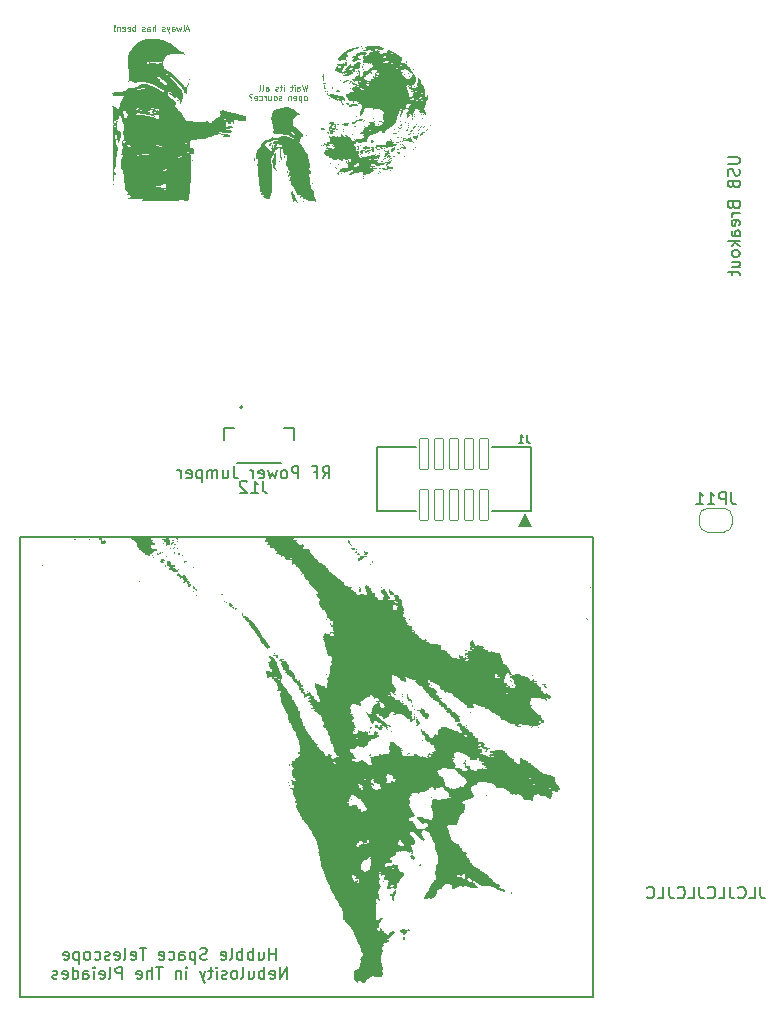
<source format=gbr>
%TF.GenerationSoftware,KiCad,Pcbnew,8.0.3*%
%TF.CreationDate,2024-10-08T19:21:30-07:00*%
%TF.ProjectId,FC_V4c_InspireFly_Special,46435f56-3463-45f4-996e-737069726546,rev?*%
%TF.SameCoordinates,Original*%
%TF.FileFunction,Legend,Bot*%
%TF.FilePolarity,Positive*%
%FSLAX46Y46*%
G04 Gerber Fmt 4.6, Leading zero omitted, Abs format (unit mm)*
G04 Created by KiCad (PCBNEW 8.0.3) date 2024-10-08 19:21:30*
%MOMM*%
%LPD*%
G01*
G04 APERTURE LIST*
G04 Aperture macros list*
%AMRoundRect*
0 Rectangle with rounded corners*
0 $1 Rounding radius*
0 $2 $3 $4 $5 $6 $7 $8 $9 X,Y pos of 4 corners*
0 Add a 4 corners polygon primitive as box body*
4,1,4,$2,$3,$4,$5,$6,$7,$8,$9,$2,$3,0*
0 Add four circle primitives for the rounded corners*
1,1,$1+$1,$2,$3*
1,1,$1+$1,$4,$5*
1,1,$1+$1,$6,$7*
1,1,$1+$1,$8,$9*
0 Add four rect primitives between the rounded corners*
20,1,$1+$1,$2,$3,$4,$5,0*
20,1,$1+$1,$4,$5,$6,$7,0*
20,1,$1+$1,$6,$7,$8,$9,0*
20,1,$1+$1,$8,$9,$2,$3,0*%
%AMFreePoly0*
4,1,19,0.500000,-0.750000,0.000000,-0.750000,0.000000,-0.744911,-0.071157,-0.744911,-0.207708,-0.704816,-0.327430,-0.627875,-0.420627,-0.520320,-0.479746,-0.390866,-0.500000,-0.250000,-0.500000,0.250000,-0.479746,0.390866,-0.420627,0.520320,-0.327430,0.627875,-0.207708,0.704816,-0.071157,0.744911,0.000000,0.744911,0.000000,0.750000,0.500000,0.750000,0.500000,-0.750000,0.500000,-0.750000,
$1*%
%AMFreePoly1*
4,1,19,0.000000,0.744911,0.071157,0.744911,0.207708,0.704816,0.327430,0.627875,0.420627,0.520320,0.479746,0.390866,0.500000,0.250000,0.500000,-0.250000,0.479746,-0.390866,0.420627,-0.520320,0.327430,-0.627875,0.207708,-0.704816,0.071157,-0.744911,0.000000,-0.744911,0.000000,-0.750000,-0.500000,-0.750000,-0.500000,0.750000,0.000000,0.750000,0.000000,0.744911,0.000000,0.744911,
$1*%
G04 Aperture macros list end*
%ADD10C,0.150000*%
%ADD11C,0.125000*%
%ADD12C,0.146304*%
%ADD13C,0.000000*%
%ADD14C,0.127000*%
%ADD15C,0.200000*%
%ADD16C,0.120000*%
%ADD17C,2.050000*%
%ADD18C,2.250000*%
%ADD19C,2.000000*%
%ADD20C,5.000000*%
%ADD21R,1.700000X1.700000*%
%ADD22O,1.700000X1.700000*%
%ADD23O,2.416000X1.208000*%
%ADD24C,1.000000*%
%ADD25RoundRect,0.050800X0.380000X1.300000X-0.380000X1.300000X-0.380000X-1.300000X0.380000X-1.300000X0*%
%ADD26R,0.600000X1.550000*%
%ADD27R,1.200000X1.800000*%
%ADD28FreePoly0,180.000000*%
%ADD29FreePoly1,180.000000*%
G04 APERTURE END LIST*
D10*
X161669138Y-102300000D02*
X210230861Y-102300000D01*
X210230861Y-141191722D01*
X161669138Y-141191722D01*
X161669138Y-102300000D01*
X183400001Y-138059875D02*
X183400001Y-137059875D01*
X183400001Y-137536065D02*
X182828573Y-137536065D01*
X182828573Y-138059875D02*
X182828573Y-137059875D01*
X181923811Y-137393208D02*
X181923811Y-138059875D01*
X182352382Y-137393208D02*
X182352382Y-137917017D01*
X182352382Y-137917017D02*
X182304763Y-138012256D01*
X182304763Y-138012256D02*
X182209525Y-138059875D01*
X182209525Y-138059875D02*
X182066668Y-138059875D01*
X182066668Y-138059875D02*
X181971430Y-138012256D01*
X181971430Y-138012256D02*
X181923811Y-137964636D01*
X181447620Y-138059875D02*
X181447620Y-137059875D01*
X181447620Y-137440827D02*
X181352382Y-137393208D01*
X181352382Y-137393208D02*
X181161906Y-137393208D01*
X181161906Y-137393208D02*
X181066668Y-137440827D01*
X181066668Y-137440827D02*
X181019049Y-137488446D01*
X181019049Y-137488446D02*
X180971430Y-137583684D01*
X180971430Y-137583684D02*
X180971430Y-137869398D01*
X180971430Y-137869398D02*
X181019049Y-137964636D01*
X181019049Y-137964636D02*
X181066668Y-138012256D01*
X181066668Y-138012256D02*
X181161906Y-138059875D01*
X181161906Y-138059875D02*
X181352382Y-138059875D01*
X181352382Y-138059875D02*
X181447620Y-138012256D01*
X180542858Y-138059875D02*
X180542858Y-137059875D01*
X180542858Y-137440827D02*
X180447620Y-137393208D01*
X180447620Y-137393208D02*
X180257144Y-137393208D01*
X180257144Y-137393208D02*
X180161906Y-137440827D01*
X180161906Y-137440827D02*
X180114287Y-137488446D01*
X180114287Y-137488446D02*
X180066668Y-137583684D01*
X180066668Y-137583684D02*
X180066668Y-137869398D01*
X180066668Y-137869398D02*
X180114287Y-137964636D01*
X180114287Y-137964636D02*
X180161906Y-138012256D01*
X180161906Y-138012256D02*
X180257144Y-138059875D01*
X180257144Y-138059875D02*
X180447620Y-138059875D01*
X180447620Y-138059875D02*
X180542858Y-138012256D01*
X179495239Y-138059875D02*
X179590477Y-138012256D01*
X179590477Y-138012256D02*
X179638096Y-137917017D01*
X179638096Y-137917017D02*
X179638096Y-137059875D01*
X178733334Y-138012256D02*
X178828572Y-138059875D01*
X178828572Y-138059875D02*
X179019048Y-138059875D01*
X179019048Y-138059875D02*
X179114286Y-138012256D01*
X179114286Y-138012256D02*
X179161905Y-137917017D01*
X179161905Y-137917017D02*
X179161905Y-137536065D01*
X179161905Y-137536065D02*
X179114286Y-137440827D01*
X179114286Y-137440827D02*
X179019048Y-137393208D01*
X179019048Y-137393208D02*
X178828572Y-137393208D01*
X178828572Y-137393208D02*
X178733334Y-137440827D01*
X178733334Y-137440827D02*
X178685715Y-137536065D01*
X178685715Y-137536065D02*
X178685715Y-137631303D01*
X178685715Y-137631303D02*
X179161905Y-137726541D01*
X177542857Y-138012256D02*
X177400000Y-138059875D01*
X177400000Y-138059875D02*
X177161905Y-138059875D01*
X177161905Y-138059875D02*
X177066667Y-138012256D01*
X177066667Y-138012256D02*
X177019048Y-137964636D01*
X177019048Y-137964636D02*
X176971429Y-137869398D01*
X176971429Y-137869398D02*
X176971429Y-137774160D01*
X176971429Y-137774160D02*
X177019048Y-137678922D01*
X177019048Y-137678922D02*
X177066667Y-137631303D01*
X177066667Y-137631303D02*
X177161905Y-137583684D01*
X177161905Y-137583684D02*
X177352381Y-137536065D01*
X177352381Y-137536065D02*
X177447619Y-137488446D01*
X177447619Y-137488446D02*
X177495238Y-137440827D01*
X177495238Y-137440827D02*
X177542857Y-137345589D01*
X177542857Y-137345589D02*
X177542857Y-137250351D01*
X177542857Y-137250351D02*
X177495238Y-137155113D01*
X177495238Y-137155113D02*
X177447619Y-137107494D01*
X177447619Y-137107494D02*
X177352381Y-137059875D01*
X177352381Y-137059875D02*
X177114286Y-137059875D01*
X177114286Y-137059875D02*
X176971429Y-137107494D01*
X176542857Y-137393208D02*
X176542857Y-138393208D01*
X176542857Y-137440827D02*
X176447619Y-137393208D01*
X176447619Y-137393208D02*
X176257143Y-137393208D01*
X176257143Y-137393208D02*
X176161905Y-137440827D01*
X176161905Y-137440827D02*
X176114286Y-137488446D01*
X176114286Y-137488446D02*
X176066667Y-137583684D01*
X176066667Y-137583684D02*
X176066667Y-137869398D01*
X176066667Y-137869398D02*
X176114286Y-137964636D01*
X176114286Y-137964636D02*
X176161905Y-138012256D01*
X176161905Y-138012256D02*
X176257143Y-138059875D01*
X176257143Y-138059875D02*
X176447619Y-138059875D01*
X176447619Y-138059875D02*
X176542857Y-138012256D01*
X175209524Y-138059875D02*
X175209524Y-137536065D01*
X175209524Y-137536065D02*
X175257143Y-137440827D01*
X175257143Y-137440827D02*
X175352381Y-137393208D01*
X175352381Y-137393208D02*
X175542857Y-137393208D01*
X175542857Y-137393208D02*
X175638095Y-137440827D01*
X175209524Y-138012256D02*
X175304762Y-138059875D01*
X175304762Y-138059875D02*
X175542857Y-138059875D01*
X175542857Y-138059875D02*
X175638095Y-138012256D01*
X175638095Y-138012256D02*
X175685714Y-137917017D01*
X175685714Y-137917017D02*
X175685714Y-137821779D01*
X175685714Y-137821779D02*
X175638095Y-137726541D01*
X175638095Y-137726541D02*
X175542857Y-137678922D01*
X175542857Y-137678922D02*
X175304762Y-137678922D01*
X175304762Y-137678922D02*
X175209524Y-137631303D01*
X174304762Y-138012256D02*
X174400000Y-138059875D01*
X174400000Y-138059875D02*
X174590476Y-138059875D01*
X174590476Y-138059875D02*
X174685714Y-138012256D01*
X174685714Y-138012256D02*
X174733333Y-137964636D01*
X174733333Y-137964636D02*
X174780952Y-137869398D01*
X174780952Y-137869398D02*
X174780952Y-137583684D01*
X174780952Y-137583684D02*
X174733333Y-137488446D01*
X174733333Y-137488446D02*
X174685714Y-137440827D01*
X174685714Y-137440827D02*
X174590476Y-137393208D01*
X174590476Y-137393208D02*
X174400000Y-137393208D01*
X174400000Y-137393208D02*
X174304762Y-137440827D01*
X173495238Y-138012256D02*
X173590476Y-138059875D01*
X173590476Y-138059875D02*
X173780952Y-138059875D01*
X173780952Y-138059875D02*
X173876190Y-138012256D01*
X173876190Y-138012256D02*
X173923809Y-137917017D01*
X173923809Y-137917017D02*
X173923809Y-137536065D01*
X173923809Y-137536065D02*
X173876190Y-137440827D01*
X173876190Y-137440827D02*
X173780952Y-137393208D01*
X173780952Y-137393208D02*
X173590476Y-137393208D01*
X173590476Y-137393208D02*
X173495238Y-137440827D01*
X173495238Y-137440827D02*
X173447619Y-137536065D01*
X173447619Y-137536065D02*
X173447619Y-137631303D01*
X173447619Y-137631303D02*
X173923809Y-137726541D01*
X172399999Y-137059875D02*
X171828571Y-137059875D01*
X172114285Y-138059875D02*
X172114285Y-137059875D01*
X171114285Y-138012256D02*
X171209523Y-138059875D01*
X171209523Y-138059875D02*
X171399999Y-138059875D01*
X171399999Y-138059875D02*
X171495237Y-138012256D01*
X171495237Y-138012256D02*
X171542856Y-137917017D01*
X171542856Y-137917017D02*
X171542856Y-137536065D01*
X171542856Y-137536065D02*
X171495237Y-137440827D01*
X171495237Y-137440827D02*
X171399999Y-137393208D01*
X171399999Y-137393208D02*
X171209523Y-137393208D01*
X171209523Y-137393208D02*
X171114285Y-137440827D01*
X171114285Y-137440827D02*
X171066666Y-137536065D01*
X171066666Y-137536065D02*
X171066666Y-137631303D01*
X171066666Y-137631303D02*
X171542856Y-137726541D01*
X170495237Y-138059875D02*
X170590475Y-138012256D01*
X170590475Y-138012256D02*
X170638094Y-137917017D01*
X170638094Y-137917017D02*
X170638094Y-137059875D01*
X169733332Y-138012256D02*
X169828570Y-138059875D01*
X169828570Y-138059875D02*
X170019046Y-138059875D01*
X170019046Y-138059875D02*
X170114284Y-138012256D01*
X170114284Y-138012256D02*
X170161903Y-137917017D01*
X170161903Y-137917017D02*
X170161903Y-137536065D01*
X170161903Y-137536065D02*
X170114284Y-137440827D01*
X170114284Y-137440827D02*
X170019046Y-137393208D01*
X170019046Y-137393208D02*
X169828570Y-137393208D01*
X169828570Y-137393208D02*
X169733332Y-137440827D01*
X169733332Y-137440827D02*
X169685713Y-137536065D01*
X169685713Y-137536065D02*
X169685713Y-137631303D01*
X169685713Y-137631303D02*
X170161903Y-137726541D01*
X169304760Y-138012256D02*
X169209522Y-138059875D01*
X169209522Y-138059875D02*
X169019046Y-138059875D01*
X169019046Y-138059875D02*
X168923808Y-138012256D01*
X168923808Y-138012256D02*
X168876189Y-137917017D01*
X168876189Y-137917017D02*
X168876189Y-137869398D01*
X168876189Y-137869398D02*
X168923808Y-137774160D01*
X168923808Y-137774160D02*
X169019046Y-137726541D01*
X169019046Y-137726541D02*
X169161903Y-137726541D01*
X169161903Y-137726541D02*
X169257141Y-137678922D01*
X169257141Y-137678922D02*
X169304760Y-137583684D01*
X169304760Y-137583684D02*
X169304760Y-137536065D01*
X169304760Y-137536065D02*
X169257141Y-137440827D01*
X169257141Y-137440827D02*
X169161903Y-137393208D01*
X169161903Y-137393208D02*
X169019046Y-137393208D01*
X169019046Y-137393208D02*
X168923808Y-137440827D01*
X168019046Y-138012256D02*
X168114284Y-138059875D01*
X168114284Y-138059875D02*
X168304760Y-138059875D01*
X168304760Y-138059875D02*
X168399998Y-138012256D01*
X168399998Y-138012256D02*
X168447617Y-137964636D01*
X168447617Y-137964636D02*
X168495236Y-137869398D01*
X168495236Y-137869398D02*
X168495236Y-137583684D01*
X168495236Y-137583684D02*
X168447617Y-137488446D01*
X168447617Y-137488446D02*
X168399998Y-137440827D01*
X168399998Y-137440827D02*
X168304760Y-137393208D01*
X168304760Y-137393208D02*
X168114284Y-137393208D01*
X168114284Y-137393208D02*
X168019046Y-137440827D01*
X167447617Y-138059875D02*
X167542855Y-138012256D01*
X167542855Y-138012256D02*
X167590474Y-137964636D01*
X167590474Y-137964636D02*
X167638093Y-137869398D01*
X167638093Y-137869398D02*
X167638093Y-137583684D01*
X167638093Y-137583684D02*
X167590474Y-137488446D01*
X167590474Y-137488446D02*
X167542855Y-137440827D01*
X167542855Y-137440827D02*
X167447617Y-137393208D01*
X167447617Y-137393208D02*
X167304760Y-137393208D01*
X167304760Y-137393208D02*
X167209522Y-137440827D01*
X167209522Y-137440827D02*
X167161903Y-137488446D01*
X167161903Y-137488446D02*
X167114284Y-137583684D01*
X167114284Y-137583684D02*
X167114284Y-137869398D01*
X167114284Y-137869398D02*
X167161903Y-137964636D01*
X167161903Y-137964636D02*
X167209522Y-138012256D01*
X167209522Y-138012256D02*
X167304760Y-138059875D01*
X167304760Y-138059875D02*
X167447617Y-138059875D01*
X166685712Y-137393208D02*
X166685712Y-138393208D01*
X166685712Y-137440827D02*
X166590474Y-137393208D01*
X166590474Y-137393208D02*
X166399998Y-137393208D01*
X166399998Y-137393208D02*
X166304760Y-137440827D01*
X166304760Y-137440827D02*
X166257141Y-137488446D01*
X166257141Y-137488446D02*
X166209522Y-137583684D01*
X166209522Y-137583684D02*
X166209522Y-137869398D01*
X166209522Y-137869398D02*
X166257141Y-137964636D01*
X166257141Y-137964636D02*
X166304760Y-138012256D01*
X166304760Y-138012256D02*
X166399998Y-138059875D01*
X166399998Y-138059875D02*
X166590474Y-138059875D01*
X166590474Y-138059875D02*
X166685712Y-138012256D01*
X165399998Y-138012256D02*
X165495236Y-138059875D01*
X165495236Y-138059875D02*
X165685712Y-138059875D01*
X165685712Y-138059875D02*
X165780950Y-138012256D01*
X165780950Y-138012256D02*
X165828569Y-137917017D01*
X165828569Y-137917017D02*
X165828569Y-137536065D01*
X165828569Y-137536065D02*
X165780950Y-137440827D01*
X165780950Y-137440827D02*
X165685712Y-137393208D01*
X165685712Y-137393208D02*
X165495236Y-137393208D01*
X165495236Y-137393208D02*
X165399998Y-137440827D01*
X165399998Y-137440827D02*
X165352379Y-137536065D01*
X165352379Y-137536065D02*
X165352379Y-137631303D01*
X165352379Y-137631303D02*
X165828569Y-137726541D01*
X184304762Y-139669819D02*
X184304762Y-138669819D01*
X184304762Y-138669819D02*
X183733334Y-139669819D01*
X183733334Y-139669819D02*
X183733334Y-138669819D01*
X182876191Y-139622200D02*
X182971429Y-139669819D01*
X182971429Y-139669819D02*
X183161905Y-139669819D01*
X183161905Y-139669819D02*
X183257143Y-139622200D01*
X183257143Y-139622200D02*
X183304762Y-139526961D01*
X183304762Y-139526961D02*
X183304762Y-139146009D01*
X183304762Y-139146009D02*
X183257143Y-139050771D01*
X183257143Y-139050771D02*
X183161905Y-139003152D01*
X183161905Y-139003152D02*
X182971429Y-139003152D01*
X182971429Y-139003152D02*
X182876191Y-139050771D01*
X182876191Y-139050771D02*
X182828572Y-139146009D01*
X182828572Y-139146009D02*
X182828572Y-139241247D01*
X182828572Y-139241247D02*
X183304762Y-139336485D01*
X182400000Y-139669819D02*
X182400000Y-138669819D01*
X182400000Y-139050771D02*
X182304762Y-139003152D01*
X182304762Y-139003152D02*
X182114286Y-139003152D01*
X182114286Y-139003152D02*
X182019048Y-139050771D01*
X182019048Y-139050771D02*
X181971429Y-139098390D01*
X181971429Y-139098390D02*
X181923810Y-139193628D01*
X181923810Y-139193628D02*
X181923810Y-139479342D01*
X181923810Y-139479342D02*
X181971429Y-139574580D01*
X181971429Y-139574580D02*
X182019048Y-139622200D01*
X182019048Y-139622200D02*
X182114286Y-139669819D01*
X182114286Y-139669819D02*
X182304762Y-139669819D01*
X182304762Y-139669819D02*
X182400000Y-139622200D01*
X181066667Y-139003152D02*
X181066667Y-139669819D01*
X181495238Y-139003152D02*
X181495238Y-139526961D01*
X181495238Y-139526961D02*
X181447619Y-139622200D01*
X181447619Y-139622200D02*
X181352381Y-139669819D01*
X181352381Y-139669819D02*
X181209524Y-139669819D01*
X181209524Y-139669819D02*
X181114286Y-139622200D01*
X181114286Y-139622200D02*
X181066667Y-139574580D01*
X180447619Y-139669819D02*
X180542857Y-139622200D01*
X180542857Y-139622200D02*
X180590476Y-139526961D01*
X180590476Y-139526961D02*
X180590476Y-138669819D01*
X179923809Y-139669819D02*
X180019047Y-139622200D01*
X180019047Y-139622200D02*
X180066666Y-139574580D01*
X180066666Y-139574580D02*
X180114285Y-139479342D01*
X180114285Y-139479342D02*
X180114285Y-139193628D01*
X180114285Y-139193628D02*
X180066666Y-139098390D01*
X180066666Y-139098390D02*
X180019047Y-139050771D01*
X180019047Y-139050771D02*
X179923809Y-139003152D01*
X179923809Y-139003152D02*
X179780952Y-139003152D01*
X179780952Y-139003152D02*
X179685714Y-139050771D01*
X179685714Y-139050771D02*
X179638095Y-139098390D01*
X179638095Y-139098390D02*
X179590476Y-139193628D01*
X179590476Y-139193628D02*
X179590476Y-139479342D01*
X179590476Y-139479342D02*
X179638095Y-139574580D01*
X179638095Y-139574580D02*
X179685714Y-139622200D01*
X179685714Y-139622200D02*
X179780952Y-139669819D01*
X179780952Y-139669819D02*
X179923809Y-139669819D01*
X179209523Y-139622200D02*
X179114285Y-139669819D01*
X179114285Y-139669819D02*
X178923809Y-139669819D01*
X178923809Y-139669819D02*
X178828571Y-139622200D01*
X178828571Y-139622200D02*
X178780952Y-139526961D01*
X178780952Y-139526961D02*
X178780952Y-139479342D01*
X178780952Y-139479342D02*
X178828571Y-139384104D01*
X178828571Y-139384104D02*
X178923809Y-139336485D01*
X178923809Y-139336485D02*
X179066666Y-139336485D01*
X179066666Y-139336485D02*
X179161904Y-139288866D01*
X179161904Y-139288866D02*
X179209523Y-139193628D01*
X179209523Y-139193628D02*
X179209523Y-139146009D01*
X179209523Y-139146009D02*
X179161904Y-139050771D01*
X179161904Y-139050771D02*
X179066666Y-139003152D01*
X179066666Y-139003152D02*
X178923809Y-139003152D01*
X178923809Y-139003152D02*
X178828571Y-139050771D01*
X178352380Y-139669819D02*
X178352380Y-139003152D01*
X178352380Y-138669819D02*
X178399999Y-138717438D01*
X178399999Y-138717438D02*
X178352380Y-138765057D01*
X178352380Y-138765057D02*
X178304761Y-138717438D01*
X178304761Y-138717438D02*
X178352380Y-138669819D01*
X178352380Y-138669819D02*
X178352380Y-138765057D01*
X178019047Y-139003152D02*
X177638095Y-139003152D01*
X177876190Y-138669819D02*
X177876190Y-139526961D01*
X177876190Y-139526961D02*
X177828571Y-139622200D01*
X177828571Y-139622200D02*
X177733333Y-139669819D01*
X177733333Y-139669819D02*
X177638095Y-139669819D01*
X177399999Y-139003152D02*
X177161904Y-139669819D01*
X176923809Y-139003152D02*
X177161904Y-139669819D01*
X177161904Y-139669819D02*
X177257142Y-139907914D01*
X177257142Y-139907914D02*
X177304761Y-139955533D01*
X177304761Y-139955533D02*
X177399999Y-140003152D01*
X175780951Y-139669819D02*
X175780951Y-139003152D01*
X175780951Y-138669819D02*
X175828570Y-138717438D01*
X175828570Y-138717438D02*
X175780951Y-138765057D01*
X175780951Y-138765057D02*
X175733332Y-138717438D01*
X175733332Y-138717438D02*
X175780951Y-138669819D01*
X175780951Y-138669819D02*
X175780951Y-138765057D01*
X175304761Y-139003152D02*
X175304761Y-139669819D01*
X175304761Y-139098390D02*
X175257142Y-139050771D01*
X175257142Y-139050771D02*
X175161904Y-139003152D01*
X175161904Y-139003152D02*
X175019047Y-139003152D01*
X175019047Y-139003152D02*
X174923809Y-139050771D01*
X174923809Y-139050771D02*
X174876190Y-139146009D01*
X174876190Y-139146009D02*
X174876190Y-139669819D01*
X173780951Y-138669819D02*
X173209523Y-138669819D01*
X173495237Y-139669819D02*
X173495237Y-138669819D01*
X172876189Y-139669819D02*
X172876189Y-138669819D01*
X172447618Y-139669819D02*
X172447618Y-139146009D01*
X172447618Y-139146009D02*
X172495237Y-139050771D01*
X172495237Y-139050771D02*
X172590475Y-139003152D01*
X172590475Y-139003152D02*
X172733332Y-139003152D01*
X172733332Y-139003152D02*
X172828570Y-139050771D01*
X172828570Y-139050771D02*
X172876189Y-139098390D01*
X171590475Y-139622200D02*
X171685713Y-139669819D01*
X171685713Y-139669819D02*
X171876189Y-139669819D01*
X171876189Y-139669819D02*
X171971427Y-139622200D01*
X171971427Y-139622200D02*
X172019046Y-139526961D01*
X172019046Y-139526961D02*
X172019046Y-139146009D01*
X172019046Y-139146009D02*
X171971427Y-139050771D01*
X171971427Y-139050771D02*
X171876189Y-139003152D01*
X171876189Y-139003152D02*
X171685713Y-139003152D01*
X171685713Y-139003152D02*
X171590475Y-139050771D01*
X171590475Y-139050771D02*
X171542856Y-139146009D01*
X171542856Y-139146009D02*
X171542856Y-139241247D01*
X171542856Y-139241247D02*
X172019046Y-139336485D01*
X170352379Y-139669819D02*
X170352379Y-138669819D01*
X170352379Y-138669819D02*
X169971427Y-138669819D01*
X169971427Y-138669819D02*
X169876189Y-138717438D01*
X169876189Y-138717438D02*
X169828570Y-138765057D01*
X169828570Y-138765057D02*
X169780951Y-138860295D01*
X169780951Y-138860295D02*
X169780951Y-139003152D01*
X169780951Y-139003152D02*
X169828570Y-139098390D01*
X169828570Y-139098390D02*
X169876189Y-139146009D01*
X169876189Y-139146009D02*
X169971427Y-139193628D01*
X169971427Y-139193628D02*
X170352379Y-139193628D01*
X169209522Y-139669819D02*
X169304760Y-139622200D01*
X169304760Y-139622200D02*
X169352379Y-139526961D01*
X169352379Y-139526961D02*
X169352379Y-138669819D01*
X168447617Y-139622200D02*
X168542855Y-139669819D01*
X168542855Y-139669819D02*
X168733331Y-139669819D01*
X168733331Y-139669819D02*
X168828569Y-139622200D01*
X168828569Y-139622200D02*
X168876188Y-139526961D01*
X168876188Y-139526961D02*
X168876188Y-139146009D01*
X168876188Y-139146009D02*
X168828569Y-139050771D01*
X168828569Y-139050771D02*
X168733331Y-139003152D01*
X168733331Y-139003152D02*
X168542855Y-139003152D01*
X168542855Y-139003152D02*
X168447617Y-139050771D01*
X168447617Y-139050771D02*
X168399998Y-139146009D01*
X168399998Y-139146009D02*
X168399998Y-139241247D01*
X168399998Y-139241247D02*
X168876188Y-139336485D01*
X167971426Y-139669819D02*
X167971426Y-139003152D01*
X167971426Y-138669819D02*
X168019045Y-138717438D01*
X168019045Y-138717438D02*
X167971426Y-138765057D01*
X167971426Y-138765057D02*
X167923807Y-138717438D01*
X167923807Y-138717438D02*
X167971426Y-138669819D01*
X167971426Y-138669819D02*
X167971426Y-138765057D01*
X167066665Y-139669819D02*
X167066665Y-139146009D01*
X167066665Y-139146009D02*
X167114284Y-139050771D01*
X167114284Y-139050771D02*
X167209522Y-139003152D01*
X167209522Y-139003152D02*
X167399998Y-139003152D01*
X167399998Y-139003152D02*
X167495236Y-139050771D01*
X167066665Y-139622200D02*
X167161903Y-139669819D01*
X167161903Y-139669819D02*
X167399998Y-139669819D01*
X167399998Y-139669819D02*
X167495236Y-139622200D01*
X167495236Y-139622200D02*
X167542855Y-139526961D01*
X167542855Y-139526961D02*
X167542855Y-139431723D01*
X167542855Y-139431723D02*
X167495236Y-139336485D01*
X167495236Y-139336485D02*
X167399998Y-139288866D01*
X167399998Y-139288866D02*
X167161903Y-139288866D01*
X167161903Y-139288866D02*
X167066665Y-139241247D01*
X166161903Y-139669819D02*
X166161903Y-138669819D01*
X166161903Y-139622200D02*
X166257141Y-139669819D01*
X166257141Y-139669819D02*
X166447617Y-139669819D01*
X166447617Y-139669819D02*
X166542855Y-139622200D01*
X166542855Y-139622200D02*
X166590474Y-139574580D01*
X166590474Y-139574580D02*
X166638093Y-139479342D01*
X166638093Y-139479342D02*
X166638093Y-139193628D01*
X166638093Y-139193628D02*
X166590474Y-139098390D01*
X166590474Y-139098390D02*
X166542855Y-139050771D01*
X166542855Y-139050771D02*
X166447617Y-139003152D01*
X166447617Y-139003152D02*
X166257141Y-139003152D01*
X166257141Y-139003152D02*
X166161903Y-139050771D01*
X165304760Y-139622200D02*
X165399998Y-139669819D01*
X165399998Y-139669819D02*
X165590474Y-139669819D01*
X165590474Y-139669819D02*
X165685712Y-139622200D01*
X165685712Y-139622200D02*
X165733331Y-139526961D01*
X165733331Y-139526961D02*
X165733331Y-139146009D01*
X165733331Y-139146009D02*
X165685712Y-139050771D01*
X165685712Y-139050771D02*
X165590474Y-139003152D01*
X165590474Y-139003152D02*
X165399998Y-139003152D01*
X165399998Y-139003152D02*
X165304760Y-139050771D01*
X165304760Y-139050771D02*
X165257141Y-139146009D01*
X165257141Y-139146009D02*
X165257141Y-139241247D01*
X165257141Y-139241247D02*
X165733331Y-139336485D01*
X164876188Y-139622200D02*
X164780950Y-139669819D01*
X164780950Y-139669819D02*
X164590474Y-139669819D01*
X164590474Y-139669819D02*
X164495236Y-139622200D01*
X164495236Y-139622200D02*
X164447617Y-139526961D01*
X164447617Y-139526961D02*
X164447617Y-139479342D01*
X164447617Y-139479342D02*
X164495236Y-139384104D01*
X164495236Y-139384104D02*
X164590474Y-139336485D01*
X164590474Y-139336485D02*
X164733331Y-139336485D01*
X164733331Y-139336485D02*
X164828569Y-139288866D01*
X164828569Y-139288866D02*
X164876188Y-139193628D01*
X164876188Y-139193628D02*
X164876188Y-139146009D01*
X164876188Y-139146009D02*
X164828569Y-139050771D01*
X164828569Y-139050771D02*
X164733331Y-139003152D01*
X164733331Y-139003152D02*
X164590474Y-139003152D01*
X164590474Y-139003152D02*
X164495236Y-139050771D01*
X221634819Y-70096779D02*
X222444342Y-70096779D01*
X222444342Y-70096779D02*
X222539580Y-70144398D01*
X222539580Y-70144398D02*
X222587200Y-70192017D01*
X222587200Y-70192017D02*
X222634819Y-70287255D01*
X222634819Y-70287255D02*
X222634819Y-70477731D01*
X222634819Y-70477731D02*
X222587200Y-70572969D01*
X222587200Y-70572969D02*
X222539580Y-70620588D01*
X222539580Y-70620588D02*
X222444342Y-70668207D01*
X222444342Y-70668207D02*
X221634819Y-70668207D01*
X222587200Y-71096779D02*
X222634819Y-71239636D01*
X222634819Y-71239636D02*
X222634819Y-71477731D01*
X222634819Y-71477731D02*
X222587200Y-71572969D01*
X222587200Y-71572969D02*
X222539580Y-71620588D01*
X222539580Y-71620588D02*
X222444342Y-71668207D01*
X222444342Y-71668207D02*
X222349104Y-71668207D01*
X222349104Y-71668207D02*
X222253866Y-71620588D01*
X222253866Y-71620588D02*
X222206247Y-71572969D01*
X222206247Y-71572969D02*
X222158628Y-71477731D01*
X222158628Y-71477731D02*
X222111009Y-71287255D01*
X222111009Y-71287255D02*
X222063390Y-71192017D01*
X222063390Y-71192017D02*
X222015771Y-71144398D01*
X222015771Y-71144398D02*
X221920533Y-71096779D01*
X221920533Y-71096779D02*
X221825295Y-71096779D01*
X221825295Y-71096779D02*
X221730057Y-71144398D01*
X221730057Y-71144398D02*
X221682438Y-71192017D01*
X221682438Y-71192017D02*
X221634819Y-71287255D01*
X221634819Y-71287255D02*
X221634819Y-71525350D01*
X221634819Y-71525350D02*
X221682438Y-71668207D01*
X222111009Y-72430112D02*
X222158628Y-72572969D01*
X222158628Y-72572969D02*
X222206247Y-72620588D01*
X222206247Y-72620588D02*
X222301485Y-72668207D01*
X222301485Y-72668207D02*
X222444342Y-72668207D01*
X222444342Y-72668207D02*
X222539580Y-72620588D01*
X222539580Y-72620588D02*
X222587200Y-72572969D01*
X222587200Y-72572969D02*
X222634819Y-72477731D01*
X222634819Y-72477731D02*
X222634819Y-72096779D01*
X222634819Y-72096779D02*
X221634819Y-72096779D01*
X221634819Y-72096779D02*
X221634819Y-72430112D01*
X221634819Y-72430112D02*
X221682438Y-72525350D01*
X221682438Y-72525350D02*
X221730057Y-72572969D01*
X221730057Y-72572969D02*
X221825295Y-72620588D01*
X221825295Y-72620588D02*
X221920533Y-72620588D01*
X221920533Y-72620588D02*
X222015771Y-72572969D01*
X222015771Y-72572969D02*
X222063390Y-72525350D01*
X222063390Y-72525350D02*
X222111009Y-72430112D01*
X222111009Y-72430112D02*
X222111009Y-72096779D01*
X222111009Y-74192017D02*
X222158628Y-74334874D01*
X222158628Y-74334874D02*
X222206247Y-74382493D01*
X222206247Y-74382493D02*
X222301485Y-74430112D01*
X222301485Y-74430112D02*
X222444342Y-74430112D01*
X222444342Y-74430112D02*
X222539580Y-74382493D01*
X222539580Y-74382493D02*
X222587200Y-74334874D01*
X222587200Y-74334874D02*
X222634819Y-74239636D01*
X222634819Y-74239636D02*
X222634819Y-73858684D01*
X222634819Y-73858684D02*
X221634819Y-73858684D01*
X221634819Y-73858684D02*
X221634819Y-74192017D01*
X221634819Y-74192017D02*
X221682438Y-74287255D01*
X221682438Y-74287255D02*
X221730057Y-74334874D01*
X221730057Y-74334874D02*
X221825295Y-74382493D01*
X221825295Y-74382493D02*
X221920533Y-74382493D01*
X221920533Y-74382493D02*
X222015771Y-74334874D01*
X222015771Y-74334874D02*
X222063390Y-74287255D01*
X222063390Y-74287255D02*
X222111009Y-74192017D01*
X222111009Y-74192017D02*
X222111009Y-73858684D01*
X222634819Y-74858684D02*
X221968152Y-74858684D01*
X222158628Y-74858684D02*
X222063390Y-74906303D01*
X222063390Y-74906303D02*
X222015771Y-74953922D01*
X222015771Y-74953922D02*
X221968152Y-75049160D01*
X221968152Y-75049160D02*
X221968152Y-75144398D01*
X222587200Y-75858684D02*
X222634819Y-75763446D01*
X222634819Y-75763446D02*
X222634819Y-75572970D01*
X222634819Y-75572970D02*
X222587200Y-75477732D01*
X222587200Y-75477732D02*
X222491961Y-75430113D01*
X222491961Y-75430113D02*
X222111009Y-75430113D01*
X222111009Y-75430113D02*
X222015771Y-75477732D01*
X222015771Y-75477732D02*
X221968152Y-75572970D01*
X221968152Y-75572970D02*
X221968152Y-75763446D01*
X221968152Y-75763446D02*
X222015771Y-75858684D01*
X222015771Y-75858684D02*
X222111009Y-75906303D01*
X222111009Y-75906303D02*
X222206247Y-75906303D01*
X222206247Y-75906303D02*
X222301485Y-75430113D01*
X222634819Y-76763446D02*
X222111009Y-76763446D01*
X222111009Y-76763446D02*
X222015771Y-76715827D01*
X222015771Y-76715827D02*
X221968152Y-76620589D01*
X221968152Y-76620589D02*
X221968152Y-76430113D01*
X221968152Y-76430113D02*
X222015771Y-76334875D01*
X222587200Y-76763446D02*
X222634819Y-76668208D01*
X222634819Y-76668208D02*
X222634819Y-76430113D01*
X222634819Y-76430113D02*
X222587200Y-76334875D01*
X222587200Y-76334875D02*
X222491961Y-76287256D01*
X222491961Y-76287256D02*
X222396723Y-76287256D01*
X222396723Y-76287256D02*
X222301485Y-76334875D01*
X222301485Y-76334875D02*
X222253866Y-76430113D01*
X222253866Y-76430113D02*
X222253866Y-76668208D01*
X222253866Y-76668208D02*
X222206247Y-76763446D01*
X222634819Y-77239637D02*
X221634819Y-77239637D01*
X222253866Y-77334875D02*
X222634819Y-77620589D01*
X221968152Y-77620589D02*
X222349104Y-77239637D01*
X222634819Y-78192018D02*
X222587200Y-78096780D01*
X222587200Y-78096780D02*
X222539580Y-78049161D01*
X222539580Y-78049161D02*
X222444342Y-78001542D01*
X222444342Y-78001542D02*
X222158628Y-78001542D01*
X222158628Y-78001542D02*
X222063390Y-78049161D01*
X222063390Y-78049161D02*
X222015771Y-78096780D01*
X222015771Y-78096780D02*
X221968152Y-78192018D01*
X221968152Y-78192018D02*
X221968152Y-78334875D01*
X221968152Y-78334875D02*
X222015771Y-78430113D01*
X222015771Y-78430113D02*
X222063390Y-78477732D01*
X222063390Y-78477732D02*
X222158628Y-78525351D01*
X222158628Y-78525351D02*
X222444342Y-78525351D01*
X222444342Y-78525351D02*
X222539580Y-78477732D01*
X222539580Y-78477732D02*
X222587200Y-78430113D01*
X222587200Y-78430113D02*
X222634819Y-78334875D01*
X222634819Y-78334875D02*
X222634819Y-78192018D01*
X221968152Y-79382494D02*
X222634819Y-79382494D01*
X221968152Y-78953923D02*
X222491961Y-78953923D01*
X222491961Y-78953923D02*
X222587200Y-79001542D01*
X222587200Y-79001542D02*
X222634819Y-79096780D01*
X222634819Y-79096780D02*
X222634819Y-79239637D01*
X222634819Y-79239637D02*
X222587200Y-79334875D01*
X222587200Y-79334875D02*
X222539580Y-79382494D01*
X221968152Y-79715828D02*
X221968152Y-80096780D01*
X221634819Y-79858685D02*
X222491961Y-79858685D01*
X222491961Y-79858685D02*
X222587200Y-79906304D01*
X222587200Y-79906304D02*
X222634819Y-80001542D01*
X222634819Y-80001542D02*
X222634819Y-80096780D01*
X224377506Y-131869819D02*
X224377506Y-132584104D01*
X224377506Y-132584104D02*
X224425125Y-132726961D01*
X224425125Y-132726961D02*
X224520363Y-132822200D01*
X224520363Y-132822200D02*
X224663220Y-132869819D01*
X224663220Y-132869819D02*
X224758458Y-132869819D01*
X223425125Y-132869819D02*
X223901315Y-132869819D01*
X223901315Y-132869819D02*
X223901315Y-131869819D01*
X222520363Y-132774580D02*
X222567982Y-132822200D01*
X222567982Y-132822200D02*
X222710839Y-132869819D01*
X222710839Y-132869819D02*
X222806077Y-132869819D01*
X222806077Y-132869819D02*
X222948934Y-132822200D01*
X222948934Y-132822200D02*
X223044172Y-132726961D01*
X223044172Y-132726961D02*
X223091791Y-132631723D01*
X223091791Y-132631723D02*
X223139410Y-132441247D01*
X223139410Y-132441247D02*
X223139410Y-132298390D01*
X223139410Y-132298390D02*
X223091791Y-132107914D01*
X223091791Y-132107914D02*
X223044172Y-132012676D01*
X223044172Y-132012676D02*
X222948934Y-131917438D01*
X222948934Y-131917438D02*
X222806077Y-131869819D01*
X222806077Y-131869819D02*
X222710839Y-131869819D01*
X222710839Y-131869819D02*
X222567982Y-131917438D01*
X222567982Y-131917438D02*
X222520363Y-131965057D01*
X221806077Y-131869819D02*
X221806077Y-132584104D01*
X221806077Y-132584104D02*
X221853696Y-132726961D01*
X221853696Y-132726961D02*
X221948934Y-132822200D01*
X221948934Y-132822200D02*
X222091791Y-132869819D01*
X222091791Y-132869819D02*
X222187029Y-132869819D01*
X220853696Y-132869819D02*
X221329886Y-132869819D01*
X221329886Y-132869819D02*
X221329886Y-131869819D01*
X219948934Y-132774580D02*
X219996553Y-132822200D01*
X219996553Y-132822200D02*
X220139410Y-132869819D01*
X220139410Y-132869819D02*
X220234648Y-132869819D01*
X220234648Y-132869819D02*
X220377505Y-132822200D01*
X220377505Y-132822200D02*
X220472743Y-132726961D01*
X220472743Y-132726961D02*
X220520362Y-132631723D01*
X220520362Y-132631723D02*
X220567981Y-132441247D01*
X220567981Y-132441247D02*
X220567981Y-132298390D01*
X220567981Y-132298390D02*
X220520362Y-132107914D01*
X220520362Y-132107914D02*
X220472743Y-132012676D01*
X220472743Y-132012676D02*
X220377505Y-131917438D01*
X220377505Y-131917438D02*
X220234648Y-131869819D01*
X220234648Y-131869819D02*
X220139410Y-131869819D01*
X220139410Y-131869819D02*
X219996553Y-131917438D01*
X219996553Y-131917438D02*
X219948934Y-131965057D01*
X219234648Y-131869819D02*
X219234648Y-132584104D01*
X219234648Y-132584104D02*
X219282267Y-132726961D01*
X219282267Y-132726961D02*
X219377505Y-132822200D01*
X219377505Y-132822200D02*
X219520362Y-132869819D01*
X219520362Y-132869819D02*
X219615600Y-132869819D01*
X218282267Y-132869819D02*
X218758457Y-132869819D01*
X218758457Y-132869819D02*
X218758457Y-131869819D01*
X217377505Y-132774580D02*
X217425124Y-132822200D01*
X217425124Y-132822200D02*
X217567981Y-132869819D01*
X217567981Y-132869819D02*
X217663219Y-132869819D01*
X217663219Y-132869819D02*
X217806076Y-132822200D01*
X217806076Y-132822200D02*
X217901314Y-132726961D01*
X217901314Y-132726961D02*
X217948933Y-132631723D01*
X217948933Y-132631723D02*
X217996552Y-132441247D01*
X217996552Y-132441247D02*
X217996552Y-132298390D01*
X217996552Y-132298390D02*
X217948933Y-132107914D01*
X217948933Y-132107914D02*
X217901314Y-132012676D01*
X217901314Y-132012676D02*
X217806076Y-131917438D01*
X217806076Y-131917438D02*
X217663219Y-131869819D01*
X217663219Y-131869819D02*
X217567981Y-131869819D01*
X217567981Y-131869819D02*
X217425124Y-131917438D01*
X217425124Y-131917438D02*
X217377505Y-131965057D01*
X216663219Y-131869819D02*
X216663219Y-132584104D01*
X216663219Y-132584104D02*
X216710838Y-132726961D01*
X216710838Y-132726961D02*
X216806076Y-132822200D01*
X216806076Y-132822200D02*
X216948933Y-132869819D01*
X216948933Y-132869819D02*
X217044171Y-132869819D01*
X215710838Y-132869819D02*
X216187028Y-132869819D01*
X216187028Y-132869819D02*
X216187028Y-131869819D01*
X214806076Y-132774580D02*
X214853695Y-132822200D01*
X214853695Y-132822200D02*
X214996552Y-132869819D01*
X214996552Y-132869819D02*
X215091790Y-132869819D01*
X215091790Y-132869819D02*
X215234647Y-132822200D01*
X215234647Y-132822200D02*
X215329885Y-132726961D01*
X215329885Y-132726961D02*
X215377504Y-132631723D01*
X215377504Y-132631723D02*
X215425123Y-132441247D01*
X215425123Y-132441247D02*
X215425123Y-132298390D01*
X215425123Y-132298390D02*
X215377504Y-132107914D01*
X215377504Y-132107914D02*
X215329885Y-132012676D01*
X215329885Y-132012676D02*
X215234647Y-131917438D01*
X215234647Y-131917438D02*
X215091790Y-131869819D01*
X215091790Y-131869819D02*
X214996552Y-131869819D01*
X214996552Y-131869819D02*
X214853695Y-131917438D01*
X214853695Y-131917438D02*
X214806076Y-131965057D01*
X187321792Y-97289819D02*
X187655125Y-96813628D01*
X187893220Y-97289819D02*
X187893220Y-96289819D01*
X187893220Y-96289819D02*
X187512268Y-96289819D01*
X187512268Y-96289819D02*
X187417030Y-96337438D01*
X187417030Y-96337438D02*
X187369411Y-96385057D01*
X187369411Y-96385057D02*
X187321792Y-96480295D01*
X187321792Y-96480295D02*
X187321792Y-96623152D01*
X187321792Y-96623152D02*
X187369411Y-96718390D01*
X187369411Y-96718390D02*
X187417030Y-96766009D01*
X187417030Y-96766009D02*
X187512268Y-96813628D01*
X187512268Y-96813628D02*
X187893220Y-96813628D01*
X186559887Y-96766009D02*
X186893220Y-96766009D01*
X186893220Y-97289819D02*
X186893220Y-96289819D01*
X186893220Y-96289819D02*
X186417030Y-96289819D01*
X185274172Y-97289819D02*
X185274172Y-96289819D01*
X185274172Y-96289819D02*
X184893220Y-96289819D01*
X184893220Y-96289819D02*
X184797982Y-96337438D01*
X184797982Y-96337438D02*
X184750363Y-96385057D01*
X184750363Y-96385057D02*
X184702744Y-96480295D01*
X184702744Y-96480295D02*
X184702744Y-96623152D01*
X184702744Y-96623152D02*
X184750363Y-96718390D01*
X184750363Y-96718390D02*
X184797982Y-96766009D01*
X184797982Y-96766009D02*
X184893220Y-96813628D01*
X184893220Y-96813628D02*
X185274172Y-96813628D01*
X184131315Y-97289819D02*
X184226553Y-97242200D01*
X184226553Y-97242200D02*
X184274172Y-97194580D01*
X184274172Y-97194580D02*
X184321791Y-97099342D01*
X184321791Y-97099342D02*
X184321791Y-96813628D01*
X184321791Y-96813628D02*
X184274172Y-96718390D01*
X184274172Y-96718390D02*
X184226553Y-96670771D01*
X184226553Y-96670771D02*
X184131315Y-96623152D01*
X184131315Y-96623152D02*
X183988458Y-96623152D01*
X183988458Y-96623152D02*
X183893220Y-96670771D01*
X183893220Y-96670771D02*
X183845601Y-96718390D01*
X183845601Y-96718390D02*
X183797982Y-96813628D01*
X183797982Y-96813628D02*
X183797982Y-97099342D01*
X183797982Y-97099342D02*
X183845601Y-97194580D01*
X183845601Y-97194580D02*
X183893220Y-97242200D01*
X183893220Y-97242200D02*
X183988458Y-97289819D01*
X183988458Y-97289819D02*
X184131315Y-97289819D01*
X183464648Y-96623152D02*
X183274172Y-97289819D01*
X183274172Y-97289819D02*
X183083696Y-96813628D01*
X183083696Y-96813628D02*
X182893220Y-97289819D01*
X182893220Y-97289819D02*
X182702744Y-96623152D01*
X181940839Y-97242200D02*
X182036077Y-97289819D01*
X182036077Y-97289819D02*
X182226553Y-97289819D01*
X182226553Y-97289819D02*
X182321791Y-97242200D01*
X182321791Y-97242200D02*
X182369410Y-97146961D01*
X182369410Y-97146961D02*
X182369410Y-96766009D01*
X182369410Y-96766009D02*
X182321791Y-96670771D01*
X182321791Y-96670771D02*
X182226553Y-96623152D01*
X182226553Y-96623152D02*
X182036077Y-96623152D01*
X182036077Y-96623152D02*
X181940839Y-96670771D01*
X181940839Y-96670771D02*
X181893220Y-96766009D01*
X181893220Y-96766009D02*
X181893220Y-96861247D01*
X181893220Y-96861247D02*
X182369410Y-96956485D01*
X181464648Y-97289819D02*
X181464648Y-96623152D01*
X181464648Y-96813628D02*
X181417029Y-96718390D01*
X181417029Y-96718390D02*
X181369410Y-96670771D01*
X181369410Y-96670771D02*
X181274172Y-96623152D01*
X181274172Y-96623152D02*
X181178934Y-96623152D01*
X179797981Y-96289819D02*
X179797981Y-97004104D01*
X179797981Y-97004104D02*
X179845600Y-97146961D01*
X179845600Y-97146961D02*
X179940838Y-97242200D01*
X179940838Y-97242200D02*
X180083695Y-97289819D01*
X180083695Y-97289819D02*
X180178933Y-97289819D01*
X178893219Y-96623152D02*
X178893219Y-97289819D01*
X179321790Y-96623152D02*
X179321790Y-97146961D01*
X179321790Y-97146961D02*
X179274171Y-97242200D01*
X179274171Y-97242200D02*
X179178933Y-97289819D01*
X179178933Y-97289819D02*
X179036076Y-97289819D01*
X179036076Y-97289819D02*
X178940838Y-97242200D01*
X178940838Y-97242200D02*
X178893219Y-97194580D01*
X178417028Y-97289819D02*
X178417028Y-96623152D01*
X178417028Y-96718390D02*
X178369409Y-96670771D01*
X178369409Y-96670771D02*
X178274171Y-96623152D01*
X178274171Y-96623152D02*
X178131314Y-96623152D01*
X178131314Y-96623152D02*
X178036076Y-96670771D01*
X178036076Y-96670771D02*
X177988457Y-96766009D01*
X177988457Y-96766009D02*
X177988457Y-97289819D01*
X177988457Y-96766009D02*
X177940838Y-96670771D01*
X177940838Y-96670771D02*
X177845600Y-96623152D01*
X177845600Y-96623152D02*
X177702743Y-96623152D01*
X177702743Y-96623152D02*
X177607504Y-96670771D01*
X177607504Y-96670771D02*
X177559885Y-96766009D01*
X177559885Y-96766009D02*
X177559885Y-97289819D01*
X177083695Y-96623152D02*
X177083695Y-97623152D01*
X177083695Y-96670771D02*
X176988457Y-96623152D01*
X176988457Y-96623152D02*
X176797981Y-96623152D01*
X176797981Y-96623152D02*
X176702743Y-96670771D01*
X176702743Y-96670771D02*
X176655124Y-96718390D01*
X176655124Y-96718390D02*
X176607505Y-96813628D01*
X176607505Y-96813628D02*
X176607505Y-97099342D01*
X176607505Y-97099342D02*
X176655124Y-97194580D01*
X176655124Y-97194580D02*
X176702743Y-97242200D01*
X176702743Y-97242200D02*
X176797981Y-97289819D01*
X176797981Y-97289819D02*
X176988457Y-97289819D01*
X176988457Y-97289819D02*
X177083695Y-97242200D01*
X175797981Y-97242200D02*
X175893219Y-97289819D01*
X175893219Y-97289819D02*
X176083695Y-97289819D01*
X176083695Y-97289819D02*
X176178933Y-97242200D01*
X176178933Y-97242200D02*
X176226552Y-97146961D01*
X176226552Y-97146961D02*
X176226552Y-96766009D01*
X176226552Y-96766009D02*
X176178933Y-96670771D01*
X176178933Y-96670771D02*
X176083695Y-96623152D01*
X176083695Y-96623152D02*
X175893219Y-96623152D01*
X175893219Y-96623152D02*
X175797981Y-96670771D01*
X175797981Y-96670771D02*
X175750362Y-96766009D01*
X175750362Y-96766009D02*
X175750362Y-96861247D01*
X175750362Y-96861247D02*
X176226552Y-96956485D01*
X175321790Y-97289819D02*
X175321790Y-96623152D01*
X175321790Y-96813628D02*
X175274171Y-96718390D01*
X175274171Y-96718390D02*
X175226552Y-96670771D01*
X175226552Y-96670771D02*
X175131314Y-96623152D01*
X175131314Y-96623152D02*
X175036076Y-96623152D01*
D11*
X176002525Y-59269452D02*
X175764430Y-59269452D01*
X176050144Y-59412309D02*
X175883478Y-58912309D01*
X175883478Y-58912309D02*
X175716811Y-59412309D01*
X175478716Y-59412309D02*
X175526335Y-59388500D01*
X175526335Y-59388500D02*
X175550145Y-59340880D01*
X175550145Y-59340880D02*
X175550145Y-58912309D01*
X175335859Y-59078976D02*
X175240621Y-59412309D01*
X175240621Y-59412309D02*
X175145383Y-59174214D01*
X175145383Y-59174214D02*
X175050145Y-59412309D01*
X175050145Y-59412309D02*
X174954907Y-59078976D01*
X174550144Y-59412309D02*
X174550144Y-59150404D01*
X174550144Y-59150404D02*
X174573954Y-59102785D01*
X174573954Y-59102785D02*
X174621573Y-59078976D01*
X174621573Y-59078976D02*
X174716811Y-59078976D01*
X174716811Y-59078976D02*
X174764430Y-59102785D01*
X174550144Y-59388500D02*
X174597763Y-59412309D01*
X174597763Y-59412309D02*
X174716811Y-59412309D01*
X174716811Y-59412309D02*
X174764430Y-59388500D01*
X174764430Y-59388500D02*
X174788239Y-59340880D01*
X174788239Y-59340880D02*
X174788239Y-59293261D01*
X174788239Y-59293261D02*
X174764430Y-59245642D01*
X174764430Y-59245642D02*
X174716811Y-59221833D01*
X174716811Y-59221833D02*
X174597763Y-59221833D01*
X174597763Y-59221833D02*
X174550144Y-59198023D01*
X174359668Y-59078976D02*
X174240620Y-59412309D01*
X174121573Y-59078976D02*
X174240620Y-59412309D01*
X174240620Y-59412309D02*
X174288239Y-59531357D01*
X174288239Y-59531357D02*
X174312049Y-59555166D01*
X174312049Y-59555166D02*
X174359668Y-59578976D01*
X173954906Y-59388500D02*
X173907287Y-59412309D01*
X173907287Y-59412309D02*
X173812049Y-59412309D01*
X173812049Y-59412309D02*
X173764430Y-59388500D01*
X173764430Y-59388500D02*
X173740621Y-59340880D01*
X173740621Y-59340880D02*
X173740621Y-59317071D01*
X173740621Y-59317071D02*
X173764430Y-59269452D01*
X173764430Y-59269452D02*
X173812049Y-59245642D01*
X173812049Y-59245642D02*
X173883478Y-59245642D01*
X173883478Y-59245642D02*
X173931097Y-59221833D01*
X173931097Y-59221833D02*
X173954906Y-59174214D01*
X173954906Y-59174214D02*
X173954906Y-59150404D01*
X173954906Y-59150404D02*
X173931097Y-59102785D01*
X173931097Y-59102785D02*
X173883478Y-59078976D01*
X173883478Y-59078976D02*
X173812049Y-59078976D01*
X173812049Y-59078976D02*
X173764430Y-59102785D01*
X173145383Y-59412309D02*
X173145383Y-58912309D01*
X172931097Y-59412309D02*
X172931097Y-59150404D01*
X172931097Y-59150404D02*
X172954907Y-59102785D01*
X172954907Y-59102785D02*
X173002526Y-59078976D01*
X173002526Y-59078976D02*
X173073954Y-59078976D01*
X173073954Y-59078976D02*
X173121573Y-59102785D01*
X173121573Y-59102785D02*
X173145383Y-59126595D01*
X172478716Y-59412309D02*
X172478716Y-59150404D01*
X172478716Y-59150404D02*
X172502526Y-59102785D01*
X172502526Y-59102785D02*
X172550145Y-59078976D01*
X172550145Y-59078976D02*
X172645383Y-59078976D01*
X172645383Y-59078976D02*
X172693002Y-59102785D01*
X172478716Y-59388500D02*
X172526335Y-59412309D01*
X172526335Y-59412309D02*
X172645383Y-59412309D01*
X172645383Y-59412309D02*
X172693002Y-59388500D01*
X172693002Y-59388500D02*
X172716811Y-59340880D01*
X172716811Y-59340880D02*
X172716811Y-59293261D01*
X172716811Y-59293261D02*
X172693002Y-59245642D01*
X172693002Y-59245642D02*
X172645383Y-59221833D01*
X172645383Y-59221833D02*
X172526335Y-59221833D01*
X172526335Y-59221833D02*
X172478716Y-59198023D01*
X172264430Y-59388500D02*
X172216811Y-59412309D01*
X172216811Y-59412309D02*
X172121573Y-59412309D01*
X172121573Y-59412309D02*
X172073954Y-59388500D01*
X172073954Y-59388500D02*
X172050145Y-59340880D01*
X172050145Y-59340880D02*
X172050145Y-59317071D01*
X172050145Y-59317071D02*
X172073954Y-59269452D01*
X172073954Y-59269452D02*
X172121573Y-59245642D01*
X172121573Y-59245642D02*
X172193002Y-59245642D01*
X172193002Y-59245642D02*
X172240621Y-59221833D01*
X172240621Y-59221833D02*
X172264430Y-59174214D01*
X172264430Y-59174214D02*
X172264430Y-59150404D01*
X172264430Y-59150404D02*
X172240621Y-59102785D01*
X172240621Y-59102785D02*
X172193002Y-59078976D01*
X172193002Y-59078976D02*
X172121573Y-59078976D01*
X172121573Y-59078976D02*
X172073954Y-59102785D01*
X171454907Y-59412309D02*
X171454907Y-58912309D01*
X171454907Y-59102785D02*
X171407288Y-59078976D01*
X171407288Y-59078976D02*
X171312050Y-59078976D01*
X171312050Y-59078976D02*
X171264431Y-59102785D01*
X171264431Y-59102785D02*
X171240621Y-59126595D01*
X171240621Y-59126595D02*
X171216812Y-59174214D01*
X171216812Y-59174214D02*
X171216812Y-59317071D01*
X171216812Y-59317071D02*
X171240621Y-59364690D01*
X171240621Y-59364690D02*
X171264431Y-59388500D01*
X171264431Y-59388500D02*
X171312050Y-59412309D01*
X171312050Y-59412309D02*
X171407288Y-59412309D01*
X171407288Y-59412309D02*
X171454907Y-59388500D01*
X170812050Y-59388500D02*
X170859669Y-59412309D01*
X170859669Y-59412309D02*
X170954907Y-59412309D01*
X170954907Y-59412309D02*
X171002526Y-59388500D01*
X171002526Y-59388500D02*
X171026335Y-59340880D01*
X171026335Y-59340880D02*
X171026335Y-59150404D01*
X171026335Y-59150404D02*
X171002526Y-59102785D01*
X171002526Y-59102785D02*
X170954907Y-59078976D01*
X170954907Y-59078976D02*
X170859669Y-59078976D01*
X170859669Y-59078976D02*
X170812050Y-59102785D01*
X170812050Y-59102785D02*
X170788240Y-59150404D01*
X170788240Y-59150404D02*
X170788240Y-59198023D01*
X170788240Y-59198023D02*
X171026335Y-59245642D01*
X170383479Y-59388500D02*
X170431098Y-59412309D01*
X170431098Y-59412309D02*
X170526336Y-59412309D01*
X170526336Y-59412309D02*
X170573955Y-59388500D01*
X170573955Y-59388500D02*
X170597764Y-59340880D01*
X170597764Y-59340880D02*
X170597764Y-59150404D01*
X170597764Y-59150404D02*
X170573955Y-59102785D01*
X170573955Y-59102785D02*
X170526336Y-59078976D01*
X170526336Y-59078976D02*
X170431098Y-59078976D01*
X170431098Y-59078976D02*
X170383479Y-59102785D01*
X170383479Y-59102785D02*
X170359669Y-59150404D01*
X170359669Y-59150404D02*
X170359669Y-59198023D01*
X170359669Y-59198023D02*
X170597764Y-59245642D01*
X170145384Y-59078976D02*
X170145384Y-59412309D01*
X170145384Y-59126595D02*
X170121574Y-59102785D01*
X170121574Y-59102785D02*
X170073955Y-59078976D01*
X170073955Y-59078976D02*
X170002527Y-59078976D01*
X170002527Y-59078976D02*
X169954908Y-59102785D01*
X169954908Y-59102785D02*
X169931098Y-59150404D01*
X169931098Y-59150404D02*
X169931098Y-59412309D01*
X169693003Y-59364690D02*
X169669193Y-59388500D01*
X169669193Y-59388500D02*
X169693003Y-59412309D01*
X169693003Y-59412309D02*
X169716812Y-59388500D01*
X169716812Y-59388500D02*
X169693003Y-59364690D01*
X169693003Y-59364690D02*
X169693003Y-59412309D01*
X169693003Y-59221833D02*
X169716812Y-58936119D01*
X169716812Y-58936119D02*
X169693003Y-58912309D01*
X169693003Y-58912309D02*
X169669193Y-58936119D01*
X169669193Y-58936119D02*
X169693003Y-59221833D01*
X169693003Y-59221833D02*
X169693003Y-58912309D01*
X186026335Y-63967337D02*
X185907287Y-64467337D01*
X185907287Y-64467337D02*
X185812049Y-64110194D01*
X185812049Y-64110194D02*
X185716811Y-64467337D01*
X185716811Y-64467337D02*
X185597764Y-63967337D01*
X185193001Y-64467337D02*
X185193001Y-64205432D01*
X185193001Y-64205432D02*
X185216811Y-64157813D01*
X185216811Y-64157813D02*
X185264430Y-64134004D01*
X185264430Y-64134004D02*
X185359668Y-64134004D01*
X185359668Y-64134004D02*
X185407287Y-64157813D01*
X185193001Y-64443528D02*
X185240620Y-64467337D01*
X185240620Y-64467337D02*
X185359668Y-64467337D01*
X185359668Y-64467337D02*
X185407287Y-64443528D01*
X185407287Y-64443528D02*
X185431096Y-64395908D01*
X185431096Y-64395908D02*
X185431096Y-64348289D01*
X185431096Y-64348289D02*
X185407287Y-64300670D01*
X185407287Y-64300670D02*
X185359668Y-64276861D01*
X185359668Y-64276861D02*
X185240620Y-64276861D01*
X185240620Y-64276861D02*
X185193001Y-64253051D01*
X184954906Y-64467337D02*
X184954906Y-64134004D01*
X184954906Y-63967337D02*
X184978715Y-63991147D01*
X184978715Y-63991147D02*
X184954906Y-64014956D01*
X184954906Y-64014956D02*
X184931096Y-63991147D01*
X184931096Y-63991147D02*
X184954906Y-63967337D01*
X184954906Y-63967337D02*
X184954906Y-64014956D01*
X184788239Y-64134004D02*
X184597763Y-64134004D01*
X184716811Y-63967337D02*
X184716811Y-64395908D01*
X184716811Y-64395908D02*
X184693001Y-64443528D01*
X184693001Y-64443528D02*
X184645382Y-64467337D01*
X184645382Y-64467337D02*
X184597763Y-64467337D01*
X184050145Y-64467337D02*
X184050145Y-64134004D01*
X184050145Y-63967337D02*
X184073954Y-63991147D01*
X184073954Y-63991147D02*
X184050145Y-64014956D01*
X184050145Y-64014956D02*
X184026335Y-63991147D01*
X184026335Y-63991147D02*
X184050145Y-63967337D01*
X184050145Y-63967337D02*
X184050145Y-64014956D01*
X183883478Y-64134004D02*
X183693002Y-64134004D01*
X183812050Y-63967337D02*
X183812050Y-64395908D01*
X183812050Y-64395908D02*
X183788240Y-64443528D01*
X183788240Y-64443528D02*
X183740621Y-64467337D01*
X183740621Y-64467337D02*
X183693002Y-64467337D01*
X183550145Y-64443528D02*
X183502526Y-64467337D01*
X183502526Y-64467337D02*
X183407288Y-64467337D01*
X183407288Y-64467337D02*
X183359669Y-64443528D01*
X183359669Y-64443528D02*
X183335860Y-64395908D01*
X183335860Y-64395908D02*
X183335860Y-64372099D01*
X183335860Y-64372099D02*
X183359669Y-64324480D01*
X183359669Y-64324480D02*
X183407288Y-64300670D01*
X183407288Y-64300670D02*
X183478717Y-64300670D01*
X183478717Y-64300670D02*
X183526336Y-64276861D01*
X183526336Y-64276861D02*
X183550145Y-64229242D01*
X183550145Y-64229242D02*
X183550145Y-64205432D01*
X183550145Y-64205432D02*
X183526336Y-64157813D01*
X183526336Y-64157813D02*
X183478717Y-64134004D01*
X183478717Y-64134004D02*
X183407288Y-64134004D01*
X183407288Y-64134004D02*
X183359669Y-64157813D01*
X182526336Y-64467337D02*
X182526336Y-64205432D01*
X182526336Y-64205432D02*
X182550146Y-64157813D01*
X182550146Y-64157813D02*
X182597765Y-64134004D01*
X182597765Y-64134004D02*
X182693003Y-64134004D01*
X182693003Y-64134004D02*
X182740622Y-64157813D01*
X182526336Y-64443528D02*
X182573955Y-64467337D01*
X182573955Y-64467337D02*
X182693003Y-64467337D01*
X182693003Y-64467337D02*
X182740622Y-64443528D01*
X182740622Y-64443528D02*
X182764431Y-64395908D01*
X182764431Y-64395908D02*
X182764431Y-64348289D01*
X182764431Y-64348289D02*
X182740622Y-64300670D01*
X182740622Y-64300670D02*
X182693003Y-64276861D01*
X182693003Y-64276861D02*
X182573955Y-64276861D01*
X182573955Y-64276861D02*
X182526336Y-64253051D01*
X182216812Y-64467337D02*
X182264431Y-64443528D01*
X182264431Y-64443528D02*
X182288241Y-64395908D01*
X182288241Y-64395908D02*
X182288241Y-63967337D01*
X181954907Y-64467337D02*
X182002526Y-64443528D01*
X182002526Y-64443528D02*
X182026336Y-64395908D01*
X182026336Y-64395908D02*
X182026336Y-63967337D01*
X185907287Y-65272309D02*
X185954906Y-65248500D01*
X185954906Y-65248500D02*
X185978716Y-65224690D01*
X185978716Y-65224690D02*
X186002525Y-65177071D01*
X186002525Y-65177071D02*
X186002525Y-65034214D01*
X186002525Y-65034214D02*
X185978716Y-64986595D01*
X185978716Y-64986595D02*
X185954906Y-64962785D01*
X185954906Y-64962785D02*
X185907287Y-64938976D01*
X185907287Y-64938976D02*
X185835859Y-64938976D01*
X185835859Y-64938976D02*
X185788240Y-64962785D01*
X185788240Y-64962785D02*
X185764430Y-64986595D01*
X185764430Y-64986595D02*
X185740621Y-65034214D01*
X185740621Y-65034214D02*
X185740621Y-65177071D01*
X185740621Y-65177071D02*
X185764430Y-65224690D01*
X185764430Y-65224690D02*
X185788240Y-65248500D01*
X185788240Y-65248500D02*
X185835859Y-65272309D01*
X185835859Y-65272309D02*
X185907287Y-65272309D01*
X185526335Y-64938976D02*
X185526335Y-65438976D01*
X185526335Y-64962785D02*
X185478716Y-64938976D01*
X185478716Y-64938976D02*
X185383478Y-64938976D01*
X185383478Y-64938976D02*
X185335859Y-64962785D01*
X185335859Y-64962785D02*
X185312049Y-64986595D01*
X185312049Y-64986595D02*
X185288240Y-65034214D01*
X185288240Y-65034214D02*
X185288240Y-65177071D01*
X185288240Y-65177071D02*
X185312049Y-65224690D01*
X185312049Y-65224690D02*
X185335859Y-65248500D01*
X185335859Y-65248500D02*
X185383478Y-65272309D01*
X185383478Y-65272309D02*
X185478716Y-65272309D01*
X185478716Y-65272309D02*
X185526335Y-65248500D01*
X184883478Y-65248500D02*
X184931097Y-65272309D01*
X184931097Y-65272309D02*
X185026335Y-65272309D01*
X185026335Y-65272309D02*
X185073954Y-65248500D01*
X185073954Y-65248500D02*
X185097763Y-65200880D01*
X185097763Y-65200880D02*
X185097763Y-65010404D01*
X185097763Y-65010404D02*
X185073954Y-64962785D01*
X185073954Y-64962785D02*
X185026335Y-64938976D01*
X185026335Y-64938976D02*
X184931097Y-64938976D01*
X184931097Y-64938976D02*
X184883478Y-64962785D01*
X184883478Y-64962785D02*
X184859668Y-65010404D01*
X184859668Y-65010404D02*
X184859668Y-65058023D01*
X184859668Y-65058023D02*
X185097763Y-65105642D01*
X184645383Y-64938976D02*
X184645383Y-65272309D01*
X184645383Y-64986595D02*
X184621573Y-64962785D01*
X184621573Y-64962785D02*
X184573954Y-64938976D01*
X184573954Y-64938976D02*
X184502526Y-64938976D01*
X184502526Y-64938976D02*
X184454907Y-64962785D01*
X184454907Y-64962785D02*
X184431097Y-65010404D01*
X184431097Y-65010404D02*
X184431097Y-65272309D01*
X183835859Y-65248500D02*
X183788240Y-65272309D01*
X183788240Y-65272309D02*
X183693002Y-65272309D01*
X183693002Y-65272309D02*
X183645383Y-65248500D01*
X183645383Y-65248500D02*
X183621574Y-65200880D01*
X183621574Y-65200880D02*
X183621574Y-65177071D01*
X183621574Y-65177071D02*
X183645383Y-65129452D01*
X183645383Y-65129452D02*
X183693002Y-65105642D01*
X183693002Y-65105642D02*
X183764431Y-65105642D01*
X183764431Y-65105642D02*
X183812050Y-65081833D01*
X183812050Y-65081833D02*
X183835859Y-65034214D01*
X183835859Y-65034214D02*
X183835859Y-65010404D01*
X183835859Y-65010404D02*
X183812050Y-64962785D01*
X183812050Y-64962785D02*
X183764431Y-64938976D01*
X183764431Y-64938976D02*
X183693002Y-64938976D01*
X183693002Y-64938976D02*
X183645383Y-64962785D01*
X183335859Y-65272309D02*
X183383478Y-65248500D01*
X183383478Y-65248500D02*
X183407288Y-65224690D01*
X183407288Y-65224690D02*
X183431097Y-65177071D01*
X183431097Y-65177071D02*
X183431097Y-65034214D01*
X183431097Y-65034214D02*
X183407288Y-64986595D01*
X183407288Y-64986595D02*
X183383478Y-64962785D01*
X183383478Y-64962785D02*
X183335859Y-64938976D01*
X183335859Y-64938976D02*
X183264431Y-64938976D01*
X183264431Y-64938976D02*
X183216812Y-64962785D01*
X183216812Y-64962785D02*
X183193002Y-64986595D01*
X183193002Y-64986595D02*
X183169193Y-65034214D01*
X183169193Y-65034214D02*
X183169193Y-65177071D01*
X183169193Y-65177071D02*
X183193002Y-65224690D01*
X183193002Y-65224690D02*
X183216812Y-65248500D01*
X183216812Y-65248500D02*
X183264431Y-65272309D01*
X183264431Y-65272309D02*
X183335859Y-65272309D01*
X182740621Y-64938976D02*
X182740621Y-65272309D01*
X182954907Y-64938976D02*
X182954907Y-65200880D01*
X182954907Y-65200880D02*
X182931097Y-65248500D01*
X182931097Y-65248500D02*
X182883478Y-65272309D01*
X182883478Y-65272309D02*
X182812050Y-65272309D01*
X182812050Y-65272309D02*
X182764431Y-65248500D01*
X182764431Y-65248500D02*
X182740621Y-65224690D01*
X182502526Y-65272309D02*
X182502526Y-64938976D01*
X182502526Y-65034214D02*
X182478716Y-64986595D01*
X182478716Y-64986595D02*
X182454907Y-64962785D01*
X182454907Y-64962785D02*
X182407288Y-64938976D01*
X182407288Y-64938976D02*
X182359669Y-64938976D01*
X181978716Y-65248500D02*
X182026335Y-65272309D01*
X182026335Y-65272309D02*
X182121573Y-65272309D01*
X182121573Y-65272309D02*
X182169192Y-65248500D01*
X182169192Y-65248500D02*
X182193002Y-65224690D01*
X182193002Y-65224690D02*
X182216811Y-65177071D01*
X182216811Y-65177071D02*
X182216811Y-65034214D01*
X182216811Y-65034214D02*
X182193002Y-64986595D01*
X182193002Y-64986595D02*
X182169192Y-64962785D01*
X182169192Y-64962785D02*
X182121573Y-64938976D01*
X182121573Y-64938976D02*
X182026335Y-64938976D01*
X182026335Y-64938976D02*
X181978716Y-64962785D01*
X181573955Y-65248500D02*
X181621574Y-65272309D01*
X181621574Y-65272309D02*
X181716812Y-65272309D01*
X181716812Y-65272309D02*
X181764431Y-65248500D01*
X181764431Y-65248500D02*
X181788240Y-65200880D01*
X181788240Y-65200880D02*
X181788240Y-65010404D01*
X181788240Y-65010404D02*
X181764431Y-64962785D01*
X181764431Y-64962785D02*
X181716812Y-64938976D01*
X181716812Y-64938976D02*
X181621574Y-64938976D01*
X181621574Y-64938976D02*
X181573955Y-64962785D01*
X181573955Y-64962785D02*
X181550145Y-65010404D01*
X181550145Y-65010404D02*
X181550145Y-65058023D01*
X181550145Y-65058023D02*
X181788240Y-65105642D01*
X181264431Y-65224690D02*
X181240622Y-65248500D01*
X181240622Y-65248500D02*
X181264431Y-65272309D01*
X181264431Y-65272309D02*
X181288241Y-65248500D01*
X181288241Y-65248500D02*
X181264431Y-65224690D01*
X181264431Y-65224690D02*
X181264431Y-65272309D01*
X181359669Y-64796119D02*
X181312050Y-64772309D01*
X181312050Y-64772309D02*
X181193003Y-64772309D01*
X181193003Y-64772309D02*
X181145384Y-64796119D01*
X181145384Y-64796119D02*
X181121574Y-64843738D01*
X181121574Y-64843738D02*
X181121574Y-64891357D01*
X181121574Y-64891357D02*
X181145384Y-64938976D01*
X181145384Y-64938976D02*
X181169193Y-64962785D01*
X181169193Y-64962785D02*
X181216812Y-64986595D01*
X181216812Y-64986595D02*
X181240622Y-65010404D01*
X181240622Y-65010404D02*
X181264431Y-65058023D01*
X181264431Y-65058023D02*
X181264431Y-65081833D01*
D12*
X204594631Y-93624329D02*
X204594631Y-94100398D01*
X204594631Y-94100398D02*
X204626368Y-94195612D01*
X204626368Y-94195612D02*
X204689844Y-94259088D01*
X204689844Y-94259088D02*
X204785058Y-94290825D01*
X204785058Y-94290825D02*
X204848534Y-94290825D01*
X203928135Y-94290825D02*
X204308990Y-94290825D01*
X204118562Y-94290825D02*
X204118562Y-93624329D01*
X204118562Y-93624329D02*
X204182038Y-93719543D01*
X204182038Y-93719543D02*
X204245514Y-93783019D01*
X204245514Y-93783019D02*
X204308990Y-93814757D01*
D10*
X182274523Y-97512319D02*
X182274523Y-98226604D01*
X182274523Y-98226604D02*
X182322142Y-98369461D01*
X182322142Y-98369461D02*
X182417380Y-98464700D01*
X182417380Y-98464700D02*
X182560237Y-98512319D01*
X182560237Y-98512319D02*
X182655475Y-98512319D01*
X181274523Y-98512319D02*
X181845951Y-98512319D01*
X181560237Y-98512319D02*
X181560237Y-97512319D01*
X181560237Y-97512319D02*
X181655475Y-97655176D01*
X181655475Y-97655176D02*
X181750713Y-97750414D01*
X181750713Y-97750414D02*
X181845951Y-97798033D01*
X180893570Y-97607557D02*
X180845951Y-97559938D01*
X180845951Y-97559938D02*
X180750713Y-97512319D01*
X180750713Y-97512319D02*
X180512618Y-97512319D01*
X180512618Y-97512319D02*
X180417380Y-97559938D01*
X180417380Y-97559938D02*
X180369761Y-97607557D01*
X180369761Y-97607557D02*
X180322142Y-97702795D01*
X180322142Y-97702795D02*
X180322142Y-97798033D01*
X180322142Y-97798033D02*
X180369761Y-97940890D01*
X180369761Y-97940890D02*
X180941189Y-98512319D01*
X180941189Y-98512319D02*
X180322142Y-98512319D01*
X221919523Y-98494819D02*
X221919523Y-99209104D01*
X221919523Y-99209104D02*
X221967142Y-99351961D01*
X221967142Y-99351961D02*
X222062380Y-99447200D01*
X222062380Y-99447200D02*
X222205237Y-99494819D01*
X222205237Y-99494819D02*
X222300475Y-99494819D01*
X221443332Y-99494819D02*
X221443332Y-98494819D01*
X221443332Y-98494819D02*
X221062380Y-98494819D01*
X221062380Y-98494819D02*
X220967142Y-98542438D01*
X220967142Y-98542438D02*
X220919523Y-98590057D01*
X220919523Y-98590057D02*
X220871904Y-98685295D01*
X220871904Y-98685295D02*
X220871904Y-98828152D01*
X220871904Y-98828152D02*
X220919523Y-98923390D01*
X220919523Y-98923390D02*
X220967142Y-98971009D01*
X220967142Y-98971009D02*
X221062380Y-99018628D01*
X221062380Y-99018628D02*
X221443332Y-99018628D01*
X219919523Y-99494819D02*
X220490951Y-99494819D01*
X220205237Y-99494819D02*
X220205237Y-98494819D01*
X220205237Y-98494819D02*
X220300475Y-98637676D01*
X220300475Y-98637676D02*
X220395713Y-98732914D01*
X220395713Y-98732914D02*
X220490951Y-98780533D01*
X218967142Y-99494819D02*
X219538570Y-99494819D01*
X219252856Y-99494819D02*
X219252856Y-98494819D01*
X219252856Y-98494819D02*
X219348094Y-98637676D01*
X219348094Y-98637676D02*
X219443332Y-98732914D01*
X219443332Y-98732914D02*
X219538570Y-98780533D01*
D13*
%TO.C,G\u002A\u002A\u002A*%
G36*
X165861248Y-102718053D02*
G01*
X165849244Y-102730056D01*
X165837241Y-102718053D01*
X165849244Y-102706049D01*
X165861248Y-102718053D01*
G37*
G36*
X171455010Y-102766068D02*
G01*
X171443006Y-102778072D01*
X171431002Y-102766068D01*
X171443006Y-102754064D01*
X171455010Y-102766068D01*
G37*
G36*
X173639698Y-103822401D02*
G01*
X173627694Y-103834404D01*
X173615690Y-103822401D01*
X173627694Y-103810397D01*
X173639698Y-103822401D01*
G37*
G36*
X173903781Y-104686673D02*
G01*
X173891777Y-104698677D01*
X173879774Y-104686673D01*
X173891777Y-104674669D01*
X173903781Y-104686673D01*
G37*
G36*
X174287902Y-103102174D02*
G01*
X174275898Y-103114177D01*
X174263895Y-103102174D01*
X174275898Y-103090170D01*
X174287902Y-103102174D01*
G37*
G36*
X175608318Y-106223157D02*
G01*
X175596314Y-106235160D01*
X175584311Y-106223157D01*
X175596314Y-106211153D01*
X175608318Y-106223157D01*
G37*
G36*
X176808696Y-105094801D02*
G01*
X176796692Y-105106805D01*
X176784689Y-105094801D01*
X176796692Y-105082798D01*
X176808696Y-105094801D01*
G37*
G36*
X176808696Y-106991399D02*
G01*
X176796692Y-107003402D01*
X176784689Y-106991399D01*
X176796692Y-106979395D01*
X176808696Y-106991399D01*
G37*
G36*
X180265785Y-108407845D02*
G01*
X180253781Y-108419849D01*
X180241777Y-108407845D01*
X180253781Y-108395841D01*
X180265785Y-108407845D01*
G37*
G36*
X182570511Y-111984971D02*
G01*
X182558507Y-111996975D01*
X182546503Y-111984971D01*
X182558507Y-111972968D01*
X182570511Y-111984971D01*
G37*
G36*
X182762571Y-113569470D02*
G01*
X182750568Y-113581474D01*
X182738564Y-113569470D01*
X182750568Y-113557467D01*
X182762571Y-113569470D01*
G37*
G36*
X183698866Y-115394045D02*
G01*
X183686862Y-115406049D01*
X183674859Y-115394045D01*
X183686862Y-115382041D01*
X183698866Y-115394045D01*
G37*
G36*
X183842912Y-112441115D02*
G01*
X183830908Y-112453119D01*
X183818904Y-112441115D01*
X183830908Y-112429111D01*
X183842912Y-112441115D01*
G37*
G36*
X183866919Y-114289697D02*
G01*
X183854915Y-114301701D01*
X183842912Y-114289697D01*
X183854915Y-114277694D01*
X183866919Y-114289697D01*
G37*
G36*
X183914934Y-114289697D02*
G01*
X183902931Y-114301701D01*
X183890927Y-114289697D01*
X183902931Y-114277694D01*
X183914934Y-114289697D01*
G37*
G36*
X184491116Y-104374574D02*
G01*
X184479112Y-104386578D01*
X184467108Y-104374574D01*
X184479112Y-104362571D01*
X184491116Y-104374574D01*
G37*
G36*
X184491116Y-123340548D02*
G01*
X184479112Y-123352552D01*
X184467108Y-123340548D01*
X184479112Y-123328544D01*
X184491116Y-123340548D01*
G37*
G36*
X184491116Y-123412571D02*
G01*
X184479112Y-123424574D01*
X184467108Y-123412571D01*
X184479112Y-123400567D01*
X184491116Y-123412571D01*
G37*
G36*
X185259358Y-102550000D02*
G01*
X185247354Y-102562004D01*
X185235350Y-102550000D01*
X185247354Y-102537996D01*
X185259358Y-102550000D01*
G37*
G36*
X185451418Y-117026559D02*
G01*
X185439414Y-117038563D01*
X185427411Y-117026559D01*
X185439414Y-117014556D01*
X185451418Y-117026559D01*
G37*
G36*
X185475426Y-117362665D02*
G01*
X185463422Y-117374669D01*
X185451418Y-117362665D01*
X185463422Y-117350661D01*
X185475426Y-117362665D01*
G37*
G36*
X185499433Y-117410680D02*
G01*
X185487430Y-117422684D01*
X185475426Y-117410680D01*
X185487430Y-117398677D01*
X185499433Y-117410680D01*
G37*
G36*
X186699811Y-115946219D02*
G01*
X186687808Y-115958223D01*
X186675804Y-115946219D01*
X186687808Y-115934215D01*
X186699811Y-115946219D01*
G37*
G36*
X186987902Y-107519565D02*
G01*
X186975898Y-107531569D01*
X186963895Y-107519565D01*
X186975898Y-107507561D01*
X186987902Y-107519565D01*
G37*
G36*
X187636106Y-109008034D02*
G01*
X187624103Y-109020038D01*
X187612099Y-109008034D01*
X187624103Y-108996030D01*
X187636106Y-109008034D01*
G37*
G36*
X187660114Y-109248109D02*
G01*
X187648110Y-109260113D01*
X187636106Y-109248109D01*
X187648110Y-109236106D01*
X187660114Y-109248109D01*
G37*
G36*
X187732137Y-118707089D02*
G01*
X187720133Y-118719092D01*
X187708129Y-118707089D01*
X187720133Y-118695085D01*
X187732137Y-118707089D01*
G37*
G36*
X187756144Y-113593478D02*
G01*
X187744140Y-113605482D01*
X187732137Y-113593478D01*
X187744140Y-113581474D01*
X187756144Y-113593478D01*
G37*
G36*
X187924197Y-112417108D02*
G01*
X187912193Y-112429111D01*
X187900190Y-112417108D01*
X187912193Y-112405104D01*
X187924197Y-112417108D01*
G37*
G36*
X188188280Y-119787429D02*
G01*
X188176276Y-119799433D01*
X188164273Y-119787429D01*
X188176276Y-119775425D01*
X188188280Y-119787429D01*
G37*
G36*
X189292628Y-106319187D02*
G01*
X189280624Y-106331191D01*
X189268621Y-106319187D01*
X189280624Y-106307183D01*
X189292628Y-106319187D01*
G37*
G36*
X189940832Y-124564934D02*
G01*
X189928828Y-124576937D01*
X189916825Y-124564934D01*
X189928828Y-124552930D01*
X189940832Y-124564934D01*
G37*
G36*
X190036862Y-103726370D02*
G01*
X190024859Y-103738374D01*
X190012855Y-103726370D01*
X190024859Y-103714367D01*
X190036862Y-103726370D01*
G37*
G36*
X190060870Y-103414272D02*
G01*
X190048866Y-103426276D01*
X190036862Y-103414272D01*
X190048866Y-103402268D01*
X190060870Y-103414272D01*
G37*
G36*
X190180908Y-102646030D02*
G01*
X190168904Y-102658034D01*
X190156900Y-102646030D01*
X190168904Y-102634026D01*
X190180908Y-102646030D01*
G37*
G36*
X190228923Y-131311058D02*
G01*
X190216919Y-131323062D01*
X190204915Y-131311058D01*
X190216919Y-131299055D01*
X190228923Y-131311058D01*
G37*
G36*
X190396976Y-104350567D02*
G01*
X190384972Y-104362571D01*
X190372968Y-104350567D01*
X190384972Y-104338563D01*
X190396976Y-104350567D01*
G37*
G36*
X190420983Y-104518620D02*
G01*
X190408980Y-104530624D01*
X190396976Y-104518620D01*
X190408980Y-104506616D01*
X190420983Y-104518620D01*
G37*
G36*
X190444991Y-139881758D02*
G01*
X190432987Y-139893762D01*
X190420983Y-139881758D01*
X190432987Y-139869754D01*
X190444991Y-139881758D01*
G37*
G36*
X190613044Y-116210302D02*
G01*
X190601040Y-116222306D01*
X190589036Y-116210302D01*
X190601040Y-116198298D01*
X190613044Y-116210302D01*
G37*
G36*
X191381286Y-116786484D02*
G01*
X191369282Y-116798487D01*
X191357278Y-116786484D01*
X191369282Y-116774480D01*
X191381286Y-116786484D01*
G37*
G36*
X191597354Y-106919376D02*
G01*
X191585350Y-106931380D01*
X191573346Y-106919376D01*
X191585350Y-106907372D01*
X191597354Y-106919376D01*
G37*
G36*
X191837430Y-106823346D02*
G01*
X191825426Y-106835349D01*
X191813422Y-106823346D01*
X191825426Y-106811342D01*
X191837430Y-106823346D01*
G37*
G36*
X192341588Y-117698771D02*
G01*
X192329585Y-117710775D01*
X192317581Y-117698771D01*
X192329585Y-117686767D01*
X192341588Y-117698771D01*
G37*
G36*
X192557656Y-105887051D02*
G01*
X192545653Y-105899055D01*
X192533649Y-105887051D01*
X192545653Y-105875047D01*
X192557656Y-105887051D01*
G37*
G36*
X192557656Y-106007089D02*
G01*
X192545653Y-106019092D01*
X192533649Y-106007089D01*
X192545653Y-105995085D01*
X192557656Y-106007089D01*
G37*
G36*
X192557656Y-131575142D02*
G01*
X192545653Y-131587145D01*
X192533649Y-131575142D01*
X192545653Y-131563138D01*
X192557656Y-131575142D01*
G37*
G36*
X192725709Y-118611058D02*
G01*
X192713706Y-118623062D01*
X192701702Y-118611058D01*
X192713706Y-118599055D01*
X192725709Y-118611058D01*
G37*
G36*
X192725709Y-131887240D02*
G01*
X192713706Y-131899244D01*
X192701702Y-131887240D01*
X192713706Y-131875236D01*
X192725709Y-131887240D01*
G37*
G36*
X192917770Y-118707089D02*
G01*
X192905766Y-118719092D01*
X192893762Y-118707089D01*
X192905766Y-118695085D01*
X192917770Y-118707089D01*
G37*
G36*
X193229868Y-118851134D02*
G01*
X193217864Y-118863138D01*
X193205861Y-118851134D01*
X193217864Y-118839130D01*
X193229868Y-118851134D01*
G37*
G36*
X194670322Y-124444896D02*
G01*
X194658318Y-124456900D01*
X194646314Y-124444896D01*
X194658318Y-124432892D01*
X194670322Y-124444896D01*
G37*
G36*
X194862382Y-116666446D02*
G01*
X194850379Y-116678450D01*
X194838375Y-116666446D01*
X194850379Y-116654442D01*
X194862382Y-116666446D01*
G37*
G36*
X195030435Y-129558506D02*
G01*
X195018431Y-129570510D01*
X195006428Y-129558506D01*
X195018431Y-129546503D01*
X195030435Y-129558506D01*
G37*
G36*
X195726655Y-120771739D02*
G01*
X195714651Y-120783743D01*
X195702647Y-120771739D01*
X195714651Y-120759735D01*
X195726655Y-120771739D01*
G37*
G36*
X195822685Y-120747731D02*
G01*
X195810681Y-120759735D01*
X195798677Y-120747731D01*
X195810681Y-120735728D01*
X195822685Y-120747731D01*
G37*
G36*
X196182798Y-119811436D02*
G01*
X196170794Y-119823440D01*
X196158791Y-119811436D01*
X196170794Y-119799433D01*
X196182798Y-119811436D01*
G37*
G36*
X196590927Y-114961909D02*
G01*
X196578923Y-114973913D01*
X196566919Y-114961909D01*
X196578923Y-114949905D01*
X196590927Y-114961909D01*
G37*
G36*
X197143101Y-116498393D02*
G01*
X197131097Y-116510397D01*
X197119093Y-116498393D01*
X197131097Y-116486389D01*
X197143101Y-116498393D01*
G37*
G36*
X198247448Y-123556616D02*
G01*
X198235445Y-123568620D01*
X198223441Y-123556616D01*
X198235445Y-123544612D01*
X198247448Y-123556616D01*
G37*
G36*
X199015690Y-118683081D02*
G01*
X199003687Y-118695085D01*
X198991683Y-118683081D01*
X199003687Y-118671077D01*
X199015690Y-118683081D01*
G37*
G36*
X199279774Y-112417108D02*
G01*
X199267770Y-112429111D01*
X199255766Y-112417108D01*
X199267770Y-112405104D01*
X199279774Y-112417108D01*
G37*
G36*
X199567864Y-129030340D02*
G01*
X199555861Y-129042344D01*
X199543857Y-129030340D01*
X199555861Y-129018336D01*
X199567864Y-129030340D01*
G37*
G36*
X199663895Y-111840926D02*
G01*
X199651891Y-111852930D01*
X199639887Y-111840926D01*
X199651891Y-111828922D01*
X199663895Y-111840926D01*
G37*
G36*
X199687902Y-111744896D02*
G01*
X199675898Y-111756900D01*
X199663895Y-111744896D01*
X199675898Y-111732892D01*
X199687902Y-111744896D01*
G37*
G36*
X199927978Y-123676654D02*
G01*
X199915974Y-123688658D01*
X199903970Y-123676654D01*
X199915974Y-123664650D01*
X199927978Y-123676654D01*
G37*
G36*
X199975993Y-121275898D02*
G01*
X199963989Y-121287901D01*
X199951985Y-121275898D01*
X199963989Y-121263894D01*
X199975993Y-121275898D01*
G37*
G36*
X200552174Y-132031285D02*
G01*
X200540171Y-132043289D01*
X200528167Y-132031285D01*
X200540171Y-132019281D01*
X200552174Y-132031285D01*
G37*
G36*
X200624197Y-119883459D02*
G01*
X200612193Y-119895463D01*
X200600190Y-119883459D01*
X200612193Y-119871455D01*
X200624197Y-119883459D01*
G37*
G36*
X202760870Y-132127315D02*
G01*
X202748866Y-132139319D01*
X202736862Y-132127315D01*
X202748866Y-132115312D01*
X202760870Y-132127315D01*
G37*
G36*
X202832893Y-132415406D02*
G01*
X202820889Y-132427410D01*
X202808885Y-132415406D01*
X202820889Y-132403402D01*
X202832893Y-132415406D01*
G37*
G36*
X202928923Y-113977599D02*
G01*
X202916919Y-113989603D01*
X202904915Y-113977599D01*
X202916919Y-113965595D01*
X202928923Y-113977599D01*
G37*
G36*
X206386012Y-115346030D02*
G01*
X206374008Y-115358034D01*
X206362004Y-115346030D01*
X206374008Y-115334026D01*
X206386012Y-115346030D01*
G37*
G36*
X162572212Y-102489981D02*
G01*
X162570480Y-102502690D01*
X162556207Y-102505986D01*
X162553334Y-102502467D01*
X162556207Y-102473976D01*
X162563428Y-102470220D01*
X162572212Y-102489981D01*
G37*
G36*
X164700883Y-102858097D02*
G01*
X164704639Y-102865318D01*
X164684878Y-102874102D01*
X164672168Y-102872369D01*
X164668873Y-102858097D01*
X164672391Y-102855224D01*
X164700883Y-102858097D01*
G37*
G36*
X169098478Y-102874102D02*
G01*
X169095132Y-102907127D01*
X169086369Y-102904111D01*
X169083198Y-102893244D01*
X169086369Y-102844092D01*
X169094705Y-102840020D01*
X169098478Y-102874102D01*
G37*
G36*
X172965591Y-102980135D02*
G01*
X172963893Y-103004485D01*
X172952982Y-103011645D01*
X172948224Y-103003152D01*
X172951086Y-102965631D01*
X172959728Y-102954518D01*
X172965591Y-102980135D01*
G37*
G36*
X173903781Y-103786389D02*
G01*
X173902049Y-103799099D01*
X173887776Y-103802394D01*
X173884903Y-103798876D01*
X173887776Y-103770384D01*
X173894997Y-103766628D01*
X173903781Y-103786389D01*
G37*
G36*
X174311910Y-103018147D02*
G01*
X174310177Y-103030857D01*
X174295905Y-103034152D01*
X174293031Y-103030634D01*
X174295905Y-103002142D01*
X174303126Y-102998386D01*
X174311910Y-103018147D01*
G37*
G36*
X174832074Y-102353938D02*
G01*
X174835829Y-102361159D01*
X174816069Y-102369943D01*
X174803359Y-102368210D01*
X174800063Y-102353938D01*
X174803582Y-102351065D01*
X174832074Y-102353938D01*
G37*
G36*
X176736673Y-107243478D02*
G01*
X176734941Y-107256188D01*
X176720668Y-107259483D01*
X176717795Y-107255964D01*
X176720668Y-107227473D01*
X176727889Y-107223717D01*
X176736673Y-107243478D01*
G37*
G36*
X178105104Y-102754064D02*
G01*
X178103372Y-102766774D01*
X178089099Y-102770069D01*
X178086226Y-102766550D01*
X178089099Y-102738059D01*
X178096320Y-102734303D01*
X178105104Y-102754064D01*
G37*
G36*
X180414332Y-108883600D02*
G01*
X180425444Y-108892241D01*
X180399827Y-108898104D01*
X180375477Y-108896407D01*
X180368317Y-108885495D01*
X180376811Y-108880738D01*
X180414332Y-108883600D01*
G37*
G36*
X181752358Y-110566525D02*
G01*
X181750661Y-110590875D01*
X181739749Y-110598035D01*
X181734992Y-110589541D01*
X181737854Y-110552020D01*
X181746495Y-110540908D01*
X181752358Y-110566525D01*
G37*
G36*
X183671068Y-115790170D02*
G01*
X183667722Y-115823195D01*
X183658959Y-115820179D01*
X183655788Y-115809312D01*
X183658959Y-115760160D01*
X183667295Y-115756088D01*
X183671068Y-115790170D01*
G37*
G36*
X184467108Y-104434593D02*
G01*
X184465376Y-104447303D01*
X184451103Y-104450598D01*
X184448230Y-104447080D01*
X184451103Y-104418588D01*
X184458324Y-104414832D01*
X184467108Y-104434593D01*
G37*
G36*
X184483113Y-104586641D02*
G01*
X184486869Y-104593862D01*
X184467108Y-104602646D01*
X184454399Y-104600914D01*
X184451103Y-104586641D01*
X184454622Y-104583768D01*
X184483113Y-104586641D01*
G37*
G36*
X184531128Y-123288532D02*
G01*
X184534884Y-123295753D01*
X184515123Y-123304537D01*
X184502414Y-123302804D01*
X184499118Y-123288532D01*
X184502637Y-123285658D01*
X184531128Y-123288532D01*
G37*
G36*
X184659169Y-121600000D02*
G01*
X184657436Y-121612709D01*
X184643164Y-121616005D01*
X184640290Y-121612486D01*
X184643164Y-121583995D01*
X184650385Y-121580239D01*
X184659169Y-121600000D01*
G37*
G36*
X185187335Y-102634026D02*
G01*
X185185603Y-102646736D01*
X185171330Y-102650031D01*
X185168457Y-102646513D01*
X185171330Y-102618021D01*
X185178551Y-102614265D01*
X185187335Y-102634026D01*
G37*
G36*
X185423620Y-102393951D02*
G01*
X185420274Y-102426976D01*
X185411511Y-102423960D01*
X185408340Y-102413093D01*
X185411511Y-102363941D01*
X185419847Y-102359869D01*
X185423620Y-102393951D01*
G37*
G36*
X185643479Y-102730056D02*
G01*
X185641746Y-102742766D01*
X185627474Y-102746062D01*
X185624600Y-102742543D01*
X185627474Y-102714051D01*
X185634695Y-102710296D01*
X185643479Y-102730056D01*
G37*
G36*
X187708129Y-109116068D02*
G01*
X187706396Y-109128777D01*
X187692124Y-109132073D01*
X187689251Y-109128554D01*
X187692124Y-109100063D01*
X187699345Y-109096307D01*
X187708129Y-109116068D01*
G37*
G36*
X187844172Y-112365091D02*
G01*
X187847928Y-112372312D01*
X187828167Y-112381096D01*
X187815457Y-112379364D01*
X187812162Y-112365091D01*
X187815681Y-112362218D01*
X187844172Y-112365091D01*
G37*
G36*
X189884815Y-103386263D02*
G01*
X189888571Y-103393484D01*
X189868810Y-103402268D01*
X189856100Y-103400536D01*
X189852805Y-103386263D01*
X189856323Y-103383390D01*
X189884815Y-103386263D01*
G37*
G36*
X190036862Y-121167864D02*
G01*
X190035130Y-121180573D01*
X190020857Y-121183869D01*
X190017984Y-121180350D01*
X190020857Y-121151859D01*
X190028078Y-121148103D01*
X190036862Y-121167864D01*
G37*
G36*
X190533019Y-102762067D02*
G01*
X190536775Y-102769288D01*
X190517014Y-102778072D01*
X190504304Y-102776339D01*
X190501009Y-102762067D01*
X190504527Y-102759193D01*
X190533019Y-102762067D01*
G37*
G36*
X190829112Y-103402268D02*
G01*
X190827379Y-103414978D01*
X190813107Y-103418273D01*
X190810234Y-103414755D01*
X190813107Y-103386263D01*
X190820328Y-103382507D01*
X190829112Y-103402268D01*
G37*
G36*
X190845117Y-106291178D02*
G01*
X190848873Y-106298399D01*
X190829112Y-106307183D01*
X190816402Y-106305451D01*
X190813107Y-106291178D01*
X190816626Y-106288305D01*
X190845117Y-106291178D01*
G37*
G36*
X190825321Y-103306238D02*
G01*
X190821975Y-103339263D01*
X190813212Y-103336247D01*
X190810041Y-103325380D01*
X190813212Y-103276229D01*
X190821549Y-103272156D01*
X190825321Y-103306238D01*
G37*
G36*
X190941147Y-104010460D02*
G01*
X190944903Y-104017681D01*
X190925142Y-104026465D01*
X190912433Y-104024732D01*
X190909137Y-104010460D01*
X190912656Y-104007587D01*
X190941147Y-104010460D01*
G37*
G36*
X191051182Y-105162928D02*
G01*
X191055254Y-105171264D01*
X191021173Y-105175037D01*
X190988147Y-105171691D01*
X190991163Y-105162928D01*
X191002030Y-105159757D01*
X191051182Y-105162928D01*
G37*
G36*
X191957467Y-133411720D02*
G01*
X191955735Y-133424430D01*
X191941462Y-133427725D01*
X191938589Y-133424206D01*
X191941462Y-133395715D01*
X191948683Y-133391959D01*
X191957467Y-133411720D01*
G37*
G36*
X191981475Y-107243478D02*
G01*
X191979742Y-107256188D01*
X191965470Y-107259483D01*
X191962597Y-107255964D01*
X191965470Y-107227473D01*
X191972691Y-107223717D01*
X191981475Y-107243478D01*
G37*
G36*
X192917770Y-129954631D02*
G01*
X192916037Y-129967341D01*
X192901765Y-129970636D01*
X192898892Y-129967117D01*
X192901765Y-129938626D01*
X192908986Y-129934870D01*
X192917770Y-129954631D01*
G37*
G36*
X193066317Y-123000046D02*
G01*
X193077429Y-123008687D01*
X193051812Y-123014551D01*
X193027462Y-123012853D01*
X193020302Y-123001941D01*
X193028796Y-122997184D01*
X193066317Y-123000046D01*
G37*
G36*
X193133838Y-119439319D02*
G01*
X193132105Y-119452029D01*
X193117833Y-119455324D01*
X193114960Y-119451806D01*
X193117833Y-119423314D01*
X193125054Y-119419558D01*
X193133838Y-119439319D01*
G37*
G36*
X194302206Y-116446377D02*
G01*
X194305962Y-116453598D01*
X194286201Y-116462382D01*
X194273491Y-116460649D01*
X194270196Y-116446377D01*
X194273715Y-116443503D01*
X194302206Y-116446377D01*
G37*
G36*
X194340218Y-116374459D02*
G01*
X194344290Y-116382795D01*
X194310208Y-116386568D01*
X194277183Y-116383222D01*
X194280199Y-116374459D01*
X194291066Y-116371288D01*
X194340218Y-116374459D01*
G37*
G36*
X194446251Y-116302331D02*
G01*
X194450007Y-116309552D01*
X194430246Y-116318336D01*
X194417537Y-116316604D01*
X194414241Y-116302331D01*
X194417760Y-116299458D01*
X194446251Y-116302331D01*
G37*
G36*
X194478261Y-116366351D02*
G01*
X194476529Y-116379061D01*
X194462256Y-116382356D01*
X194459383Y-116378838D01*
X194462256Y-116350346D01*
X194469477Y-116346590D01*
X194478261Y-116366351D01*
G37*
G36*
X194542282Y-120671707D02*
G01*
X194546037Y-120678928D01*
X194526276Y-120687712D01*
X194513567Y-120685980D01*
X194510271Y-120671707D01*
X194513790Y-120668834D01*
X194542282Y-120671707D01*
G37*
G36*
X194734342Y-116734467D02*
G01*
X194738098Y-116741688D01*
X194718337Y-116750472D01*
X194705627Y-116748740D01*
X194702332Y-116734467D01*
X194705851Y-116731594D01*
X194734342Y-116734467D01*
G37*
G36*
X194782357Y-116638437D02*
G01*
X194786113Y-116645658D01*
X194766352Y-116654442D01*
X194753643Y-116652710D01*
X194750347Y-116638437D01*
X194753866Y-116635564D01*
X194782357Y-116638437D01*
G37*
G36*
X194830372Y-116710460D02*
G01*
X194834128Y-116717681D01*
X194814367Y-116726465D01*
X194801658Y-116724732D01*
X194798362Y-116710460D01*
X194801881Y-116707587D01*
X194830372Y-116710460D01*
G37*
G36*
X195124570Y-128308113D02*
G01*
X195122873Y-128332463D01*
X195111961Y-128339622D01*
X195107204Y-128331129D01*
X195110066Y-128293608D01*
X195118707Y-128282496D01*
X195124570Y-128308113D01*
G37*
G36*
X195342534Y-117062571D02*
G01*
X195340801Y-117075280D01*
X195326529Y-117078576D01*
X195323655Y-117075057D01*
X195326529Y-117046566D01*
X195333750Y-117042810D01*
X195342534Y-117062571D01*
G37*
G36*
X195630624Y-129978639D02*
G01*
X195628892Y-129991348D01*
X195614619Y-129994644D01*
X195611746Y-129991125D01*
X195614619Y-129962634D01*
X195621840Y-129958878D01*
X195630624Y-129978639D01*
G37*
G36*
X195918715Y-110700567D02*
G01*
X195916982Y-110713276D01*
X195902710Y-110716572D01*
X195899837Y-110713053D01*
X195902710Y-110684562D01*
X195909931Y-110680806D01*
X195918715Y-110700567D01*
G37*
G36*
X195918715Y-126713610D02*
G01*
X195916982Y-126726320D01*
X195902710Y-126729615D01*
X195899837Y-126726097D01*
X195902710Y-126697605D01*
X195909931Y-126693849D01*
X195918715Y-126713610D01*
G37*
G36*
X196235315Y-120911388D02*
G01*
X196246427Y-120920030D01*
X196220810Y-120925893D01*
X196196460Y-120924195D01*
X196189300Y-120913283D01*
X196197794Y-120908526D01*
X196235315Y-120911388D01*
G37*
G36*
X196366856Y-120191556D02*
G01*
X196370612Y-120198777D01*
X196350851Y-120207561D01*
X196338142Y-120205829D01*
X196334846Y-120191556D01*
X196338365Y-120188683D01*
X196366856Y-120191556D01*
G37*
G36*
X196806995Y-123832703D02*
G01*
X196805262Y-123845413D01*
X196790990Y-123848708D01*
X196788117Y-123845189D01*
X196790990Y-123816698D01*
X196798211Y-123812942D01*
X196806995Y-123832703D01*
G37*
G36*
X199308283Y-112460727D02*
G01*
X199319395Y-112469368D01*
X199293778Y-112475231D01*
X199269428Y-112473534D01*
X199262268Y-112462622D01*
X199270762Y-112457864D01*
X199308283Y-112460727D01*
G37*
G36*
X199428320Y-112460727D02*
G01*
X199439433Y-112469368D01*
X199413816Y-112475231D01*
X199389466Y-112473534D01*
X199382306Y-112462622D01*
X199390799Y-112457864D01*
X199428320Y-112460727D01*
G37*
G36*
X199444036Y-125081096D02*
G01*
X199440689Y-125114122D01*
X199431927Y-125111106D01*
X199428756Y-125100239D01*
X199431927Y-125051087D01*
X199440263Y-125047014D01*
X199444036Y-125081096D01*
G37*
G36*
X199519849Y-118382987D02*
G01*
X199518117Y-118395696D01*
X199503844Y-118398992D01*
X199500971Y-118395473D01*
X199503844Y-118366981D01*
X199511065Y-118363226D01*
X199519849Y-118382987D01*
G37*
G36*
X199668396Y-110924243D02*
G01*
X199679508Y-110932884D01*
X199653891Y-110938747D01*
X199629542Y-110937050D01*
X199622382Y-110926138D01*
X199630875Y-110921381D01*
X199668396Y-110924243D01*
G37*
G36*
X199639887Y-121407939D02*
G01*
X199638154Y-121420649D01*
X199623882Y-121423944D01*
X199621009Y-121420426D01*
X199623882Y-121391934D01*
X199631103Y-121388178D01*
X199639887Y-121407939D01*
G37*
G36*
X199783932Y-121383932D02*
G01*
X199782200Y-121396641D01*
X199767927Y-121399937D01*
X199765054Y-121396418D01*
X199767927Y-121367927D01*
X199775148Y-121364171D01*
X199783932Y-121383932D01*
G37*
G36*
X199823945Y-110732577D02*
G01*
X199827701Y-110739798D01*
X199807940Y-110748582D01*
X199795230Y-110746849D01*
X199791935Y-110732577D01*
X199795454Y-110729704D01*
X199823945Y-110732577D01*
G37*
G36*
X200364615Y-132074904D02*
G01*
X200375728Y-132083546D01*
X200350111Y-132089409D01*
X200325761Y-132087711D01*
X200318601Y-132076800D01*
X200327094Y-132072042D01*
X200364615Y-132074904D01*
G37*
G36*
X203505104Y-118334971D02*
G01*
X203503372Y-118347681D01*
X203489099Y-118350976D01*
X203486226Y-118347458D01*
X203489099Y-118318966D01*
X203496320Y-118315210D01*
X203505104Y-118334971D01*
G37*
G36*
X205015685Y-116520400D02*
G01*
X205013988Y-116544750D01*
X205003076Y-116551910D01*
X204998319Y-116543416D01*
X205001181Y-116505895D01*
X205009822Y-116494783D01*
X205015685Y-116520400D01*
G37*
G36*
X205017581Y-118382987D02*
G01*
X205015848Y-118395696D01*
X205001576Y-118398992D01*
X204998703Y-118395473D01*
X205001576Y-118366981D01*
X205008797Y-118363226D01*
X205017581Y-118382987D01*
G37*
G36*
X205613979Y-118382987D02*
G01*
X205610633Y-118416012D01*
X205601870Y-118412996D01*
X205598699Y-118402129D01*
X205601870Y-118352977D01*
X205610206Y-118348905D01*
X205613979Y-118382987D01*
G37*
G36*
X205809830Y-113773535D02*
G01*
X205808098Y-113786244D01*
X205793825Y-113789540D01*
X205790952Y-113786021D01*
X205793825Y-113757530D01*
X205801046Y-113753774D01*
X205809830Y-113773535D01*
G37*
G36*
X210081281Y-106605277D02*
G01*
X210079583Y-106629627D01*
X210068672Y-106636787D01*
X210063914Y-106628293D01*
X210066776Y-106590772D01*
X210075418Y-106579660D01*
X210081281Y-106605277D01*
G37*
G36*
X173798040Y-103422566D02*
G01*
X173790629Y-103433231D01*
X173770323Y-103450283D01*
X173766967Y-103450050D01*
X173761680Y-103436153D01*
X173787453Y-103411979D01*
X173800869Y-103406138D01*
X173798040Y-103422566D01*
G37*
G36*
X173882883Y-102747571D02*
G01*
X173892917Y-102762876D01*
X173891165Y-102803070D01*
X173873549Y-102816818D01*
X173850243Y-102791358D01*
X173838180Y-102751023D01*
X173851481Y-102731630D01*
X173882883Y-102747571D01*
G37*
G36*
X174059588Y-104674277D02*
G01*
X174061966Y-104686865D01*
X174037240Y-104698677D01*
X174025119Y-104698207D01*
X174000873Y-104686866D01*
X174022160Y-104663690D01*
X174030817Y-104660428D01*
X174059588Y-104674277D01*
G37*
G36*
X176148246Y-106570875D02*
G01*
X176150624Y-106583462D01*
X176125897Y-106595274D01*
X176113776Y-106594804D01*
X176089530Y-106583464D01*
X176110818Y-106560288D01*
X176119474Y-106557025D01*
X176148246Y-106570875D01*
G37*
G36*
X176240483Y-106229993D02*
G01*
X176243493Y-106260827D01*
X176237207Y-106270036D01*
X176216419Y-106280434D01*
X176208507Y-106245747D01*
X176212028Y-106228615D01*
X176232906Y-106223399D01*
X176240483Y-106229993D01*
G37*
G36*
X184481405Y-123156782D02*
G01*
X184478215Y-123161669D01*
X184454494Y-123183779D01*
X184443101Y-123173912D01*
X184445247Y-123168512D01*
X184470818Y-123146195D01*
X184484234Y-123140354D01*
X184481405Y-123156782D01*
G37*
G36*
X190264050Y-118484902D02*
G01*
X190247875Y-118512508D01*
X190227343Y-118528909D01*
X190196350Y-118533515D01*
X190190439Y-118524075D01*
X190208354Y-118500391D01*
X190245464Y-118481914D01*
X190264050Y-118484902D01*
G37*
G36*
X192576113Y-131951994D02*
G01*
X192557656Y-131971266D01*
X192535909Y-131984727D01*
X192513195Y-131992859D01*
X192521645Y-131971266D01*
X192526784Y-131964728D01*
X192565075Y-131947626D01*
X192576113Y-131951994D01*
G37*
G36*
X194094140Y-115767579D02*
G01*
X194089272Y-115794919D01*
X194071181Y-115802822D01*
X194062002Y-115792021D01*
X194061746Y-115753390D01*
X194074480Y-115727035D01*
X194088809Y-115724322D01*
X194094140Y-115767579D01*
G37*
G36*
X194798328Y-119170069D02*
G01*
X194801338Y-119200903D01*
X194795052Y-119210112D01*
X194774264Y-119220510D01*
X194766352Y-119185823D01*
X194769873Y-119168690D01*
X194790751Y-119163474D01*
X194798328Y-119170069D01*
G37*
G36*
X162673981Y-103018845D02*
G01*
X162692250Y-103042155D01*
X162691552Y-103047893D01*
X162668242Y-103066162D01*
X162662504Y-103065465D01*
X162644235Y-103042155D01*
X162644933Y-103036416D01*
X162668242Y-103018147D01*
X162673981Y-103018845D01*
G37*
G36*
X168874197Y-103009465D02*
G01*
X168891436Y-103017239D01*
X168910208Y-103032720D01*
X168906228Y-103037018D01*
X168874197Y-103042155D01*
X168857642Y-103039535D01*
X168838186Y-103018901D01*
X168843284Y-103008966D01*
X168874197Y-103009465D01*
G37*
G36*
X172930830Y-103773198D02*
G01*
X172943479Y-103808396D01*
X172936874Y-103838217D01*
X172905707Y-103858412D01*
X172886039Y-103852652D01*
X172875698Y-103818388D01*
X172879929Y-103803208D01*
X172904059Y-103772292D01*
X172930830Y-103773198D01*
G37*
G36*
X173005666Y-103951808D02*
G01*
X173037938Y-103976572D01*
X173023504Y-104010460D01*
X172999019Y-104025280D01*
X172960891Y-104018669D01*
X172943479Y-103980697D01*
X172953137Y-103948608D01*
X172991494Y-103947486D01*
X173005666Y-103951808D01*
G37*
G36*
X173645436Y-102346633D02*
G01*
X173663706Y-102369943D01*
X173663008Y-102375681D01*
X173639698Y-102393951D01*
X173633960Y-102393253D01*
X173615690Y-102369943D01*
X173616388Y-102364205D01*
X173639698Y-102345936D01*
X173645436Y-102346633D01*
G37*
G36*
X173794788Y-103550376D02*
G01*
X173807751Y-103582325D01*
X173805042Y-103598891D01*
X173783743Y-103618336D01*
X173772699Y-103614273D01*
X173759736Y-103582325D01*
X173762444Y-103565759D01*
X173783743Y-103546314D01*
X173794788Y-103550376D01*
G37*
G36*
X173899101Y-104590642D02*
G01*
X173899134Y-104596328D01*
X173895915Y-104633911D01*
X173888034Y-104633113D01*
X173883630Y-104613386D01*
X173887144Y-104561090D01*
X173888332Y-104556962D01*
X173895639Y-104553408D01*
X173899101Y-104590642D01*
G37*
G36*
X174042836Y-104795341D02*
G01*
X174066681Y-104801202D01*
X174047827Y-104818714D01*
X174034643Y-104826754D01*
X173990917Y-104841054D01*
X173975804Y-104818714D01*
X173987670Y-104803824D01*
X174029821Y-104795074D01*
X174042836Y-104795341D01*
G37*
G36*
X174029557Y-104723382D02*
G01*
X174047827Y-104746692D01*
X174047129Y-104752430D01*
X174023819Y-104770699D01*
X174018081Y-104770002D01*
X173999811Y-104746692D01*
X174000509Y-104740953D01*
X174023819Y-104722684D01*
X174029557Y-104723382D01*
G37*
G36*
X174184565Y-103774793D02*
G01*
X174179868Y-103810397D01*
X174174954Y-103816953D01*
X174142440Y-103834404D01*
X174123033Y-103817259D01*
X174122752Y-103781153D01*
X174142198Y-103751403D01*
X174165512Y-103749814D01*
X174184565Y-103774793D01*
G37*
G36*
X174510527Y-103035065D02*
G01*
X174527978Y-103067579D01*
X174527291Y-103072939D01*
X174503970Y-103090170D01*
X174492497Y-103085589D01*
X174479963Y-103052742D01*
X174483417Y-103035594D01*
X174503970Y-103030151D01*
X174510527Y-103035065D01*
G37*
G36*
X174917837Y-103691057D02*
G01*
X174936106Y-103714367D01*
X174935409Y-103720105D01*
X174912099Y-103738374D01*
X174906360Y-103737676D01*
X174888091Y-103714367D01*
X174888789Y-103708628D01*
X174912099Y-103690359D01*
X174917837Y-103691057D01*
G37*
G36*
X175133905Y-104987465D02*
G01*
X175152174Y-105010775D01*
X175151477Y-105016513D01*
X175128167Y-105034782D01*
X175122428Y-105034085D01*
X175104159Y-105010775D01*
X175104857Y-105005036D01*
X175128167Y-104986767D01*
X175133905Y-104987465D01*
G37*
G36*
X175243148Y-105836251D02*
G01*
X175245747Y-105900255D01*
X175243290Y-106007089D01*
X175223337Y-105923062D01*
X175222693Y-105920299D01*
X175215297Y-105855152D01*
X175225795Y-105816229D01*
X175232317Y-105812927D01*
X175243148Y-105836251D01*
G37*
G36*
X175467735Y-103792350D02*
G01*
X175488280Y-103810397D01*
X175473379Y-103826186D01*
X175428261Y-103834404D01*
X175388788Y-103828444D01*
X175368242Y-103810397D01*
X175383144Y-103794607D01*
X175428261Y-103786389D01*
X175467735Y-103792350D01*
G37*
G36*
X175541847Y-104195440D02*
G01*
X175560303Y-104218525D01*
X175560028Y-104223958D01*
X175549716Y-104242533D01*
X175545865Y-104241428D01*
X175524292Y-104218525D01*
X175520540Y-104209226D01*
X175534879Y-104194518D01*
X175541847Y-104195440D01*
G37*
G36*
X175614056Y-104147200D02*
G01*
X175632326Y-104170510D01*
X175631628Y-104176249D01*
X175608318Y-104194518D01*
X175602580Y-104193820D01*
X175584311Y-104170510D01*
X175585008Y-104164772D01*
X175608318Y-104146503D01*
X175614056Y-104147200D01*
G37*
G36*
X176406119Y-104819637D02*
G01*
X176424575Y-104842722D01*
X176424300Y-104848155D01*
X176413988Y-104866729D01*
X176410137Y-104865625D01*
X176388564Y-104842722D01*
X176384813Y-104833422D01*
X176399151Y-104818714D01*
X176406119Y-104819637D01*
G37*
G36*
X176655081Y-107196568D02*
G01*
X176676655Y-107219470D01*
X176680406Y-107228770D01*
X176666068Y-107243478D01*
X176659099Y-107242555D01*
X176640643Y-107219470D01*
X176640918Y-107214037D01*
X176651230Y-107195463D01*
X176655081Y-107196568D01*
G37*
G36*
X176919164Y-105227948D02*
G01*
X176940738Y-105250850D01*
X176944489Y-105260150D01*
X176930151Y-105274858D01*
X176923182Y-105273935D01*
X176904726Y-105250850D01*
X176905002Y-105245417D01*
X176915313Y-105226843D01*
X176919164Y-105227948D01*
G37*
G36*
X178590807Y-107124363D02*
G01*
X178609263Y-107147448D01*
X178608988Y-107152881D01*
X178598676Y-107171455D01*
X178594825Y-107170351D01*
X178573252Y-107147448D01*
X178569501Y-107138148D01*
X178583839Y-107123440D01*
X178590807Y-107124363D01*
G37*
G36*
X179295913Y-107604696D02*
G01*
X179317486Y-107627599D01*
X179321238Y-107636899D01*
X179306899Y-107651607D01*
X179299931Y-107650684D01*
X179281475Y-107627599D01*
X179281750Y-107622166D01*
X179292062Y-107603591D01*
X179295913Y-107604696D01*
G37*
G36*
X179672157Y-107775099D02*
G01*
X179677600Y-107795652D01*
X179672686Y-107802208D01*
X179640172Y-107819660D01*
X179634812Y-107818972D01*
X179617581Y-107795652D01*
X179622162Y-107784179D01*
X179655009Y-107771644D01*
X179672157Y-107775099D01*
G37*
G36*
X180008258Y-109685159D02*
G01*
X180025709Y-109717674D01*
X180025022Y-109723034D01*
X180001702Y-109740264D01*
X179990229Y-109735684D01*
X179977694Y-109702836D01*
X179981149Y-109685688D01*
X180001702Y-109680246D01*
X180008258Y-109685159D01*
G37*
G36*
X183146692Y-111916150D02*
G01*
X183146516Y-111920003D01*
X183130687Y-111956963D01*
X183127361Y-111959821D01*
X183102278Y-111960564D01*
X183099941Y-111950309D01*
X183118283Y-111919751D01*
X183134512Y-111907223D01*
X183146692Y-111916150D01*
G37*
G36*
X183656170Y-115286927D02*
G01*
X183686862Y-115310019D01*
X183689121Y-115322388D01*
X183664272Y-115334026D01*
X183646385Y-115331088D01*
X183626844Y-115310019D01*
X183627490Y-115304323D01*
X183649434Y-115286011D01*
X183656170Y-115286927D01*
G37*
G36*
X183901027Y-114471639D02*
G01*
X183902931Y-114493762D01*
X183898003Y-114500946D01*
X183877506Y-114517769D01*
X183875110Y-114517145D01*
X183866919Y-114493762D01*
X183867896Y-114487181D01*
X183892344Y-114469754D01*
X183901027Y-114471639D01*
G37*
G36*
X183973994Y-114209734D02*
G01*
X183986957Y-114241682D01*
X183984248Y-114258248D01*
X183962949Y-114277694D01*
X183951905Y-114273631D01*
X183938942Y-114241682D01*
X183941650Y-114225116D01*
X183962949Y-114205671D01*
X183973994Y-114209734D01*
G37*
G36*
X184198345Y-113713516D02*
G01*
X184198378Y-113719201D01*
X184195159Y-113756784D01*
X184187278Y-113755986D01*
X184182873Y-113736259D01*
X184186388Y-113683963D01*
X184187576Y-113679836D01*
X184194883Y-113676281D01*
X184198345Y-113713516D01*
G37*
G36*
X184376816Y-104675367D02*
G01*
X184395086Y-104698677D01*
X184394388Y-104704415D01*
X184371078Y-104722684D01*
X184365340Y-104721986D01*
X184347070Y-104698677D01*
X184347768Y-104692938D01*
X184371078Y-104674669D01*
X184376816Y-104675367D01*
G37*
G36*
X184467108Y-123064461D02*
G01*
X184460816Y-123093203D01*
X184431097Y-123097150D01*
X184414126Y-123088396D01*
X184395086Y-123064461D01*
X184399363Y-123053926D01*
X184431097Y-123031772D01*
X184455222Y-123030641D01*
X184467108Y-123064461D01*
G37*
G36*
X184597067Y-121525343D02*
G01*
X184611154Y-121566822D01*
X184607918Y-121582823D01*
X184587146Y-121587996D01*
X184577225Y-121578626D01*
X184563138Y-121537147D01*
X184566374Y-121521147D01*
X184587146Y-121515973D01*
X184597067Y-121525343D01*
G37*
G36*
X184769637Y-115887305D02*
G01*
X184791210Y-115910208D01*
X184794962Y-115919507D01*
X184780623Y-115934215D01*
X184773655Y-115933293D01*
X184755199Y-115910208D01*
X184755474Y-115904775D01*
X184765786Y-115886200D01*
X184769637Y-115887305D01*
G37*
G36*
X185600662Y-105425290D02*
G01*
X185619104Y-105469591D01*
X185604007Y-105476432D01*
X185559452Y-105472794D01*
X185511995Y-105454611D01*
X185502638Y-105428223D01*
X185537868Y-105402648D01*
X185561486Y-105401041D01*
X185600662Y-105425290D01*
G37*
G36*
X185577194Y-105323571D02*
G01*
X185595464Y-105346881D01*
X185594766Y-105352619D01*
X185571456Y-105370888D01*
X185565718Y-105370191D01*
X185547448Y-105346881D01*
X185548146Y-105341142D01*
X185571456Y-105322873D01*
X185577194Y-105323571D01*
G37*
G36*
X190035646Y-118717946D02*
G01*
X190045016Y-118737775D01*
X190045865Y-118771963D01*
X190035526Y-118785599D01*
X190018839Y-118783700D01*
X190013223Y-118737098D01*
X190013402Y-118727133D01*
X190019005Y-118700941D01*
X190035646Y-118717946D01*
G37*
G36*
X190118986Y-131156894D02*
G01*
X190120889Y-131179017D01*
X190115961Y-131186201D01*
X190095465Y-131203024D01*
X190093069Y-131202400D01*
X190084878Y-131179017D01*
X190085855Y-131172437D01*
X190110302Y-131155009D01*
X190118986Y-131156894D01*
G37*
G36*
X190248250Y-103702363D02*
G01*
X190248283Y-103708048D01*
X190245064Y-103745631D01*
X190237183Y-103744833D01*
X190232779Y-103725106D01*
X190236294Y-103672810D01*
X190237482Y-103668682D01*
X190244788Y-103665128D01*
X190248250Y-103702363D01*
G37*
G36*
X190571332Y-104366239D02*
G01*
X190577033Y-104386578D01*
X190572112Y-104393842D01*
X190553025Y-104410586D01*
X190549553Y-104409456D01*
X190529017Y-104386578D01*
X190527095Y-104373863D01*
X190553025Y-104362571D01*
X190571332Y-104366239D01*
G37*
G36*
X191170770Y-104747614D02*
G01*
X191189225Y-104770699D01*
X191188950Y-104776132D01*
X191178639Y-104794707D01*
X191174787Y-104793602D01*
X191153214Y-104770699D01*
X191149463Y-104761400D01*
X191163801Y-104746692D01*
X191170770Y-104747614D01*
G37*
G36*
X191575496Y-104414425D02*
G01*
X191609358Y-104434593D01*
X191603606Y-104450980D01*
X191562759Y-104458601D01*
X191521911Y-104452487D01*
X191501324Y-104434593D01*
X191509686Y-104420913D01*
X191547922Y-104410586D01*
X191575496Y-104414425D01*
G37*
G36*
X191685026Y-116010661D02*
G01*
X191702066Y-116042249D01*
X191705840Y-116060663D01*
X191692631Y-116078261D01*
X191681941Y-116074204D01*
X191669377Y-116042249D01*
X191670420Y-116025842D01*
X191678812Y-116006238D01*
X191685026Y-116010661D01*
G37*
G36*
X192437619Y-106089698D02*
G01*
X192436696Y-106096667D01*
X192413611Y-106115123D01*
X192408178Y-106114847D01*
X192389604Y-106104536D01*
X192390708Y-106100685D01*
X192413611Y-106079111D01*
X192422911Y-106075360D01*
X192437619Y-106089698D01*
G37*
G36*
X192494031Y-131415499D02*
G01*
X192521668Y-131449835D01*
X192533649Y-131499390D01*
X192533649Y-131549800D01*
X192482720Y-131498872D01*
X192451816Y-131454923D01*
X192448846Y-131420348D01*
X192463193Y-131407992D01*
X192494031Y-131415499D01*
G37*
G36*
X192951878Y-118744985D02*
G01*
X192953781Y-118767108D01*
X192948854Y-118774292D01*
X192928357Y-118791115D01*
X192925961Y-118790491D01*
X192917770Y-118767108D01*
X192918747Y-118760527D01*
X192943194Y-118743100D01*
X192951878Y-118744985D01*
G37*
G36*
X192984570Y-129967216D02*
G01*
X193001790Y-130003603D01*
X192996794Y-130035658D01*
X192993388Y-130038290D01*
X192962436Y-130036588D01*
X192944628Y-130008678D01*
X192944656Y-129972486D01*
X192963216Y-129954631D01*
X192984570Y-129967216D01*
G37*
G36*
X193071646Y-118668246D02*
G01*
X193072794Y-118696744D01*
X193069137Y-118701736D01*
X193036391Y-118719092D01*
X193029662Y-118718258D01*
X193014289Y-118696786D01*
X193029152Y-118663727D01*
X193046266Y-118655842D01*
X193071646Y-118668246D01*
G37*
G36*
X193124268Y-132188439D02*
G01*
X193145842Y-132211342D01*
X193149593Y-132220642D01*
X193135255Y-132235349D01*
X193128286Y-132234427D01*
X193109830Y-132211342D01*
X193110106Y-132205909D01*
X193120417Y-132187334D01*
X193124268Y-132188439D01*
G37*
G36*
X193415927Y-114141107D02*
G01*
X193422738Y-114143351D01*
X193417591Y-114149583D01*
X193373914Y-114152086D01*
X193357625Y-114151854D01*
X193324429Y-114148065D01*
X193331900Y-114141107D01*
X193355038Y-114137373D01*
X193415927Y-114141107D01*
G37*
G36*
X193463485Y-114093004D02*
G01*
X193467613Y-114094192D01*
X193471167Y-114101499D01*
X193433932Y-114104960D01*
X193428247Y-114104993D01*
X193390664Y-114101774D01*
X193391462Y-114093893D01*
X193411189Y-114089489D01*
X193463485Y-114093004D01*
G37*
G36*
X194099879Y-115574799D02*
G01*
X194118148Y-115598109D01*
X194117450Y-115603848D01*
X194094140Y-115622117D01*
X194088402Y-115621419D01*
X194070133Y-115598109D01*
X194070830Y-115592371D01*
X194094140Y-115574102D01*
X194099879Y-115574799D01*
G37*
G36*
X194288911Y-135997643D02*
G01*
X194299480Y-136013098D01*
X194299497Y-136050460D01*
X194285786Y-136068979D01*
X194268098Y-136069620D01*
X194262193Y-136023743D01*
X194262195Y-136022643D01*
X194268317Y-135988677D01*
X194288911Y-135997643D01*
G37*
G36*
X194416070Y-109041214D02*
G01*
X194417217Y-109069712D01*
X194413560Y-109074704D01*
X194380814Y-109092060D01*
X194374086Y-109091226D01*
X194358713Y-109069754D01*
X194373576Y-109036695D01*
X194390689Y-109028810D01*
X194416070Y-109041214D01*
G37*
G36*
X194421208Y-114644774D02*
G01*
X194426358Y-114660463D01*
X194417493Y-114702792D01*
X194410464Y-114718581D01*
X194398319Y-114732766D01*
X194388397Y-114701949D01*
X194385468Y-114668244D01*
X194397472Y-114639439D01*
X194421208Y-114644774D01*
G37*
G36*
X194429094Y-116202436D02*
G01*
X194446251Y-116234310D01*
X194442573Y-116251019D01*
X194414241Y-116270321D01*
X194399389Y-116266183D01*
X194382231Y-116234310D01*
X194385909Y-116217601D01*
X194414241Y-116198298D01*
X194429094Y-116202436D01*
G37*
G36*
X194637956Y-114690245D02*
G01*
X194654996Y-114721833D01*
X194658770Y-114740247D01*
X194645561Y-114757845D01*
X194634871Y-114753788D01*
X194622307Y-114721833D01*
X194623350Y-114705426D01*
X194631742Y-114685822D01*
X194637956Y-114690245D01*
G37*
G36*
X194659446Y-109197553D02*
G01*
X194688828Y-109231604D01*
X194690882Y-109239546D01*
X194682967Y-109259143D01*
X194659123Y-109252258D01*
X194636863Y-109222096D01*
X194632723Y-109201087D01*
X194650799Y-109193587D01*
X194659446Y-109197553D01*
G37*
G36*
X194763569Y-109511133D02*
G01*
X194766352Y-109555063D01*
X194757981Y-109603171D01*
X194734739Y-109619889D01*
X194704909Y-109593915D01*
X194703254Y-109569168D01*
X194727500Y-109528752D01*
X194749143Y-109508977D01*
X194763569Y-109511133D01*
G37*
G36*
X194800460Y-115095836D02*
G01*
X194802363Y-115117958D01*
X194797436Y-115125143D01*
X194776939Y-115141966D01*
X194774543Y-115141342D01*
X194766352Y-115117958D01*
X194767329Y-115111378D01*
X194791777Y-115093951D01*
X194800460Y-115095836D01*
G37*
G36*
X195030435Y-109954916D02*
G01*
X195029513Y-109961884D01*
X195006428Y-109980340D01*
X195000995Y-109980065D01*
X194982420Y-109969753D01*
X194983525Y-109965902D01*
X195006428Y-109944329D01*
X195015727Y-109940577D01*
X195030435Y-109954916D01*
G37*
G36*
X195115590Y-117288102D02*
G01*
X195144971Y-117322152D01*
X195147026Y-117330094D01*
X195139110Y-117349691D01*
X195115266Y-117342806D01*
X195093006Y-117312644D01*
X195088867Y-117291636D01*
X195106943Y-117284135D01*
X195115590Y-117288102D01*
G37*
G36*
X195276249Y-117471397D02*
G01*
X195294518Y-117494707D01*
X195293821Y-117500445D01*
X195270511Y-117518714D01*
X195264772Y-117518017D01*
X195246503Y-117494707D01*
X195247201Y-117488968D01*
X195270511Y-117470699D01*
X195276249Y-117471397D01*
G37*
G36*
X195276249Y-117543420D02*
G01*
X195294518Y-117566729D01*
X195293821Y-117572468D01*
X195270511Y-117590737D01*
X195264772Y-117590039D01*
X195246503Y-117566729D01*
X195247201Y-117560991D01*
X195270511Y-117542722D01*
X195276249Y-117543420D01*
G37*
G36*
X195630657Y-130049018D02*
G01*
X195613789Y-130083501D01*
X195581466Y-130094787D01*
X195541736Y-130086192D01*
X195522590Y-130062336D01*
X195534389Y-130045932D01*
X195576607Y-130030986D01*
X195606459Y-130030698D01*
X195630657Y-130049018D01*
G37*
G36*
X195717085Y-120688817D02*
G01*
X195738658Y-120711720D01*
X195742410Y-120721020D01*
X195728071Y-120735728D01*
X195721103Y-120734805D01*
X195702647Y-120711720D01*
X195702922Y-120706287D01*
X195713234Y-120687712D01*
X195717085Y-120688817D01*
G37*
G36*
X195763358Y-119644981D02*
G01*
X195774670Y-119691399D01*
X195769409Y-119730856D01*
X195753461Y-119751418D01*
X195736640Y-119736477D01*
X195720779Y-119691399D01*
X195719114Y-119650347D01*
X195741988Y-119631380D01*
X195763358Y-119644981D01*
G37*
G36*
X195779221Y-119465946D02*
G01*
X195798677Y-119486581D01*
X195793579Y-119496515D01*
X195762666Y-119496016D01*
X195745427Y-119488242D01*
X195726655Y-119472762D01*
X195730635Y-119468463D01*
X195762666Y-119463327D01*
X195779221Y-119465946D01*
G37*
G36*
X195838620Y-120596020D02*
G01*
X195841123Y-120639697D01*
X195840890Y-120655986D01*
X195837102Y-120689182D01*
X195830143Y-120681711D01*
X195826410Y-120658573D01*
X195830143Y-120597684D01*
X195832388Y-120590872D01*
X195838620Y-120596020D01*
G37*
G36*
X197153201Y-115191866D02*
G01*
X197155104Y-115213988D01*
X197150177Y-115221173D01*
X197129680Y-115237996D01*
X197127284Y-115237372D01*
X197119093Y-115213988D01*
X197120070Y-115207408D01*
X197144518Y-115189981D01*
X197153201Y-115191866D01*
G37*
G36*
X199351796Y-120950379D02*
G01*
X199350874Y-120957347D01*
X199327789Y-120975803D01*
X199322356Y-120975528D01*
X199303781Y-120965216D01*
X199304886Y-120961365D01*
X199327789Y-120939792D01*
X199337088Y-120936041D01*
X199351796Y-120950379D01*
G37*
G36*
X199500308Y-118193864D02*
G01*
X199519849Y-118214934D01*
X199519203Y-118220630D01*
X199497259Y-118238941D01*
X199490523Y-118238025D01*
X199459830Y-118214934D01*
X199457572Y-118202565D01*
X199482421Y-118190926D01*
X199500308Y-118193864D01*
G37*
G36*
X199692676Y-118411081D02*
G01*
X199711910Y-118442252D01*
X199706871Y-118460002D01*
X199675898Y-118463691D01*
X199658993Y-118454678D01*
X199639887Y-118428433D01*
X199643930Y-118418593D01*
X199675898Y-118406994D01*
X199692676Y-118411081D01*
G37*
G36*
X200326053Y-117239627D02*
G01*
X200336106Y-117278639D01*
X200331605Y-117306546D01*
X200312099Y-117326654D01*
X200298145Y-117317650D01*
X200288091Y-117278639D01*
X200292593Y-117250731D01*
X200312099Y-117230624D01*
X200326053Y-117239627D01*
G37*
G36*
X200797988Y-111373476D02*
G01*
X200816258Y-111396786D01*
X200815560Y-111402525D01*
X200792250Y-111420794D01*
X200786512Y-111420096D01*
X200768242Y-111396786D01*
X200768940Y-111391048D01*
X200792250Y-111372779D01*
X200797988Y-111373476D01*
G37*
G36*
X203269591Y-114376432D02*
G01*
X203289036Y-114397731D01*
X203284974Y-114408776D01*
X203253025Y-114421739D01*
X203236459Y-114419030D01*
X203217014Y-114397731D01*
X203221077Y-114386687D01*
X203253025Y-114373724D01*
X203269591Y-114376432D01*
G37*
G36*
X203494974Y-118408549D02*
G01*
X203510843Y-118427073D01*
X203514707Y-118458895D01*
X203502298Y-118467217D01*
X203467220Y-118453455D01*
X203451351Y-118434930D01*
X203447487Y-118403108D01*
X203459896Y-118394786D01*
X203494974Y-118408549D01*
G37*
G36*
X204735228Y-121192569D02*
G01*
X204753498Y-121215879D01*
X204752800Y-121221617D01*
X204729490Y-121239886D01*
X204723752Y-121239189D01*
X204705483Y-121215879D01*
X204706180Y-121210140D01*
X204729490Y-121191871D01*
X204735228Y-121192569D01*
G37*
G36*
X205916905Y-113801605D02*
G01*
X205929868Y-113833554D01*
X205927160Y-113850120D01*
X205905861Y-113869565D01*
X205894816Y-113865502D01*
X205881853Y-113833554D01*
X205884562Y-113816987D01*
X205905861Y-113797542D01*
X205916905Y-113801605D01*
G37*
G36*
X209834742Y-106359621D02*
G01*
X209851782Y-106391210D01*
X209855557Y-106409623D01*
X209842347Y-106427221D01*
X209831657Y-106423164D01*
X209819093Y-106391210D01*
X209820136Y-106374802D01*
X209828528Y-106355198D01*
X209834742Y-106359621D01*
G37*
G36*
X209918425Y-109338839D02*
G01*
X209939131Y-109356143D01*
X209930402Y-109373449D01*
X209893810Y-109377428D01*
X209843101Y-109356143D01*
X209832464Y-109348506D01*
X209831197Y-109336088D01*
X209873110Y-109332504D01*
X209918425Y-109338839D01*
G37*
G36*
X209991610Y-109409444D02*
G01*
X209999150Y-109428166D01*
X209994229Y-109434793D01*
X209963138Y-109452174D01*
X209956716Y-109451238D01*
X209927127Y-109428166D01*
X209929060Y-109413182D01*
X209963138Y-109404159D01*
X209991610Y-109409444D01*
G37*
G36*
X162587567Y-102931080D02*
G01*
X162619037Y-102947571D01*
X162605067Y-102977290D01*
X162583836Y-102980873D01*
X162539046Y-102966035D01*
X162523737Y-102958034D01*
X162486382Y-102935709D01*
X162493385Y-102927379D01*
X162545739Y-102927306D01*
X162587567Y-102931080D01*
G37*
G36*
X163632579Y-104654647D02*
G01*
X163652552Y-104688291D01*
X163640392Y-104710471D01*
X163593950Y-104722684D01*
X163539295Y-104711017D01*
X163513839Y-104682108D01*
X163527388Y-104646185D01*
X163541730Y-104637036D01*
X163587979Y-104634985D01*
X163632579Y-104654647D01*
G37*
G36*
X174117786Y-103908428D02*
G01*
X174115265Y-103952573D01*
X174103844Y-103986452D01*
X174087396Y-103997692D01*
X174080583Y-103978389D01*
X174094572Y-103917224D01*
X174094691Y-103916827D01*
X174109407Y-103870414D01*
X174115488Y-103868227D01*
X174117786Y-103908428D01*
G37*
G36*
X174484916Y-103236784D02*
G01*
X174515009Y-103243330D01*
X174503970Y-103258223D01*
X174473696Y-103275463D01*
X174444151Y-103276696D01*
X174395936Y-103258223D01*
X174375420Y-103246539D01*
X174387924Y-103239046D01*
X174443951Y-103236270D01*
X174484916Y-103236784D01*
G37*
G36*
X175058883Y-103169653D02*
G01*
X175070732Y-103199873D01*
X175070910Y-103247677D01*
X175068731Y-103253154D01*
X175049894Y-103280829D01*
X175037147Y-103263608D01*
X175032867Y-103204206D01*
X175034440Y-103162795D01*
X175041793Y-103147004D01*
X175058883Y-103169653D01*
G37*
G36*
X175632582Y-104013294D02*
G01*
X175623340Y-104063268D01*
X175613265Y-104079091D01*
X175572507Y-104098487D01*
X175553458Y-104096051D01*
X175551015Y-104078933D01*
X175576662Y-104035190D01*
X175584218Y-104024468D01*
X175616346Y-103998438D01*
X175632582Y-104013294D01*
G37*
G36*
X175679435Y-106205711D02*
G01*
X175695041Y-106247411D01*
X175690222Y-106286609D01*
X175686546Y-106291277D01*
X175657597Y-106296255D01*
X175635327Y-106271172D01*
X175632058Y-106251822D01*
X175635973Y-106207021D01*
X175653765Y-106187145D01*
X175679435Y-106205711D01*
G37*
G36*
X183281317Y-112069195D02*
G01*
X183306201Y-112077416D01*
X183290738Y-112105009D01*
X183271071Y-112124595D01*
X183239783Y-112141021D01*
X183230116Y-112136980D01*
X183218715Y-112105009D01*
X183228275Y-112083334D01*
X183269670Y-112068998D01*
X183281317Y-112069195D01*
G37*
G36*
X188158955Y-120591716D02*
G01*
X188181011Y-120599296D01*
X188164273Y-120627694D01*
X188146035Y-120647796D01*
X188125322Y-120663705D01*
X188121193Y-120659726D01*
X188116258Y-120627694D01*
X188121532Y-120609654D01*
X188155209Y-120591682D01*
X188158955Y-120591716D01*
G37*
G36*
X191749709Y-115908452D02*
G01*
X191753508Y-115934046D01*
X191738015Y-115948833D01*
X191694296Y-115956769D01*
X191658398Y-115935874D01*
X191655109Y-115926466D01*
X191670135Y-115897735D01*
X191678679Y-115893599D01*
X191718048Y-115892044D01*
X191749709Y-115908452D01*
G37*
G36*
X193185576Y-118677834D02*
G01*
X193205861Y-118707089D01*
X193203497Y-118723612D01*
X193184793Y-118743100D01*
X193168494Y-118737268D01*
X193133838Y-118707089D01*
X193127190Y-118698741D01*
X193120224Y-118676334D01*
X193154906Y-118671077D01*
X193185576Y-118677834D01*
G37*
G36*
X193959208Y-135553847D02*
G01*
X193973532Y-135590523D01*
X193959530Y-135654463D01*
X193947792Y-135676916D01*
X193919398Y-135689835D01*
X193893398Y-135656427D01*
X193887247Y-135615337D01*
X193903760Y-135568396D01*
X193940660Y-135548393D01*
X193959208Y-135553847D01*
G37*
G36*
X195933411Y-119908049D02*
G01*
X195928228Y-119953315D01*
X195918087Y-119972298D01*
X195892139Y-119991493D01*
X195882870Y-119987639D01*
X195871721Y-119956636D01*
X195875181Y-119914249D01*
X195893049Y-119884484D01*
X195916551Y-119881586D01*
X195933411Y-119908049D01*
G37*
G36*
X196572952Y-124316171D02*
G01*
X196600161Y-124337033D01*
X196583482Y-124374518D01*
X196564401Y-124393873D01*
X196532719Y-124404640D01*
X196509469Y-124370910D01*
X196498501Y-124339293D01*
X196502521Y-124316882D01*
X196538910Y-124312854D01*
X196572952Y-124316171D01*
G37*
G36*
X199932707Y-117077497D02*
G01*
X199942053Y-117088553D01*
X199924539Y-117113219D01*
X199920653Y-117115643D01*
X199874309Y-117133107D01*
X199845506Y-117113101D01*
X199843025Y-117105521D01*
X199859088Y-117083320D01*
X199895916Y-117071147D01*
X199932707Y-117077497D01*
G37*
G36*
X201249684Y-124128021D02*
G01*
X201280509Y-124155309D01*
X201279733Y-124179355D01*
X201241064Y-124197674D01*
X201199915Y-124195925D01*
X201166390Y-124174084D01*
X201167368Y-124139946D01*
X201167871Y-124139160D01*
X201203142Y-124121417D01*
X201249684Y-124128021D01*
G37*
G36*
X171791603Y-105971082D02*
G01*
X171816729Y-105989525D01*
X171824051Y-106025123D01*
X171807773Y-106050313D01*
X171797842Y-106053082D01*
X171762155Y-106051095D01*
X171761947Y-106050976D01*
X171754567Y-106024808D01*
X171767587Y-105989065D01*
X171791116Y-105971077D01*
X171791603Y-105971082D01*
G37*
G36*
X173394466Y-103012705D02*
G01*
X173414275Y-103047682D01*
X173423262Y-103096172D01*
X173420237Y-103118357D01*
X173402422Y-103138185D01*
X173391540Y-103133131D01*
X173371930Y-103098314D01*
X173361880Y-103049964D01*
X173367770Y-103011418D01*
X173373238Y-103005603D01*
X173394466Y-103012705D01*
G37*
G36*
X175080152Y-102606791D02*
G01*
X175077882Y-102630678D01*
X175063317Y-102666866D01*
X175031384Y-102679008D01*
X174991232Y-102667342D01*
X174972118Y-102636448D01*
X174984300Y-102611167D01*
X175026135Y-102583533D01*
X175037223Y-102579657D01*
X175071504Y-102577217D01*
X175080152Y-102606791D01*
G37*
G36*
X182942936Y-111630956D02*
G01*
X182956580Y-111672873D01*
X182968666Y-111731997D01*
X182967274Y-111774905D01*
X182960615Y-111790569D01*
X182944907Y-111803845D01*
X182935089Y-111773556D01*
X182932688Y-111702883D01*
X182933532Y-111666310D01*
X182936267Y-111627495D01*
X182942936Y-111630956D01*
G37*
G36*
X183750731Y-112171180D02*
G01*
X183766734Y-112223513D01*
X183766967Y-112225540D01*
X183765054Y-112272482D01*
X183742727Y-112279829D01*
X183719024Y-112254906D01*
X183703021Y-112202574D01*
X183702789Y-112200547D01*
X183704702Y-112153605D01*
X183727029Y-112146258D01*
X183750731Y-112171180D01*
G37*
G36*
X184535965Y-121475082D02*
G01*
X184538763Y-121547400D01*
X184537628Y-121593778D01*
X184529667Y-121647892D01*
X184515123Y-121660019D01*
X184498669Y-121629861D01*
X184492196Y-121571343D01*
X184497681Y-121506406D01*
X184515123Y-121455954D01*
X184527535Y-121447133D01*
X184535965Y-121475082D01*
G37*
G36*
X189778286Y-124464127D02*
G01*
X189827488Y-124475283D01*
X189867012Y-124492253D01*
X189877805Y-124509783D01*
X189851485Y-124521133D01*
X189800219Y-124516912D01*
X189760794Y-124505801D01*
X189725450Y-124487856D01*
X189728932Y-124468737D01*
X189738459Y-124464037D01*
X189778286Y-124464127D01*
G37*
G36*
X191367982Y-104562167D02*
G01*
X191410030Y-104585246D01*
X191429301Y-104616268D01*
X191425853Y-104631512D01*
X191396229Y-104650661D01*
X191380858Y-104647736D01*
X191343572Y-104624066D01*
X191316766Y-104590481D01*
X191316037Y-104563863D01*
X191326802Y-104557971D01*
X191367982Y-104562167D01*
G37*
G36*
X192341566Y-106509320D02*
G01*
X192332603Y-106560055D01*
X192327611Y-106569325D01*
X192296724Y-106591220D01*
X192262024Y-106593530D01*
X192245558Y-106572981D01*
X192254592Y-106550019D01*
X192286500Y-106509747D01*
X192289385Y-106506943D01*
X192324736Y-106488971D01*
X192341566Y-106509320D01*
G37*
G36*
X194137759Y-116152165D02*
G01*
X194156352Y-116197718D01*
X194140594Y-116236191D01*
X194128179Y-116249711D01*
X194086485Y-116271395D01*
X194057188Y-116249229D01*
X194046125Y-116186295D01*
X194048025Y-116154656D01*
X194065797Y-116109433D01*
X194097616Y-116107892D01*
X194137759Y-116152165D01*
G37*
G36*
X194734536Y-120553932D02*
G01*
X194732480Y-120574820D01*
X194688328Y-120617045D01*
X194636585Y-120654192D01*
X194603710Y-120657859D01*
X194582576Y-120626658D01*
X194577061Y-120588670D01*
X194603211Y-120566044D01*
X194669357Y-120553103D01*
X194693424Y-120550772D01*
X194734536Y-120553932D01*
G37*
G36*
X199447900Y-121176755D02*
G01*
X199464257Y-121211727D01*
X199459762Y-121264109D01*
X199447070Y-121292146D01*
X199424770Y-121311909D01*
X199401181Y-121295689D01*
X199386509Y-121252241D01*
X199391130Y-121203875D01*
X199394563Y-121195842D01*
X199421174Y-121168393D01*
X199447900Y-121176755D01*
G37*
G36*
X200843814Y-121840098D02*
G01*
X200890807Y-121847165D01*
X200900284Y-121864083D01*
X200885632Y-121876737D01*
X200840265Y-121888091D01*
X200814208Y-121884461D01*
X200780246Y-121864083D01*
X200779609Y-121862940D01*
X200791465Y-121846468D01*
X200840265Y-121840075D01*
X200843814Y-121840098D01*
G37*
G36*
X205129109Y-113969892D02*
G01*
X205123124Y-114023448D01*
X205110953Y-114046970D01*
X205081027Y-114058274D01*
X205040070Y-114023784D01*
X205037880Y-114021118D01*
X205021185Y-113988224D01*
X205043132Y-113964133D01*
X205051005Y-113959440D01*
X205102092Y-113946348D01*
X205129109Y-113969892D01*
G37*
G36*
X166375161Y-102434497D02*
G01*
X166403382Y-102441966D01*
X166407957Y-102445948D01*
X166413422Y-102477977D01*
X166412174Y-102499929D01*
X166397985Y-102512374D01*
X166355367Y-102499416D01*
X166336882Y-102487738D01*
X166317392Y-102448832D01*
X166323027Y-102429492D01*
X166355367Y-102427393D01*
X166375161Y-102434497D01*
G37*
G36*
X167623088Y-102414958D02*
G01*
X167644314Y-102446422D01*
X167645863Y-102473923D01*
X167627142Y-102484256D01*
X167581571Y-102489824D01*
X167537518Y-102482586D01*
X167517770Y-102464258D01*
X167522991Y-102445242D01*
X167551013Y-102405293D01*
X167560768Y-102396176D01*
X167589132Y-102386683D01*
X167623088Y-102414958D01*
G37*
G36*
X174714569Y-102534438D02*
G01*
X174724154Y-102536237D01*
X174753343Y-102550168D01*
X174741639Y-102576908D01*
X174711398Y-102597674D01*
X174654995Y-102608948D01*
X174599998Y-102601499D01*
X174567885Y-102575503D01*
X174565962Y-102566863D01*
X174584754Y-102540952D01*
X174637659Y-102529201D01*
X174714569Y-102534438D01*
G37*
G36*
X178895180Y-107302737D02*
G01*
X178913806Y-107345510D01*
X178912569Y-107373458D01*
X178904576Y-107368516D01*
X178889490Y-107350090D01*
X178858428Y-107365935D01*
X178831421Y-107382543D01*
X178808983Y-107374607D01*
X178815331Y-107330941D01*
X178822732Y-107316361D01*
X178858217Y-107292044D01*
X178895180Y-107302737D01*
G37*
G36*
X188084848Y-120694008D02*
G01*
X188094865Y-120715338D01*
X188118075Y-120722601D01*
X188132908Y-120719539D01*
X188139650Y-120738497D01*
X188124260Y-120767738D01*
X188101815Y-120782983D01*
X188077895Y-120770624D01*
X188071027Y-120717722D01*
X188071304Y-120711972D01*
X188076358Y-120680000D01*
X188084848Y-120694008D01*
G37*
G36*
X195167861Y-116762020D02*
G01*
X195165605Y-116804489D01*
X195157029Y-116842300D01*
X195150801Y-116889933D01*
X195148168Y-116902285D01*
X195126466Y-116906522D01*
X195123665Y-116904570D01*
X195104386Y-116868000D01*
X195102194Y-116816417D01*
X195115139Y-116770386D01*
X195141269Y-116750472D01*
X195167861Y-116762020D01*
G37*
G36*
X196570704Y-114804292D02*
G01*
X196600761Y-114820251D01*
X196595512Y-114828346D01*
X196583189Y-114830953D01*
X196576393Y-114849781D01*
X196572642Y-114861425D01*
X196537167Y-114865898D01*
X196494102Y-114852376D01*
X196474284Y-114824360D01*
X196491412Y-114796010D01*
X196519349Y-114792147D01*
X196570704Y-114804292D01*
G37*
G36*
X203332978Y-132396692D02*
G01*
X203326717Y-132462969D01*
X203323527Y-132477853D01*
X203306329Y-132523442D01*
X203287823Y-132534694D01*
X203284407Y-132532135D01*
X203267801Y-132492439D01*
X203269045Y-132434100D01*
X203288099Y-132380090D01*
X203303727Y-132360903D01*
X203324252Y-132360389D01*
X203332978Y-132396692D01*
G37*
G36*
X174706071Y-103224780D02*
G01*
X174724859Y-103234816D01*
X174744046Y-103260791D01*
X174725905Y-103274994D01*
X174678025Y-103280335D01*
X174676832Y-103280299D01*
X174640045Y-103275340D01*
X174642163Y-103266281D01*
X174653704Y-103259002D01*
X174658752Y-103232165D01*
X174653037Y-103221078D01*
X174661379Y-103211243D01*
X174706071Y-103224780D01*
G37*
G36*
X175010075Y-102353541D02*
G01*
X175067893Y-102377056D01*
X175097653Y-102420239D01*
X175089581Y-102470140D01*
X175061338Y-102489930D01*
X175022809Y-102478344D01*
X174994507Y-102435964D01*
X174978865Y-102399813D01*
X174950876Y-102364597D01*
X174948172Y-102362510D01*
X174956683Y-102353448D01*
X175000854Y-102352593D01*
X175010075Y-102353541D01*
G37*
G36*
X176394629Y-106721864D02*
G01*
X176400568Y-106800755D01*
X176399556Y-106838405D01*
X176389253Y-106891303D01*
X176365973Y-106907372D01*
X176362637Y-106907322D01*
X176324486Y-106891943D01*
X176313581Y-106845602D01*
X176328591Y-106763156D01*
X176334008Y-106744462D01*
X176357792Y-106691859D01*
X176379184Y-106684946D01*
X176394629Y-106721864D01*
G37*
G36*
X182477482Y-112453119D02*
G01*
X182478373Y-112460049D01*
X182485041Y-112507136D01*
X182485969Y-112516712D01*
X182480381Y-112555543D01*
X182476478Y-112561733D01*
X182455205Y-112564798D01*
X182435278Y-112536028D01*
X182426466Y-112487713D01*
X182427845Y-112471147D01*
X182442808Y-112436602D01*
X182463754Y-112427608D01*
X182477482Y-112453119D01*
G37*
G36*
X184592862Y-121624678D02*
G01*
X184611154Y-121647261D01*
X184617852Y-121657541D01*
X184651103Y-121655185D01*
X184674857Y-121649914D01*
X184673694Y-121667943D01*
X184662386Y-121680504D01*
X184622002Y-121695110D01*
X184581543Y-121687753D01*
X184563138Y-121660019D01*
X184565847Y-121643452D01*
X184587146Y-121624007D01*
X184592862Y-121624678D01*
G37*
G36*
X186139934Y-115218837D02*
G01*
X186126155Y-115246957D01*
X186114612Y-115268365D01*
X186113781Y-115318980D01*
X186114659Y-115348271D01*
X186078183Y-115358034D01*
X186047855Y-115354282D01*
X186027600Y-115339368D01*
X186033229Y-115318539D01*
X186060780Y-115273435D01*
X186097541Y-115232095D01*
X186127931Y-115213988D01*
X186139934Y-115218837D01*
G37*
G36*
X187712706Y-113849647D02*
G01*
X187732464Y-113863563D01*
X187736192Y-113888126D01*
X187748250Y-113939340D01*
X187751642Y-113952895D01*
X187752475Y-113982859D01*
X187729916Y-113977701D01*
X187674894Y-113939595D01*
X187630251Y-113897386D01*
X187612099Y-113865844D01*
X187628644Y-113852093D01*
X187670109Y-113845975D01*
X187712706Y-113849647D01*
G37*
G36*
X190250998Y-103234215D02*
G01*
X190256178Y-103281513D01*
X190242829Y-103336247D01*
X190215570Y-103370004D01*
X190190576Y-103371922D01*
X190180908Y-103330246D01*
X190185410Y-103302338D01*
X190204915Y-103282230D01*
X190220375Y-103270425D01*
X190231316Y-103228213D01*
X190233143Y-103198476D01*
X190238280Y-103193956D01*
X190250998Y-103234215D01*
G37*
G36*
X191301795Y-118681038D02*
G01*
X191357278Y-118719926D01*
X191358518Y-118720914D01*
X191397134Y-118754867D01*
X191400446Y-118776685D01*
X191371252Y-118803012D01*
X191362499Y-118809139D01*
X191312263Y-118820892D01*
X191275505Y-118791851D01*
X191261248Y-118728157D01*
X191261775Y-118710123D01*
X191272315Y-118677568D01*
X191301795Y-118681038D01*
G37*
G36*
X203396355Y-114787632D02*
G01*
X203443157Y-114809422D01*
X203486214Y-114836666D01*
X203505104Y-114857729D01*
X203505099Y-114857966D01*
X203483667Y-114872040D01*
X203433082Y-114877883D01*
X203414490Y-114877387D01*
X203372377Y-114865013D01*
X203361059Y-114829867D01*
X203363084Y-114802049D01*
X203371933Y-114781852D01*
X203396355Y-114787632D01*
G37*
G36*
X209978263Y-106475565D02*
G01*
X210022837Y-106487289D01*
X210035161Y-106521166D01*
X210032172Y-106547037D01*
X210012695Y-106555317D01*
X209963138Y-106539910D01*
X209959586Y-106538546D01*
X209911108Y-106514455D01*
X209891116Y-106493980D01*
X209891121Y-106493763D01*
X209912548Y-106480671D01*
X209963138Y-106475236D01*
X209978263Y-106475565D01*
G37*
G36*
X190310528Y-131313405D02*
G01*
X190311314Y-131355117D01*
X190288933Y-131410471D01*
X190254967Y-131446151D01*
X190182923Y-131467108D01*
X190145956Y-131463414D01*
X190106183Y-131440644D01*
X190107425Y-131405820D01*
X190152815Y-131369142D01*
X190204924Y-131339972D01*
X190255966Y-131305055D01*
X190263440Y-131299084D01*
X190292569Y-131286595D01*
X190310528Y-131313405D01*
G37*
G36*
X191500550Y-104187359D02*
G01*
X191517413Y-104196843D01*
X191547780Y-104240853D01*
X191564087Y-104297940D01*
X191557718Y-104344428D01*
X191547524Y-104355363D01*
X191517406Y-104360680D01*
X191501324Y-104338563D01*
X191501160Y-104327070D01*
X191495282Y-104284267D01*
X191476049Y-104227195D01*
X191471239Y-104213729D01*
X191470110Y-104185986D01*
X191500550Y-104187359D01*
G37*
G36*
X193513464Y-115562250D02*
G01*
X193552923Y-115583897D01*
X193558926Y-115609264D01*
X193525289Y-115629320D01*
X193501150Y-115635856D01*
X193477909Y-115643340D01*
X193477417Y-115643659D01*
X193448175Y-115639024D01*
X193414215Y-115612757D01*
X193397921Y-115582016D01*
X193398028Y-115579111D01*
X193417216Y-115556459D01*
X193474097Y-115554575D01*
X193513464Y-115562250D01*
G37*
G36*
X193970958Y-128850627D02*
G01*
X194023567Y-128858384D01*
X194033518Y-128875267D01*
X194019946Y-128886289D01*
X193978084Y-128887819D01*
X193954812Y-128884703D01*
X193902080Y-128898479D01*
X193875613Y-128914755D01*
X193856961Y-128916827D01*
X193854065Y-128886295D01*
X193856077Y-128875267D01*
X193884207Y-128856058D01*
X193951512Y-128850283D01*
X193970958Y-128850627D01*
G37*
G36*
X203328714Y-114437321D02*
G01*
X203337052Y-114475105D01*
X203337043Y-114476841D01*
X203323723Y-114520644D01*
X203277033Y-114536272D01*
X203237363Y-114533593D01*
X203217014Y-114517500D01*
X203226670Y-114503448D01*
X203266446Y-114493762D01*
X203293840Y-114489034D01*
X203302065Y-114471413D01*
X203298803Y-114462756D01*
X203312652Y-114433985D01*
X203328714Y-114437321D01*
G37*
G36*
X173349951Y-103654348D02*
G01*
X173349941Y-103654516D01*
X173368814Y-103679667D01*
X173415972Y-103706420D01*
X173442044Y-103718552D01*
X173459043Y-103736672D01*
X173433836Y-103752316D01*
X173363611Y-103768834D01*
X173316851Y-103770200D01*
X173288703Y-103742791D01*
X173293124Y-103680782D01*
X173298897Y-103662965D01*
X173321063Y-103629685D01*
X173342298Y-103624850D01*
X173349951Y-103654348D01*
G37*
G36*
X173636135Y-103555887D02*
G01*
X173658912Y-103575601D01*
X173663706Y-103628878D01*
X173663697Y-103631390D01*
X173658832Y-103689298D01*
X173647701Y-103722369D01*
X173641898Y-103727796D01*
X173620272Y-103736182D01*
X173590572Y-103720474D01*
X173540398Y-103675222D01*
X173512784Y-103644531D01*
X173496120Y-103598528D01*
X173524587Y-103568238D01*
X173597685Y-103554714D01*
X173636135Y-103555887D01*
G37*
G36*
X175236571Y-103620200D02*
G01*
X175265816Y-103638394D01*
X175272212Y-103688689D01*
X175272009Y-103699794D01*
X175258833Y-103748886D01*
X175218195Y-103769446D01*
X175182380Y-103776414D01*
X175148973Y-103783120D01*
X175138537Y-103778388D01*
X175123113Y-103744179D01*
X175115522Y-103695019D01*
X175120374Y-103652032D01*
X175148558Y-103628797D01*
X175202758Y-103618336D01*
X175236571Y-103620200D01*
G37*
G36*
X190190676Y-103450364D02*
G01*
X190245346Y-103459109D01*
X190265487Y-103490152D01*
X190259506Y-103554660D01*
X190259219Y-103556144D01*
X190244948Y-103597915D01*
X190228160Y-103593094D01*
X190207664Y-103578091D01*
X190160193Y-103576416D01*
X190123652Y-103577523D01*
X190096167Y-103544062D01*
X190089853Y-103498817D01*
X190115217Y-103462068D01*
X190180908Y-103450283D01*
X190190676Y-103450364D01*
G37*
G36*
X174825127Y-103372046D02*
G01*
X174838253Y-103423813D01*
X174849267Y-103494528D01*
X174856316Y-103568947D01*
X174857547Y-103631827D01*
X174851107Y-103667926D01*
X174830380Y-103683553D01*
X174797067Y-103677467D01*
X174782458Y-103646345D01*
X174783664Y-103625268D01*
X174786033Y-103564962D01*
X174788460Y-103486295D01*
X174791800Y-103432008D01*
X174800922Y-103375976D01*
X174812968Y-103354253D01*
X174825127Y-103372046D01*
G37*
G36*
X191486048Y-118344177D02*
G01*
X191501980Y-118366015D01*
X191477316Y-118394990D01*
X191465537Y-118407683D01*
X191453309Y-118451625D01*
X191450145Y-118473773D01*
X191424500Y-118522230D01*
X191413102Y-118531814D01*
X191381848Y-118534516D01*
X191363273Y-118497857D01*
X191361531Y-118428053D01*
X191367447Y-118388457D01*
X191388572Y-118352699D01*
X191435303Y-118339379D01*
X191436871Y-118339205D01*
X191486048Y-118344177D01*
G37*
G36*
X206286618Y-114988866D02*
G01*
X206303530Y-115013496D01*
X206278168Y-115054319D01*
X206270086Y-115061724D01*
X206227899Y-115078651D01*
X206164070Y-115068259D01*
X206157815Y-115066475D01*
X206103551Y-115051911D01*
X206075272Y-115045936D01*
X206068191Y-115045335D01*
X206069064Y-115035763D01*
X206099389Y-115019082D01*
X206146588Y-115001217D01*
X206198081Y-114988092D01*
X206231406Y-114983715D01*
X206286618Y-114988866D01*
G37*
G36*
X209739145Y-109176018D02*
G01*
X209819093Y-109235934D01*
X209856617Y-109268512D01*
X209883056Y-109296015D01*
X209877383Y-109306424D01*
X209842275Y-109308072D01*
X209789412Y-109293215D01*
X209738886Y-109236106D01*
X209734923Y-109229659D01*
X209695066Y-109183138D01*
X209657685Y-109164083D01*
X209639546Y-109161963D01*
X209633226Y-109149887D01*
X209635454Y-109147936D01*
X209675547Y-109145582D01*
X209739145Y-109176018D01*
G37*
G36*
X174854100Y-103049462D02*
G01*
X174859584Y-103063635D01*
X174839381Y-103091475D01*
X174835560Y-103093965D01*
X174816307Y-103115176D01*
X174840076Y-103137817D01*
X174851004Y-103145796D01*
X174852069Y-103158259D01*
X174810067Y-103161825D01*
X174765173Y-103154869D01*
X174744046Y-103126181D01*
X174747974Y-103109431D01*
X174778057Y-103090170D01*
X174792565Y-103087648D01*
X174822785Y-103060160D01*
X174829587Y-103048966D01*
X174854100Y-103049462D01*
G37*
G36*
X190390039Y-103614493D02*
G01*
X190425498Y-103644833D01*
X190476522Y-103674342D01*
X190503327Y-103696198D01*
X190497765Y-103724603D01*
X190459299Y-103738374D01*
X190427044Y-103751191D01*
X190383532Y-103787980D01*
X190356255Y-103815935D01*
X190332785Y-103822636D01*
X190307789Y-103795395D01*
X190292526Y-103770763D01*
X190278326Y-103708611D01*
X190292070Y-103624338D01*
X190311574Y-103580884D01*
X190342548Y-103576242D01*
X190390039Y-103614493D01*
G37*
G36*
X195007946Y-116500223D02*
G01*
X195026839Y-116533394D01*
X195009619Y-116556440D01*
X194997549Y-116566150D01*
X194983996Y-116596623D01*
X194984114Y-116597263D01*
X194985263Y-116636436D01*
X194980860Y-116644034D01*
X194948316Y-116654442D01*
X194939864Y-116652925D01*
X194912207Y-116623532D01*
X194895919Y-116572022D01*
X194895095Y-116518671D01*
X194913833Y-116483758D01*
X194934959Y-116471548D01*
X194971469Y-116467036D01*
X195007946Y-116500223D01*
G37*
G36*
X199446305Y-111798913D02*
G01*
X199455488Y-111815973D01*
X199494425Y-111828922D01*
X199521910Y-111832447D01*
X199554522Y-111850763D01*
X199560164Y-111886439D01*
X199540852Y-111929178D01*
X199505277Y-111948960D01*
X199490972Y-111951856D01*
X199471686Y-111978970D01*
X199471480Y-111981747D01*
X199460102Y-111979189D01*
X199436719Y-111942227D01*
X199417945Y-111892828D01*
X199423341Y-111822189D01*
X199438195Y-111794161D01*
X199446305Y-111798913D01*
G37*
G36*
X174839345Y-102842014D02*
G01*
X174885847Y-102870328D01*
X174904638Y-102912366D01*
X174885566Y-102961171D01*
X174862929Y-102982501D01*
X174830217Y-102992735D01*
X174816069Y-102970132D01*
X174817801Y-102961922D01*
X174844665Y-102946125D01*
X174858838Y-102940171D01*
X174844017Y-102922796D01*
X174807710Y-102901058D01*
X174762266Y-102882169D01*
X174720038Y-102873344D01*
X174660019Y-102871058D01*
X174719474Y-102847335D01*
X174775283Y-102834382D01*
X174839345Y-102842014D01*
G37*
G36*
X178787362Y-107053573D02*
G01*
X178824628Y-107081007D01*
X178859724Y-107126789D01*
X178881496Y-107174077D01*
X178878790Y-107206025D01*
X178851577Y-107215330D01*
X178792857Y-107217359D01*
X178725211Y-107210390D01*
X178669282Y-107195463D01*
X178647599Y-107185897D01*
X178635722Y-107176045D01*
X178667282Y-107173143D01*
X178691480Y-107169211D01*
X178698136Y-107156295D01*
X178691488Y-107141395D01*
X178703213Y-107103234D01*
X178735930Y-107067328D01*
X178776402Y-107051418D01*
X178787362Y-107053573D01*
G37*
G36*
X191419287Y-120666925D02*
G01*
X191421729Y-120675989D01*
X191400708Y-120688080D01*
X191381611Y-120691810D01*
X191401065Y-120708599D01*
X191405755Y-120711739D01*
X191418481Y-120734335D01*
X191393349Y-120768250D01*
X191362558Y-120792340D01*
X191311232Y-120806763D01*
X191274448Y-120785678D01*
X191273429Y-120765499D01*
X191296824Y-120727588D01*
X191318312Y-120698066D01*
X191303047Y-120681611D01*
X191302132Y-120681287D01*
X191301961Y-120670589D01*
X191339846Y-120658893D01*
X191389010Y-120655836D01*
X191419287Y-120666925D01*
G37*
G36*
X179053173Y-107652284D02*
G01*
X179065407Y-107696218D01*
X179067626Y-107713077D01*
X179089943Y-107730011D01*
X179146205Y-107728563D01*
X179192722Y-107725760D01*
X179224415Y-107739204D01*
X179238746Y-107780561D01*
X179239794Y-107824006D01*
X179223969Y-107852072D01*
X179206451Y-107852476D01*
X179170794Y-107828902D01*
X179154187Y-107812420D01*
X179118492Y-107795652D01*
X179116833Y-107795615D01*
X179072424Y-107774104D01*
X179033859Y-107726459D01*
X179017392Y-107672482D01*
X179022287Y-107646716D01*
X179041399Y-107639603D01*
X179053173Y-107652284D01*
G37*
G36*
X175657188Y-104267923D02*
G01*
X175679777Y-104287285D01*
X175713370Y-104269015D01*
X175733341Y-104257958D01*
X175783137Y-104252497D01*
X175828549Y-104265855D01*
X175848394Y-104294097D01*
X175845130Y-104301657D01*
X175811217Y-104327885D01*
X175752363Y-104356140D01*
X175730590Y-104365587D01*
X175677195Y-104399259D01*
X175656333Y-104431033D01*
X175656333Y-104431352D01*
X175649737Y-104455209D01*
X175634179Y-104442722D01*
X175615683Y-104403086D01*
X175600275Y-104345496D01*
X175596912Y-104305034D01*
X175607062Y-104260502D01*
X175629476Y-104244966D01*
X175657188Y-104267923D01*
G37*
G36*
X174633197Y-102673620D02*
G01*
X174685990Y-102682041D01*
X174709257Y-102689484D01*
X174719102Y-102721711D01*
X174701775Y-102767033D01*
X174660019Y-102811748D01*
X174660009Y-102811756D01*
X174617628Y-102852658D01*
X174600000Y-102887708D01*
X174593650Y-102905645D01*
X174557987Y-102929576D01*
X174534721Y-102935400D01*
X174497968Y-102943340D01*
X174489072Y-102942413D01*
X174480794Y-102920640D01*
X174496875Y-102889199D01*
X174510288Y-102861419D01*
X174522358Y-102807173D01*
X174534043Y-102761220D01*
X174553460Y-102734058D01*
X174563444Y-102726701D01*
X174575993Y-102689476D01*
X174581674Y-102669609D01*
X174613968Y-102667469D01*
X174633197Y-102673620D01*
G37*
G36*
X194273760Y-136182134D02*
G01*
X194279106Y-136252103D01*
X194280758Y-136304913D01*
X194276278Y-136347358D01*
X194257895Y-136361853D01*
X194219088Y-136360137D01*
X194198517Y-136357074D01*
X194168455Y-136342740D01*
X194153821Y-136307133D01*
X194146771Y-136236882D01*
X194143827Y-136180759D01*
X194145823Y-136160103D01*
X194243315Y-136160103D01*
X194246188Y-136188595D01*
X194253409Y-136192351D01*
X194262193Y-136172590D01*
X194260461Y-136159880D01*
X194246188Y-136156585D01*
X194243315Y-136160103D01*
X194145823Y-136160103D01*
X194147760Y-136140051D01*
X194166578Y-136126653D01*
X194206790Y-136128848D01*
X194230677Y-136132384D01*
X194260250Y-136146715D01*
X194270120Y-136172590D01*
X194273760Y-136182134D01*
G37*
G36*
X189781282Y-103174110D02*
G01*
X189819095Y-103190981D01*
X189895601Y-103211437D01*
X189984502Y-103225545D01*
X190054290Y-103235274D01*
X190111096Y-103248657D01*
X190132893Y-103261643D01*
X190123910Y-103273596D01*
X190084878Y-103282230D01*
X190056877Y-103288914D01*
X190036862Y-103318242D01*
X190035120Y-103328595D01*
X190007605Y-103348307D01*
X189940832Y-103354253D01*
X189919327Y-103353710D01*
X189866107Y-103346278D01*
X189844802Y-103332913D01*
X189842660Y-103325095D01*
X189814793Y-103312687D01*
X189789593Y-103313288D01*
X189732249Y-103306662D01*
X189706632Y-103279472D01*
X189700757Y-103222211D01*
X189701056Y-103192387D01*
X189707748Y-103148899D01*
X189731091Y-103144837D01*
X189781282Y-103174110D01*
G37*
G36*
X194977163Y-129214535D02*
G01*
X194996482Y-129219840D01*
X195047621Y-129243192D01*
X195085363Y-129284848D01*
X195123675Y-129358538D01*
X195144473Y-129409473D01*
X195160786Y-129468401D01*
X195158802Y-129499446D01*
X195149165Y-129505253D01*
X195100233Y-129518988D01*
X195030435Y-129528789D01*
X195004201Y-129531048D01*
X194926950Y-129537641D01*
X194871324Y-129542308D01*
X194829922Y-129538317D01*
X194797842Y-129509606D01*
X194778814Y-129447993D01*
X194768974Y-129346069D01*
X194766123Y-129272184D01*
X194769641Y-129229804D01*
X194783170Y-129216065D01*
X194809974Y-129221006D01*
X194841287Y-129225706D01*
X194872227Y-129213891D01*
X194873257Y-129212467D01*
X194908720Y-129203654D01*
X194977163Y-129214535D01*
G37*
G36*
X176432296Y-106401300D02*
G01*
X176471744Y-106444843D01*
X176521259Y-106530888D01*
X176532219Y-106550803D01*
X176588718Y-106634283D01*
X176650397Y-106705036D01*
X176691564Y-106748115D01*
X176711438Y-106786174D01*
X176702311Y-106819072D01*
X176685840Y-106841807D01*
X176664774Y-106859356D01*
X176643748Y-106844236D01*
X176606864Y-106802243D01*
X176566494Y-106748414D01*
X176533965Y-106697940D01*
X176520605Y-106666011D01*
X176514345Y-106652834D01*
X176480862Y-106653403D01*
X176476503Y-106654839D01*
X176428094Y-106648593D01*
X176381731Y-106614816D01*
X176351787Y-106568114D01*
X176352636Y-106523095D01*
X176362598Y-106497196D01*
X176360290Y-106466969D01*
X176357523Y-106451766D01*
X176376324Y-106415501D01*
X176398713Y-106396915D01*
X176432296Y-106401300D01*
G37*
G36*
X206042997Y-114684776D02*
G01*
X206113720Y-114701634D01*
X206177282Y-114723818D01*
X206217392Y-114747598D01*
X206232139Y-114763873D01*
X206238275Y-114790133D01*
X206206072Y-114820279D01*
X206189513Y-114833187D01*
X206172982Y-114857342D01*
X206194068Y-114878463D01*
X206214096Y-114889614D01*
X206253970Y-114903916D01*
X206253739Y-114911237D01*
X206217959Y-114925898D01*
X206150252Y-114943075D01*
X206094278Y-114944874D01*
X206073914Y-114925898D01*
X206074611Y-114920159D01*
X206097921Y-114901890D01*
X206108615Y-114898211D01*
X206121929Y-114866967D01*
X206121893Y-114865784D01*
X206098400Y-114836971D01*
X206040112Y-114816694D01*
X206023987Y-114812764D01*
X205966801Y-114780550D01*
X205936369Y-114733389D01*
X205942583Y-114684672D01*
X205945239Y-114681965D01*
X205981406Y-114676976D01*
X206042997Y-114684776D01*
G37*
G36*
X183430737Y-112246962D02*
G01*
X183439077Y-112251162D01*
X183488567Y-112268965D01*
X183506806Y-112260258D01*
X183509501Y-112250546D01*
X183533459Y-112250690D01*
X183533672Y-112250824D01*
X183548982Y-112285402D01*
X183547044Y-112347697D01*
X183545979Y-112354862D01*
X183544825Y-112411459D01*
X183556793Y-112442334D01*
X183563146Y-112447768D01*
X183565799Y-112478785D01*
X183533946Y-112500063D01*
X183482189Y-112487154D01*
X183421633Y-112437609D01*
X183414394Y-112429639D01*
X183377703Y-112383165D01*
X183362760Y-112353126D01*
X183346912Y-112342981D01*
X183302430Y-112347308D01*
X183256070Y-112350583D01*
X183208943Y-112334933D01*
X183174770Y-112321660D01*
X183135689Y-112347514D01*
X183105252Y-112369863D01*
X183077373Y-112368296D01*
X183072732Y-112338404D01*
X183098377Y-112290883D01*
X183154221Y-112248653D01*
X183243021Y-112222012D01*
X183341214Y-112220653D01*
X183430737Y-112246962D01*
G37*
G36*
X190874165Y-103463721D02*
G01*
X190929113Y-103479964D01*
X190976805Y-103503173D01*
X190997165Y-103526071D01*
X190998552Y-103533199D01*
X191019514Y-103535335D01*
X191026737Y-103532245D01*
X191055549Y-103543668D01*
X191072471Y-103554177D01*
X191117227Y-103553263D01*
X191132669Y-103550092D01*
X191158752Y-103559578D01*
X191165218Y-103605247D01*
X191164552Y-103621058D01*
X191136440Y-103696129D01*
X191068759Y-103744624D01*
X191050127Y-103750621D01*
X190983042Y-103760351D01*
X190910911Y-103759272D01*
X190851225Y-103748485D01*
X190821473Y-103729088D01*
X190820607Y-103708240D01*
X190852206Y-103707172D01*
X190876794Y-103708074D01*
X190909590Y-103692300D01*
X190923290Y-103667538D01*
X190905385Y-103647762D01*
X190890365Y-103635933D01*
X190877127Y-103594043D01*
X190871087Y-103563576D01*
X190840932Y-103513548D01*
X190823265Y-103488540D01*
X190826170Y-103464105D01*
X190832042Y-103461719D01*
X190874165Y-103463721D01*
G37*
G36*
X190510645Y-106493705D02*
G01*
X190551478Y-106559263D01*
X190557799Y-106573340D01*
X190589177Y-106623283D01*
X190617821Y-106643657D01*
X190635974Y-106647538D01*
X190616480Y-106664665D01*
X190596403Y-106694894D01*
X190600381Y-106760328D01*
X190605942Y-106814613D01*
X190590944Y-106835349D01*
X190576310Y-106843428D01*
X190565029Y-106881279D01*
X190562040Y-106907151D01*
X190542563Y-106915430D01*
X190493006Y-106900023D01*
X190489583Y-106898707D01*
X190441018Y-106873800D01*
X190420983Y-106851525D01*
X190426035Y-106842612D01*
X190456995Y-106844031D01*
X190475408Y-106847805D01*
X190493006Y-106834596D01*
X190480159Y-106819819D01*
X190436989Y-106811342D01*
X190401449Y-106809337D01*
X190369098Y-106793785D01*
X190376019Y-106758661D01*
X190421530Y-106699018D01*
X190458782Y-106654843D01*
X190486920Y-106609666D01*
X190485386Y-106577818D01*
X190456995Y-106547259D01*
X190428486Y-106516451D01*
X190427450Y-106486498D01*
X190468676Y-106475236D01*
X190510645Y-106493705D01*
G37*
G36*
X180087234Y-108327630D02*
G01*
X180049618Y-108354808D01*
X180021429Y-108368876D01*
X180015789Y-108404618D01*
X180016545Y-108406703D01*
X180010280Y-108437386D01*
X179961871Y-108456955D01*
X179909285Y-108469319D01*
X179869660Y-108480072D01*
X179864221Y-108481884D01*
X179839651Y-108489976D01*
X179836886Y-108486773D01*
X179833649Y-108455860D01*
X179836958Y-108439377D01*
X179860657Y-108425850D01*
X179872080Y-108425799D01*
X179898669Y-108401843D01*
X179900855Y-108388880D01*
X179883665Y-108371833D01*
X179863514Y-108368753D01*
X179857080Y-108352149D01*
X179881689Y-108329837D01*
X179929679Y-108311815D01*
X180025709Y-108311815D01*
X180037713Y-108323818D01*
X180049717Y-108311815D01*
X180037713Y-108299811D01*
X180025709Y-108311815D01*
X179929679Y-108311815D01*
X179930796Y-108311565D01*
X179980913Y-108290368D01*
X180001702Y-108261892D01*
X180010786Y-108241990D01*
X180049717Y-108227788D01*
X180049983Y-108227789D01*
X180087431Y-108245300D01*
X180099843Y-108284854D01*
X180091896Y-108311815D01*
X180087234Y-108327630D01*
G37*
G36*
X189552258Y-102561198D02*
G01*
X189599841Y-102585613D01*
X189620027Y-102617884D01*
X189603678Y-102646678D01*
X189583057Y-102670126D01*
X189586158Y-102695321D01*
X189614868Y-102698082D01*
X189625140Y-102696027D01*
X189648191Y-102715598D01*
X189664628Y-102777375D01*
X189671558Y-102810834D01*
X189695606Y-102861391D01*
X189738512Y-102884398D01*
X189760676Y-102891481D01*
X189790910Y-102917963D01*
X189789577Y-102964883D01*
X189757755Y-103040997D01*
X189744746Y-103065448D01*
X189718683Y-103097054D01*
X189699109Y-103087504D01*
X189692615Y-103070436D01*
X189701125Y-103029707D01*
X189712596Y-103009204D01*
X189713398Y-102962110D01*
X189689968Y-102924643D01*
X189650671Y-102915702D01*
X189623580Y-102917566D01*
X189604726Y-102899937D01*
X189604449Y-102896667D01*
X189587874Y-102856582D01*
X189553560Y-102802951D01*
X189523121Y-102748867D01*
X189514219Y-102671882D01*
X189516021Y-102628368D01*
X189493363Y-102610019D01*
X189479708Y-102607088D01*
X189460681Y-102578165D01*
X189476037Y-102557345D01*
X189531090Y-102556646D01*
X189552258Y-102561198D01*
G37*
G36*
X195342290Y-117667948D02*
G01*
X195354095Y-117674980D01*
X195390150Y-117685820D01*
X195414921Y-117662760D01*
X195425017Y-117651392D01*
X195435114Y-117665195D01*
X195438524Y-117722779D01*
X195439583Y-117766083D01*
X195451026Y-117856112D01*
X195478072Y-117913159D01*
X195524625Y-117947409D01*
X195563603Y-117968617D01*
X195577837Y-117993873D01*
X195560399Y-118031422D01*
X195510203Y-118092147D01*
X195490186Y-118115718D01*
X195453222Y-118165313D01*
X195438564Y-118194953D01*
X195426083Y-118213694D01*
X195384547Y-118238193D01*
X195370805Y-118243640D01*
X195319459Y-118258417D01*
X195291242Y-118245617D01*
X195269234Y-118199572D01*
X195268668Y-118198072D01*
X195258073Y-118140536D01*
X195281832Y-118095650D01*
X195290648Y-118085151D01*
X195316212Y-118032512D01*
X195309618Y-117991430D01*
X195271928Y-117974858D01*
X195224747Y-117963922D01*
X195210281Y-117937572D01*
X195236723Y-117907831D01*
X195262142Y-117882088D01*
X195251463Y-117840079D01*
X195241877Y-117811752D01*
X195238316Y-117748427D01*
X195249321Y-117686817D01*
X195272401Y-117649588D01*
X195296653Y-117648745D01*
X195342290Y-117667948D01*
G37*
G36*
X173859791Y-104289322D02*
G01*
X173849704Y-104321282D01*
X173847053Y-104359908D01*
X173868640Y-104378230D01*
X173894204Y-104397888D01*
X173901356Y-104436448D01*
X173873772Y-104466709D01*
X173858639Y-104472471D01*
X173824240Y-104478429D01*
X173785343Y-104467103D01*
X173723724Y-104434593D01*
X173708591Y-104426489D01*
X173641391Y-104398064D01*
X173589210Y-104386578D01*
X173540183Y-104386578D01*
X173589940Y-104323322D01*
X173591077Y-104321865D01*
X173625455Y-104265106D01*
X173628565Y-104254537D01*
X173759736Y-104254537D01*
X173761411Y-104267715D01*
X173783743Y-104302552D01*
X173800284Y-104296258D01*
X173807751Y-104254537D01*
X173801442Y-104215132D01*
X173783743Y-104206522D01*
X173774956Y-104214267D01*
X173759736Y-104254537D01*
X173628565Y-104254537D01*
X173639698Y-104216705D01*
X173643520Y-104191961D01*
X173678276Y-104150672D01*
X173738055Y-104141986D01*
X173764007Y-104139389D01*
X173807015Y-104111378D01*
X173822451Y-104094874D01*
X173866365Y-104076415D01*
X173912841Y-104104489D01*
X173930333Y-104124607D01*
X173959590Y-104188367D01*
X173949575Y-104244710D01*
X173928587Y-104266064D01*
X173906936Y-104246221D01*
X173899973Y-104237715D01*
X173881369Y-104241867D01*
X173875608Y-104254537D01*
X173859791Y-104289322D01*
G37*
G36*
X179518149Y-107875452D02*
G01*
X179535505Y-107883577D01*
X179591971Y-107916351D01*
X179648727Y-107956083D01*
X179695554Y-107994617D01*
X179722238Y-108023795D01*
X179718561Y-108035461D01*
X179706331Y-108038187D01*
X179692338Y-108065737D01*
X179691922Y-108088667D01*
X179677888Y-108140183D01*
X179673721Y-108183837D01*
X179700035Y-108214925D01*
X179744297Y-108225780D01*
X179791930Y-108213147D01*
X179828355Y-108173771D01*
X179854407Y-108119754D01*
X179856032Y-108172354D01*
X179852223Y-108206455D01*
X179833257Y-108240034D01*
X179825681Y-108246628D01*
X179822670Y-108277462D01*
X179826190Y-108285677D01*
X179820862Y-108325086D01*
X179812989Y-108333572D01*
X179777432Y-108337105D01*
X179758834Y-108328892D01*
X179707347Y-108308961D01*
X179678633Y-108288279D01*
X179651163Y-108238660D01*
X179635426Y-108201850D01*
X179603410Y-108170260D01*
X179579704Y-108140534D01*
X179569566Y-108084496D01*
X179562011Y-108032962D01*
X179533554Y-108011720D01*
X179517851Y-108012028D01*
X179474708Y-108021748D01*
X179470460Y-108047731D01*
X179477286Y-108068531D01*
X179491613Y-108119754D01*
X179496852Y-108142503D01*
X179492310Y-108153954D01*
X179462430Y-108128652D01*
X179430441Y-108077624D01*
X179410666Y-108004639D01*
X179407764Y-107931952D01*
X179424891Y-107880437D01*
X179432953Y-107871767D01*
X179465385Y-107859461D01*
X179518149Y-107875452D01*
G37*
G36*
X194534832Y-115509602D02*
G01*
X194557427Y-115553720D01*
X194578630Y-115627083D01*
X194595329Y-115717849D01*
X194604416Y-115814177D01*
X194608941Y-115868406D01*
X194620167Y-115925360D01*
X194634311Y-115948293D01*
X194647719Y-115950463D01*
X194694329Y-115964396D01*
X194739031Y-115980144D01*
X194802363Y-116000454D01*
X194824131Y-116007990D01*
X194864619Y-116038068D01*
X194876122Y-116092384D01*
X194881008Y-116151268D01*
X194894862Y-116229412D01*
X194902632Y-116281360D01*
X194897711Y-116319440D01*
X194893586Y-116325159D01*
X194864967Y-116342344D01*
X194847398Y-116339412D01*
X194828788Y-116309618D01*
X194838893Y-116244506D01*
X194846863Y-116214912D01*
X194846214Y-116186408D01*
X194818975Y-116175836D01*
X194754433Y-116174291D01*
X194708020Y-116175960D01*
X194659355Y-116188323D01*
X194639700Y-116216304D01*
X194633421Y-116221821D01*
X194622406Y-116192660D01*
X194610628Y-116130689D01*
X194598625Y-116066966D01*
X194568351Y-115988578D01*
X194521522Y-115946646D01*
X194452539Y-115934215D01*
X194439899Y-115933873D01*
X194393228Y-115922518D01*
X194384374Y-115901030D01*
X194418242Y-115877518D01*
X194422907Y-115875288D01*
X194446593Y-115836844D01*
X194454254Y-115756329D01*
X194455189Y-115726130D01*
X194463719Y-115665195D01*
X194478261Y-115634121D01*
X194493417Y-115611515D01*
X194502269Y-115560681D01*
X194507137Y-115522603D01*
X194522434Y-115502079D01*
X194534832Y-115509602D01*
G37*
G36*
X193505233Y-132162728D02*
G01*
X193535869Y-132199721D01*
X193566860Y-132279956D01*
X193574812Y-132369094D01*
X193555803Y-132445216D01*
X193536073Y-132479360D01*
X193522046Y-132490505D01*
X193517025Y-132463421D01*
X193511851Y-132434634D01*
X193500927Y-132451418D01*
X193487041Y-132479179D01*
X193451896Y-132528548D01*
X193432988Y-132560282D01*
X193429210Y-132603816D01*
X193429765Y-132636363D01*
X193408119Y-132686786D01*
X193389891Y-132725940D01*
X193388491Y-132773569D01*
X193392131Y-132793918D01*
X193376482Y-132811531D01*
X193358919Y-132828217D01*
X193351057Y-132874195D01*
X193355706Y-132930837D01*
X193373231Y-132979301D01*
X193379101Y-133012984D01*
X193342924Y-133043339D01*
X193315803Y-133055601D01*
X193272699Y-133057615D01*
X193246123Y-133024516D01*
X193234003Y-132952377D01*
X193234268Y-132837271D01*
X193241872Y-132655482D01*
X193139840Y-132648100D01*
X193106128Y-132645360D01*
X193059238Y-132635392D01*
X193040932Y-132610618D01*
X193037808Y-132559387D01*
X193038788Y-132521330D01*
X193049670Y-132490523D01*
X193083126Y-132476947D01*
X193151844Y-132470739D01*
X193221382Y-132462903D01*
X193256672Y-132447280D01*
X193266039Y-132418984D01*
X193277688Y-132385155D01*
X193316479Y-132330118D01*
X193369649Y-132273468D01*
X193423755Y-132229207D01*
X193465355Y-132211342D01*
X193483197Y-132205457D01*
X193483967Y-132171935D01*
X193481236Y-132164594D01*
X193479340Y-132145372D01*
X193505233Y-132162728D01*
G37*
G36*
X194269336Y-135461016D02*
G01*
X194330051Y-135486247D01*
X194377944Y-135518384D01*
X194407929Y-135542619D01*
X194436874Y-135543743D01*
X194485306Y-135520615D01*
X194513949Y-135504456D01*
X194522092Y-135489749D01*
X194489730Y-135474287D01*
X194474008Y-135465198D01*
X194490434Y-135457369D01*
X194552432Y-135454050D01*
X194557771Y-135453978D01*
X194626697Y-135457348D01*
X194665102Y-135473983D01*
X194689130Y-135510559D01*
X194698031Y-135535774D01*
X194692549Y-135586345D01*
X194649929Y-135612095D01*
X194575275Y-135608628D01*
X194530721Y-135601386D01*
X194506936Y-135613193D01*
X194502269Y-135656605D01*
X194501871Y-135668830D01*
X194483901Y-135716392D01*
X194430246Y-135747802D01*
X194379144Y-135778577D01*
X194358224Y-135815776D01*
X194353330Y-135863984D01*
X194331157Y-135909347D01*
X194296218Y-135916426D01*
X194279490Y-135913463D01*
X194262193Y-135929945D01*
X194260499Y-135944275D01*
X194240121Y-135954957D01*
X194198812Y-135926521D01*
X194139269Y-135860491D01*
X194109768Y-135827224D01*
X194057470Y-135782137D01*
X194017642Y-135764461D01*
X194001603Y-135763282D01*
X193983387Y-135746226D01*
X193990039Y-135698440D01*
X194000150Y-135644439D01*
X194003592Y-135585089D01*
X194004479Y-135564711D01*
X194028122Y-135509605D01*
X194071570Y-135471331D01*
X194120156Y-135465004D01*
X194144786Y-135468560D01*
X194176250Y-135455464D01*
X194178531Y-135452828D01*
X194213072Y-135448081D01*
X194269336Y-135461016D01*
G37*
G36*
X168973827Y-102726151D02*
G01*
X168932038Y-102767641D01*
X168889467Y-102814334D01*
X168852060Y-102840322D01*
X168793436Y-102834728D01*
X168781704Y-102831584D01*
X168709592Y-102820122D01*
X168628120Y-102815442D01*
X168577079Y-102813373D01*
X168537033Y-102801329D01*
X168526087Y-102774706D01*
X168529457Y-102753498D01*
X168551717Y-102725515D01*
X168552486Y-102725213D01*
X168567989Y-102696688D01*
X168568549Y-102693563D01*
X168699270Y-102693563D01*
X168702143Y-102722054D01*
X168709364Y-102725810D01*
X168718148Y-102706049D01*
X168716415Y-102693339D01*
X168702143Y-102690044D01*
X168699270Y-102693563D01*
X168568549Y-102693563D01*
X168578289Y-102639244D01*
X168582283Y-102571024D01*
X168578870Y-102510169D01*
X168566946Y-102474822D01*
X168545491Y-102469206D01*
X168502101Y-102484396D01*
X168483928Y-102494810D01*
X168456372Y-102498969D01*
X168434169Y-102473129D01*
X168407365Y-102409413D01*
X168383230Y-102345936D01*
X168521537Y-102345936D01*
X168556649Y-102346230D01*
X168621299Y-102350888D01*
X168652889Y-102363723D01*
X168662175Y-102387949D01*
X168670740Y-102477857D01*
X168693406Y-102569274D01*
X168728026Y-102615070D01*
X168773705Y-102628229D01*
X168819216Y-102614635D01*
X168838186Y-102574761D01*
X168838575Y-102568064D01*
X168858695Y-102539785D01*
X168899267Y-102539098D01*
X168946307Y-102562860D01*
X168985831Y-102607930D01*
X168986070Y-102608351D01*
X169010551Y-102657992D01*
X169007236Y-102689714D01*
X168992258Y-102706049D01*
X168973827Y-102726151D01*
G37*
G36*
X190661059Y-104164417D02*
G01*
X190659958Y-104179939D01*
X190646662Y-104199579D01*
X190608890Y-104206521D01*
X190535019Y-104204459D01*
X190485606Y-104202634D01*
X190453995Y-104204225D01*
X190463353Y-104209700D01*
X190495150Y-104222895D01*
X190503949Y-104244249D01*
X190494519Y-104253695D01*
X190456311Y-104265500D01*
X190415805Y-104261651D01*
X190396976Y-104242533D01*
X190396848Y-104238842D01*
X190383137Y-104218277D01*
X190360066Y-104227764D01*
X190346568Y-104260539D01*
X190340933Y-104278287D01*
X190330568Y-104260314D01*
X190318702Y-104217938D01*
X190308553Y-104162665D01*
X190305917Y-104134016D01*
X190354090Y-104134016D01*
X190356963Y-104162508D01*
X190364184Y-104166264D01*
X190367633Y-104158506D01*
X190396976Y-104158506D01*
X190408980Y-104170510D01*
X190420983Y-104158506D01*
X190408980Y-104146503D01*
X190396976Y-104158506D01*
X190367633Y-104158506D01*
X190372968Y-104146503D01*
X190371236Y-104133793D01*
X190356963Y-104130498D01*
X190354090Y-104134016D01*
X190305917Y-104134016D01*
X190303339Y-104105999D01*
X190303181Y-104100752D01*
X190305778Y-104052481D01*
X190326980Y-104036937D01*
X190381024Y-104042478D01*
X190429718Y-104047115D01*
X190464894Y-104031735D01*
X190491370Y-103982399D01*
X190493015Y-103978353D01*
X190509426Y-103923221D01*
X190509258Y-103889292D01*
X190508439Y-103887646D01*
X190515578Y-103878171D01*
X190548712Y-103871215D01*
X190613345Y-103866334D01*
X190714980Y-103863083D01*
X190859121Y-103861017D01*
X190909153Y-103859211D01*
X190974264Y-103849380D01*
X190997165Y-103832098D01*
X191003446Y-103817436D01*
X191032125Y-103833532D01*
X191055115Y-103846774D01*
X191092144Y-103847058D01*
X191102356Y-103842967D01*
X191117203Y-103856995D01*
X191115090Y-103866380D01*
X191087193Y-103882953D01*
X191048937Y-103896550D01*
X190997615Y-103929258D01*
X190953651Y-103954664D01*
X190872728Y-103961965D01*
X190841862Y-103957596D01*
X190809113Y-103969683D01*
X190790943Y-104017693D01*
X190773902Y-104073054D01*
X190738992Y-104125340D01*
X190695315Y-104130503D01*
X190673158Y-104130029D01*
X190663139Y-104158506D01*
X190661059Y-104164417D01*
G37*
G36*
X195730916Y-116758650D02*
G01*
X195759344Y-116786484D01*
X195780903Y-116809115D01*
X195830745Y-116822495D01*
X195845790Y-116823852D01*
X195897410Y-116851732D01*
X195952981Y-116920193D01*
X195973531Y-116953608D01*
X196001312Y-117011064D01*
X196007944Y-117046233D01*
X196013394Y-117081198D01*
X196053145Y-117124968D01*
X196117186Y-117165395D01*
X196193433Y-117195077D01*
X196269804Y-117206616D01*
X196306437Y-117212452D01*
X196315865Y-117228965D01*
X196312603Y-117237621D01*
X196326452Y-117266393D01*
X196346493Y-117292594D01*
X196350597Y-117348781D01*
X196330779Y-117412659D01*
X196290198Y-117466763D01*
X196267695Y-117487788D01*
X196244340Y-117526113D01*
X196254100Y-117565383D01*
X196265365Y-117598279D01*
X196263713Y-117650209D01*
X196252088Y-117667675D01*
X196213331Y-117682019D01*
X196139637Y-117681957D01*
X196134564Y-117681614D01*
X196068291Y-117673243D01*
X196036594Y-117655882D01*
X196026795Y-117622898D01*
X196002574Y-117538722D01*
X195939609Y-117470725D01*
X195844696Y-117434351D01*
X195835103Y-117432639D01*
X195763459Y-117409131D01*
X195732929Y-117372064D01*
X195721769Y-117346605D01*
X195695045Y-117326654D01*
X195682274Y-117322839D01*
X195695969Y-117299721D01*
X195707313Y-117281283D01*
X195707985Y-117233700D01*
X195704042Y-117224607D01*
X195678511Y-117183487D01*
X195646167Y-117144717D01*
X195618403Y-117120662D01*
X195606617Y-117123690D01*
X195605218Y-117126564D01*
X195589300Y-117109094D01*
X195561339Y-117062196D01*
X195552505Y-117045099D01*
X195530401Y-116991072D01*
X195526909Y-116960273D01*
X195524762Y-116955150D01*
X195491343Y-116950848D01*
X195429971Y-116954940D01*
X195403843Y-116957412D01*
X195339289Y-116956159D01*
X195306831Y-116943032D01*
X195301714Y-116925628D01*
X195325094Y-116906868D01*
X195384827Y-116904240D01*
X195474951Y-116918610D01*
X195505525Y-116925225D01*
X195563836Y-116933639D01*
X195596101Y-116926357D01*
X195617053Y-116901615D01*
X195629876Y-116878704D01*
X195644185Y-116838966D01*
X195651863Y-116780482D01*
X195657352Y-116766227D01*
X195689481Y-116751483D01*
X195730916Y-116758650D01*
G37*
G36*
X174368432Y-102500477D02*
G01*
X174370989Y-102590291D01*
X174366523Y-102646162D01*
X174377689Y-102689027D01*
X174381570Y-102695711D01*
X174393826Y-102745386D01*
X174397818Y-102814083D01*
X174397127Y-102840419D01*
X174390079Y-102888528D01*
X174365804Y-102907742D01*
X174311910Y-102912217D01*
X174311653Y-102912223D01*
X174223047Y-102915805D01*
X174172300Y-102922846D01*
X174149279Y-102936133D01*
X174143857Y-102958454D01*
X174157468Y-103012299D01*
X174190172Y-103075376D01*
X174227883Y-103119812D01*
X174238096Y-103129186D01*
X174227223Y-103137817D01*
X174207785Y-103134315D01*
X174158502Y-103107249D01*
X174114733Y-103066718D01*
X174095842Y-103028790D01*
X174093034Y-103013435D01*
X174068895Y-102994140D01*
X174055870Y-102990193D01*
X174065466Y-102964130D01*
X174067386Y-102961263D01*
X174079280Y-102916944D01*
X174085181Y-102847275D01*
X174085032Y-102770496D01*
X174078779Y-102704848D01*
X174066366Y-102668571D01*
X174049734Y-102664132D01*
X174012395Y-102681560D01*
X173997052Y-102693002D01*
X173979775Y-102691267D01*
X173975804Y-102648970D01*
X173969530Y-102606643D01*
X173951796Y-102586011D01*
X173939022Y-102592375D01*
X173927059Y-102628024D01*
X173926578Y-102644385D01*
X173921029Y-102657105D01*
X173901752Y-102627834D01*
X173890436Y-102599874D01*
X173891725Y-102562088D01*
X173893798Y-102551169D01*
X173869053Y-102552829D01*
X173866465Y-102553632D01*
X173825255Y-102544636D01*
X173777650Y-102513988D01*
X174095842Y-102513988D01*
X174097164Y-102579511D01*
X174101514Y-102636217D01*
X174107845Y-102658034D01*
X174115375Y-102652280D01*
X174121995Y-102625367D01*
X174127138Y-102568230D01*
X174131957Y-102471975D01*
X174132379Y-102444944D01*
X174127498Y-102391277D01*
X174116065Y-102369943D01*
X174106863Y-102385821D01*
X174098904Y-102438016D01*
X174095842Y-102513988D01*
X173777650Y-102513988D01*
X173774290Y-102511825D01*
X173730830Y-102468802D01*
X173712135Y-102429169D01*
X173713671Y-102420820D01*
X173740491Y-102406103D01*
X173788429Y-102410698D01*
X173841435Y-102431289D01*
X173883457Y-102464560D01*
X173900334Y-102482742D01*
X173948629Y-102505741D01*
X173989017Y-102483615D01*
X174015303Y-102418525D01*
X174015400Y-102418042D01*
X174026286Y-102377202D01*
X174046485Y-102355701D01*
X174088897Y-102347344D01*
X174166419Y-102345936D01*
X174168477Y-102345936D01*
X174245766Y-102347654D01*
X174290681Y-102357778D01*
X174318539Y-102383811D01*
X174344658Y-102433258D01*
X174348791Y-102444944D01*
X174368432Y-102500477D01*
G37*
G36*
X174899656Y-104942243D02*
G01*
X174936165Y-104992769D01*
X174942331Y-105002367D01*
X174989427Y-105055283D01*
X175036969Y-105083673D01*
X175055359Y-105091100D01*
X175094966Y-105133904D01*
X175111737Y-105192350D01*
X175097510Y-105244725D01*
X175089471Y-105250724D01*
X175041843Y-105260783D01*
X174970310Y-105261998D01*
X174891770Y-105255489D01*
X174823120Y-105242376D01*
X174781258Y-105223777D01*
X174759226Y-105211909D01*
X174707087Y-105202835D01*
X174693371Y-105201183D01*
X174646530Y-105168793D01*
X174612891Y-105104692D01*
X174600000Y-105021649D01*
X174598422Y-105005354D01*
X174576618Y-104969149D01*
X174542874Y-104962962D01*
X174514821Y-104992769D01*
X174507201Y-105001449D01*
X174462897Y-105019120D01*
X174395537Y-105029007D01*
X174384523Y-105029610D01*
X174322679Y-105029421D01*
X174294555Y-105017329D01*
X174287902Y-104988754D01*
X174294789Y-104961434D01*
X174322714Y-104938752D01*
X174407940Y-104938752D01*
X174408638Y-104944491D01*
X174431948Y-104962760D01*
X174437686Y-104962062D01*
X174455955Y-104938752D01*
X174455257Y-104933014D01*
X174431948Y-104914745D01*
X174426209Y-104915442D01*
X174407940Y-104938752D01*
X174322714Y-104938752D01*
X174327935Y-104934511D01*
X174342460Y-104928040D01*
X174367471Y-104887614D01*
X174373428Y-104827578D01*
X174357082Y-104766649D01*
X174323671Y-104734992D01*
X174266068Y-104711158D01*
X174197810Y-104690281D01*
X174140925Y-104648007D01*
X174116462Y-104580636D01*
X174118663Y-104479103D01*
X174127171Y-104422929D01*
X174145418Y-104349578D01*
X174165792Y-104305048D01*
X174172884Y-104298007D01*
X174216527Y-104276478D01*
X174270551Y-104267010D01*
X174316500Y-104271175D01*
X174335917Y-104290548D01*
X174338975Y-104300600D01*
X174368989Y-104314556D01*
X174390864Y-104319942D01*
X174431728Y-104350303D01*
X174452156Y-104368090D01*
X174482886Y-104372768D01*
X174492970Y-104369070D01*
X174515957Y-104385293D01*
X174528563Y-104430325D01*
X174528442Y-104490353D01*
X174513247Y-104551561D01*
X174506437Y-104570666D01*
X174488543Y-104654882D01*
X174482724Y-104743622D01*
X174484109Y-104793403D01*
X174486714Y-104827550D01*
X174491980Y-104818716D01*
X174502109Y-104769884D01*
X174515318Y-104712103D01*
X174539987Y-104657772D01*
X174579795Y-104634095D01*
X174645462Y-104630662D01*
X174658415Y-104630994D01*
X174723138Y-104627559D01*
X174763725Y-104617325D01*
X174777280Y-104612102D01*
X174824972Y-104619803D01*
X174868403Y-104651324D01*
X174886404Y-104693519D01*
X174886326Y-104695351D01*
X174881794Y-104720075D01*
X174868398Y-104698677D01*
X174840461Y-104672819D01*
X174786059Y-104655755D01*
X174771120Y-104654369D01*
X174736566Y-104657922D01*
X174722626Y-104684183D01*
X174720038Y-104745783D01*
X174719843Y-104759207D01*
X174711032Y-104820486D01*
X174690886Y-104842722D01*
X174678894Y-104850734D01*
X174700586Y-104881574D01*
X174714410Y-104893804D01*
X174755079Y-104906489D01*
X174782198Y-104875956D01*
X174792061Y-104805294D01*
X174792231Y-104795484D01*
X174800092Y-104743763D01*
X174816069Y-104722684D01*
X174821450Y-104725133D01*
X174834752Y-104758580D01*
X174840076Y-104818714D01*
X174840697Y-104840243D01*
X174849182Y-104893447D01*
X174864437Y-104914745D01*
X174869197Y-104915851D01*
X174895627Y-104938752D01*
X174899656Y-104942243D01*
G37*
G36*
X175872136Y-105770561D02*
G01*
X175902201Y-105778940D01*
X175938056Y-105799396D01*
X175943693Y-105818558D01*
X175912414Y-105827032D01*
X175890176Y-105844038D01*
X175880404Y-105897133D01*
X175883257Y-105934320D01*
X175904752Y-105965571D01*
X175959776Y-105982125D01*
X175972112Y-105984755D01*
X176039010Y-106015001D01*
X176070408Y-106060666D01*
X176060055Y-106113555D01*
X176049786Y-106144952D01*
X176062576Y-106218599D01*
X176068616Y-106232513D01*
X176098252Y-106267353D01*
X176124909Y-106262071D01*
X176136484Y-106216938D01*
X176136486Y-106216272D01*
X176143112Y-106191317D01*
X176158630Y-106203044D01*
X176177136Y-106242613D01*
X176192728Y-106301181D01*
X176194033Y-106308611D01*
X176197476Y-106358707D01*
X176188910Y-106379206D01*
X176178503Y-106383525D01*
X176139687Y-106412412D01*
X176087478Y-106459488D01*
X176059052Y-106485692D01*
X176013794Y-106521353D01*
X175989356Y-106531898D01*
X175986029Y-106529804D01*
X175957991Y-106491623D01*
X175931297Y-106429254D01*
X175913344Y-106363353D01*
X175911528Y-106314571D01*
X175911981Y-106312694D01*
X175909282Y-106256372D01*
X175886642Y-106191470D01*
X175884304Y-106186823D01*
X175863628Y-106126388D01*
X175863136Y-106080632D01*
X175866698Y-106060681D01*
X175850962Y-106043100D01*
X175840298Y-106045793D01*
X175824386Y-106074953D01*
X175808963Y-106095794D01*
X175753860Y-106096456D01*
X175751678Y-106096158D01*
X175679884Y-106100747D01*
X175606127Y-106124621D01*
X175595256Y-106130018D01*
X175546273Y-106153573D01*
X175523604Y-106163138D01*
X175522423Y-106163010D01*
X175514912Y-106141235D01*
X175519768Y-106096102D01*
X175533171Y-106047821D01*
X175551300Y-106016602D01*
X175567400Y-105999011D01*
X175584311Y-105956134D01*
X175586530Y-105942286D01*
X175608318Y-105923062D01*
X175619122Y-105919266D01*
X175632326Y-105887804D01*
X175628168Y-105871797D01*
X175599410Y-105865177D01*
X175570552Y-105868011D01*
X175528862Y-105842151D01*
X175505114Y-105795133D01*
X175681655Y-105795133D01*
X175697104Y-105812775D01*
X175727016Y-105792636D01*
X175746086Y-105759388D01*
X175732927Y-105725970D01*
X175710845Y-105713270D01*
X175690867Y-105738199D01*
X175687005Y-105749249D01*
X175681655Y-105795133D01*
X175505114Y-105795133D01*
X175502625Y-105790206D01*
X175501424Y-105725810D01*
X175507623Y-105691638D01*
X175502286Y-105664015D01*
X175472670Y-105662899D01*
X175439971Y-105679789D01*
X175404563Y-105725140D01*
X175376802Y-105761822D01*
X175314534Y-105779017D01*
X175270125Y-105774305D01*
X175249588Y-105753120D01*
X175273927Y-105714883D01*
X175278810Y-105708664D01*
X175276710Y-105674273D01*
X175236560Y-105621086D01*
X175235163Y-105619572D01*
X175191252Y-105555440D01*
X175187288Y-105497961D01*
X175190422Y-105462341D01*
X175176639Y-105442911D01*
X175176333Y-105442917D01*
X175159260Y-105464366D01*
X175152174Y-105514934D01*
X175143261Y-105566923D01*
X175109846Y-105587048D01*
X175046104Y-105572384D01*
X175029043Y-105560430D01*
X175008376Y-105512028D01*
X175007660Y-105446763D01*
X175025747Y-105382284D01*
X175061486Y-105336238D01*
X175068373Y-105331459D01*
X175118281Y-105303348D01*
X175144260Y-105309894D01*
X175156507Y-105352883D01*
X175172181Y-105390682D01*
X175224197Y-105414733D01*
X175230514Y-105415764D01*
X175294974Y-105447346D01*
X175346322Y-105504443D01*
X175367709Y-105568951D01*
X175368622Y-105581761D01*
X175384777Y-105608825D01*
X175413440Y-105597774D01*
X175444633Y-105550945D01*
X175468626Y-105507233D01*
X175495664Y-105493932D01*
X175531404Y-105519645D01*
X175533908Y-105522069D01*
X175562409Y-105532252D01*
X175594510Y-105501640D01*
X175611529Y-105479614D01*
X175630270Y-105469297D01*
X175645183Y-105496928D01*
X175654650Y-105512904D01*
X175693717Y-105533074D01*
X175768353Y-105538941D01*
X175796509Y-105539579D01*
X175849212Y-105547528D01*
X175860155Y-105563340D01*
X175853788Y-105570969D01*
X175825447Y-105575608D01*
X175808819Y-105575243D01*
X175775562Y-105599935D01*
X175759462Y-105635038D01*
X175768530Y-105691262D01*
X175808757Y-105741150D01*
X175848059Y-105759388D01*
X175872136Y-105770561D01*
G37*
G36*
X180547360Y-108719240D02*
G01*
X180566519Y-108774236D01*
X180572738Y-108847975D01*
X180572753Y-108886581D01*
X180584050Y-108931681D01*
X180619879Y-108953852D01*
X180691981Y-108964576D01*
X180697551Y-108965128D01*
X180776162Y-108977616D01*
X180841966Y-108995023D01*
X180904142Y-109014243D01*
X180980010Y-109032448D01*
X181037631Y-109053586D01*
X181058035Y-109091028D01*
X181064043Y-109119318D01*
X181095755Y-109165502D01*
X181131829Y-109209150D01*
X181165820Y-109270473D01*
X181170704Y-109281207D01*
X181190914Y-109315703D01*
X181200121Y-109314130D01*
X181207447Y-109292013D01*
X181235832Y-109284824D01*
X181274111Y-109307750D01*
X181310114Y-109356143D01*
X181327142Y-109385731D01*
X181368959Y-109426163D01*
X181423126Y-109431350D01*
X181425778Y-109431892D01*
X181441386Y-109458583D01*
X181455966Y-109513381D01*
X181480979Y-109581633D01*
X181539315Y-109632814D01*
X181590618Y-109670782D01*
X181622129Y-109715994D01*
X181637468Y-109744284D01*
X181670757Y-109764272D01*
X181674613Y-109764750D01*
X181701004Y-109792083D01*
X181720408Y-109851397D01*
X181742281Y-109915962D01*
X181781686Y-109950272D01*
X181819328Y-109982408D01*
X181841850Y-110057271D01*
X181846831Y-110083555D01*
X181872390Y-110145027D01*
X181919703Y-110179977D01*
X181976734Y-110211075D01*
X182008162Y-110253063D01*
X182005982Y-110310971D01*
X182004722Y-110351962D01*
X182035753Y-110378724D01*
X182055139Y-110385062D01*
X182113519Y-110414057D01*
X182150042Y-110459950D01*
X182178486Y-110538128D01*
X182224014Y-110638773D01*
X182318677Y-110757040D01*
X182368570Y-110811353D01*
X182410396Y-110867174D01*
X182426466Y-110903489D01*
X182430547Y-110922878D01*
X182462477Y-110955968D01*
X182479179Y-110965880D01*
X182498488Y-111000290D01*
X182502819Y-111018919D01*
X182531606Y-111058279D01*
X182556538Y-111092351D01*
X182577971Y-111151247D01*
X182603986Y-111205216D01*
X182678415Y-111263342D01*
X182743272Y-111310432D01*
X182779096Y-111377378D01*
X182794364Y-111424153D01*
X182813587Y-111444801D01*
X182826830Y-111457236D01*
X182834594Y-111500019D01*
X182840306Y-111538138D01*
X182864403Y-111585045D01*
X182871589Y-111593866D01*
X182871510Y-111625981D01*
X182834353Y-111650470D01*
X182768777Y-111660502D01*
X182730235Y-111670493D01*
X182684977Y-111708884D01*
X182678862Y-111717926D01*
X182641381Y-111750862D01*
X182608578Y-111752471D01*
X182594518Y-111720888D01*
X182591810Y-111704322D01*
X182570511Y-111684877D01*
X182554629Y-111669581D01*
X182546503Y-111624105D01*
X182538740Y-111583698D01*
X182504490Y-111550350D01*
X182443653Y-111526599D01*
X182402075Y-111489574D01*
X182390454Y-111435237D01*
X182389997Y-111422362D01*
X182379433Y-111384803D01*
X182348691Y-111350878D01*
X182289595Y-111313536D01*
X182193971Y-111265724D01*
X182144036Y-111237509D01*
X182128725Y-111206646D01*
X182139182Y-111153895D01*
X182148126Y-111115388D01*
X182141715Y-111071980D01*
X182102485Y-111032479D01*
X182102463Y-111032462D01*
X182056312Y-110974890D01*
X182027945Y-110900302D01*
X182021460Y-110873599D01*
X181996446Y-110813106D01*
X181964737Y-110766525D01*
X181934448Y-110744102D01*
X181913699Y-110756084D01*
X181906639Y-110764866D01*
X181900194Y-110743038D01*
X181885055Y-110712556D01*
X181838280Y-110686418D01*
X181815182Y-110678939D01*
X181785693Y-110650594D01*
X181778261Y-110592469D01*
X181763283Y-110519343D01*
X181706239Y-110436484D01*
X181687103Y-110415331D01*
X181649258Y-110368257D01*
X181634216Y-110340854D01*
X181628431Y-110325978D01*
X181598469Y-110292658D01*
X181580660Y-110272265D01*
X181575878Y-110241703D01*
X181578991Y-110235097D01*
X181569471Y-110220416D01*
X181568138Y-110220265D01*
X181545180Y-110197689D01*
X181518026Y-110148393D01*
X181485686Y-110098990D01*
X181438428Y-110076370D01*
X181395979Y-110067467D01*
X181343264Y-110024381D01*
X181322118Y-109959889D01*
X181321517Y-109952414D01*
X181301553Y-109899437D01*
X181262099Y-109840673D01*
X181251631Y-109827884D01*
X181216331Y-109778228D01*
X181202080Y-109746654D01*
X181187519Y-109724974D01*
X181144540Y-109697747D01*
X181110825Y-109674757D01*
X181086161Y-109629202D01*
X181070264Y-109549848D01*
X181061358Y-109497744D01*
X181042358Y-109444425D01*
X181015659Y-109428166D01*
X180981339Y-109418779D01*
X180932049Y-109386773D01*
X180878969Y-109351171D01*
X180810121Y-109320735D01*
X180770063Y-109305107D01*
X180742732Y-109276084D01*
X180741174Y-109223514D01*
X180742318Y-109197455D01*
X180726770Y-109145599D01*
X180676464Y-109097742D01*
X180665890Y-109090304D01*
X180610903Y-109062105D01*
X180571197Y-109057330D01*
X180561160Y-109059974D01*
X180546147Y-109046318D01*
X180548900Y-108995041D01*
X180548506Y-108936789D01*
X180510354Y-108852928D01*
X180479765Y-108796190D01*
X180474122Y-108734911D01*
X180494755Y-108693609D01*
X180521394Y-108690020D01*
X180547360Y-108719240D01*
G37*
G36*
X172808712Y-102746428D02*
G01*
X172793889Y-102752408D01*
X172793653Y-102752647D01*
X172781531Y-102764910D01*
X172813192Y-102780582D01*
X172873759Y-102797334D01*
X172923696Y-102797131D01*
X172927678Y-102793295D01*
X172995740Y-102793295D01*
X173015501Y-102802079D01*
X173028211Y-102800347D01*
X173031506Y-102786074D01*
X173027988Y-102783201D01*
X172999496Y-102786074D01*
X172995740Y-102793295D01*
X172927678Y-102793295D01*
X172943479Y-102778072D01*
X172939416Y-102767027D01*
X172907467Y-102754064D01*
X172890901Y-102751355D01*
X172871456Y-102730056D01*
X172872836Y-102718348D01*
X172887089Y-102708228D01*
X172925275Y-102714624D01*
X172997715Y-102738202D01*
X173018537Y-102746072D01*
X173062137Y-102768913D01*
X173071738Y-102785855D01*
X173071750Y-102786074D01*
X173072302Y-102795849D01*
X173104928Y-102802079D01*
X173126473Y-102806393D01*
X173161611Y-102842412D01*
X173174694Y-102903132D01*
X173161028Y-102974151D01*
X173157517Y-102982694D01*
X173142551Y-103008194D01*
X173137061Y-102988891D01*
X173131296Y-102967591D01*
X173103374Y-102959974D01*
X173079774Y-102960413D01*
X173040416Y-102935213D01*
X172997825Y-102905938D01*
X172945125Y-102900050D01*
X172907074Y-102922754D01*
X172894443Y-102933959D01*
X172851640Y-102940759D01*
X172824741Y-102944957D01*
X172817804Y-102982136D01*
X172818605Y-102988542D01*
X172824435Y-103049192D01*
X172829808Y-103123580D01*
X172844979Y-103199452D01*
X172883460Y-103243617D01*
X172914883Y-103263542D01*
X172947077Y-103291763D01*
X172953450Y-103296261D01*
X172997282Y-103299125D01*
X173067115Y-103286691D01*
X173081012Y-103283279D01*
X173151073Y-103272873D01*
X173179887Y-103284163D01*
X173189198Y-103294156D01*
X173221595Y-103280547D01*
X173243332Y-103268578D01*
X173291826Y-103266996D01*
X173301057Y-103271041D01*
X173316328Y-103292549D01*
X173300404Y-103335703D01*
X173279605Y-103376624D01*
X173272966Y-103390264D01*
X173256134Y-103424845D01*
X173253160Y-103429674D01*
X173211774Y-103452920D01*
X173139560Y-103464595D01*
X173072046Y-103477710D01*
X172997469Y-103512844D01*
X172942009Y-103560282D01*
X172919886Y-103610574D01*
X172904848Y-103630268D01*
X172856216Y-103663547D01*
X172841894Y-103670964D01*
X172785685Y-103700073D01*
X172731361Y-103727213D01*
X172679083Y-103762975D01*
X172668723Y-103788544D01*
X172672867Y-103804086D01*
X172653726Y-103835431D01*
X172650305Y-103837188D01*
X172603259Y-103838399D01*
X172536615Y-103817625D01*
X172524904Y-103812707D01*
X172438314Y-103783828D01*
X172349061Y-103763035D01*
X172314637Y-103756749D01*
X172248169Y-103738301D01*
X172229546Y-103719173D01*
X172258644Y-103699278D01*
X172276695Y-103691712D01*
X172277532Y-103690359D01*
X172331286Y-103690359D01*
X172336281Y-103697959D01*
X172350708Y-103712679D01*
X172363232Y-103707468D01*
X172403309Y-103690359D01*
X172426466Y-103679404D01*
X172427220Y-103670964D01*
X172383886Y-103668039D01*
X172340115Y-103673410D01*
X172331286Y-103690359D01*
X172277532Y-103690359D01*
X172285164Y-103678020D01*
X172252154Y-103656700D01*
X172229558Y-103642237D01*
X172172502Y-103598196D01*
X172109015Y-103542789D01*
X172071969Y-103510689D01*
X172011979Y-103467213D01*
X171968894Y-103446430D01*
X171946904Y-103437727D01*
X171927263Y-103404376D01*
X171925798Y-103390264D01*
X173063517Y-103390264D01*
X173075520Y-103402268D01*
X173087524Y-103390264D01*
X173075520Y-103378261D01*
X173063517Y-103390264D01*
X171925798Y-103390264D01*
X171920156Y-103335919D01*
X171919264Y-103305907D01*
X171915779Y-103212575D01*
X171910608Y-103155853D01*
X171901294Y-103126623D01*
X171885381Y-103115769D01*
X171860414Y-103114177D01*
X171841962Y-103115304D01*
X171819010Y-103132170D01*
X171821007Y-103180198D01*
X171832468Y-103232319D01*
X171850308Y-103288232D01*
X171851616Y-103291381D01*
X171853095Y-103322100D01*
X171816074Y-103330246D01*
X171805938Y-103330021D01*
X171776007Y-103318093D01*
X171780310Y-103278456D01*
X171782097Y-103232115D01*
X171744501Y-103187257D01*
X171708969Y-103151235D01*
X171685979Y-103105085D01*
X171678932Y-103081854D01*
X171648096Y-103042789D01*
X171630296Y-103017676D01*
X171628560Y-102960109D01*
X171631263Y-102914524D01*
X171619843Y-102884116D01*
X171605692Y-102857152D01*
X171599055Y-102803575D01*
X171598838Y-102793648D01*
X171590532Y-102767485D01*
X172703403Y-102767485D01*
X172704027Y-102769881D01*
X172727411Y-102778072D01*
X172733991Y-102777095D01*
X172751418Y-102752647D01*
X172749533Y-102743964D01*
X172727411Y-102742060D01*
X172720226Y-102746988D01*
X172703403Y-102767485D01*
X171590532Y-102767485D01*
X171583483Y-102745280D01*
X172611620Y-102745280D01*
X172631380Y-102754064D01*
X172644090Y-102752331D01*
X172647385Y-102738059D01*
X172643867Y-102735186D01*
X172615375Y-102738059D01*
X172611620Y-102745280D01*
X171583483Y-102745280D01*
X171582223Y-102741310D01*
X171530198Y-102707360D01*
X171528541Y-102706652D01*
X171476763Y-102673770D01*
X171408372Y-102617072D01*
X171337705Y-102548398D01*
X171328762Y-102539046D01*
X171265702Y-102477688D01*
X171213637Y-102434369D01*
X171183080Y-102417958D01*
X171154051Y-102410435D01*
X171105487Y-102382710D01*
X171103653Y-102381266D01*
X171097368Y-102372230D01*
X171105540Y-102364926D01*
X171132363Y-102359167D01*
X171182032Y-102354769D01*
X171258741Y-102351547D01*
X171366686Y-102349314D01*
X171510061Y-102347885D01*
X171693061Y-102347076D01*
X171919880Y-102346699D01*
X172780875Y-102345936D01*
X172770305Y-102417958D01*
X172766595Y-102458574D01*
X172779882Y-102484616D01*
X172824659Y-102489981D01*
X172874411Y-102499241D01*
X172921627Y-102528590D01*
X172926438Y-102534547D01*
X172939946Y-102567511D01*
X172912563Y-102597258D01*
X172888907Y-102619574D01*
X172871456Y-102654679D01*
X172870126Y-102663393D01*
X172846032Y-102682041D01*
X172837293Y-102683974D01*
X172835550Y-102706218D01*
X172836633Y-102722707D01*
X172818563Y-102738059D01*
X172808712Y-102746428D01*
G37*
G36*
X184845801Y-102508722D02*
G01*
X184962551Y-102523757D01*
X184996470Y-102527830D01*
X185080916Y-102535892D01*
X185145322Y-102539360D01*
X185190611Y-102546065D01*
X185195437Y-102550000D01*
X185211343Y-102562970D01*
X185211337Y-102563253D01*
X185189894Y-102579336D01*
X185139320Y-102586011D01*
X185121195Y-102586482D01*
X185078750Y-102598765D01*
X185067297Y-102633725D01*
X185068604Y-102645335D01*
X185085394Y-102676956D01*
X185126295Y-102716178D01*
X185197302Y-102768168D01*
X185304409Y-102838091D01*
X185324676Y-102852703D01*
X185337065Y-102864549D01*
X185367979Y-102894107D01*
X185375064Y-102900267D01*
X185422365Y-102912193D01*
X185487409Y-102909436D01*
X185549104Y-102894380D01*
X185586358Y-102869412D01*
X185586414Y-102869323D01*
X185610161Y-102867779D01*
X185649107Y-102894108D01*
X185691488Y-102936539D01*
X185725543Y-102983306D01*
X185730416Y-102997030D01*
X185739509Y-103022639D01*
X185736621Y-103046210D01*
X185721503Y-103066169D01*
X185711785Y-103086532D01*
X185702819Y-103142739D01*
X185696963Y-103222218D01*
X185695338Y-103273363D01*
X185696189Y-103301392D01*
X185697303Y-103338069D01*
X185707417Y-103369820D01*
X185727572Y-103378261D01*
X185757154Y-103360004D01*
X185779121Y-103306238D01*
X185780713Y-103298653D01*
X185800842Y-103245756D01*
X185827278Y-103240353D01*
X185859710Y-103282536D01*
X185865949Y-103293535D01*
X185893585Y-103317484D01*
X185936093Y-103303817D01*
X185966044Y-103293432D01*
X186036590Y-103286753D01*
X186115304Y-103292514D01*
X186183612Y-103308784D01*
X186222942Y-103333633D01*
X186232163Y-103355688D01*
X186233796Y-103409907D01*
X186232919Y-103414272D01*
X186231627Y-103420707D01*
X186240131Y-103504571D01*
X186287367Y-103583173D01*
X186300527Y-103593273D01*
X186365971Y-103643500D01*
X186370583Y-103645897D01*
X186439158Y-103695311D01*
X186473515Y-103748903D01*
X186495475Y-103797443D01*
X186532563Y-103845660D01*
X186571712Y-103878417D01*
X186600300Y-103882419D01*
X186600937Y-103881990D01*
X186608681Y-103890422D01*
X186613728Y-103895918D01*
X186623219Y-103942438D01*
X186624303Y-103951234D01*
X186648138Y-104009411D01*
X186707245Y-104050704D01*
X186716723Y-104055415D01*
X186762736Y-104086803D01*
X186778807Y-104113811D01*
X186780155Y-104120313D01*
X186810532Y-104140443D01*
X186868835Y-104155877D01*
X186872697Y-104156500D01*
X186932372Y-104170503D01*
X186958266Y-104193954D01*
X186963895Y-104238616D01*
X186974172Y-104292454D01*
X187005908Y-104345812D01*
X187008223Y-104347996D01*
X187056535Y-104393378D01*
X187112851Y-104446043D01*
X187118912Y-104451474D01*
X187179895Y-104490594D01*
X187237273Y-104506616D01*
X187276768Y-104514327D01*
X187312004Y-104554631D01*
X187329021Y-104582549D01*
X187370701Y-104602646D01*
X187397542Y-104607882D01*
X187444046Y-104638658D01*
X187464930Y-104657732D01*
X187507004Y-104674669D01*
X187526506Y-104684131D01*
X187540076Y-104723529D01*
X187540778Y-104741459D01*
X187549309Y-104754265D01*
X187553081Y-104759927D01*
X187591183Y-104745037D01*
X187623656Y-104730622D01*
X187636037Y-104742304D01*
X187631396Y-104791908D01*
X187628212Y-104840090D01*
X187646672Y-104866493D01*
X187700327Y-104881105D01*
X187734547Y-104890095D01*
X187772902Y-104910465D01*
X187780421Y-104930089D01*
X187750142Y-104940647D01*
X187732451Y-104943805D01*
X187750142Y-104954652D01*
X187766637Y-104969058D01*
X187780152Y-105013529D01*
X187786086Y-105041445D01*
X187816163Y-105074116D01*
X187834522Y-105087187D01*
X187852174Y-105130779D01*
X187864223Y-105161222D01*
X187912053Y-105188651D01*
X187950398Y-105206197D01*
X187966070Y-105233267D01*
X187977215Y-105252577D01*
X188028331Y-105255614D01*
X188067656Y-105259113D01*
X188136876Y-105295449D01*
X188197111Y-105360190D01*
X188235521Y-105441797D01*
X188254533Y-105481041D01*
X188298158Y-105503153D01*
X188354504Y-105513348D01*
X188423170Y-105556595D01*
X188462063Y-105622334D01*
X188480895Y-105662493D01*
X188511995Y-105682987D01*
X188538531Y-105693105D01*
X188572761Y-105731674D01*
X188593856Y-105759633D01*
X188619105Y-105767823D01*
X188630605Y-105766103D01*
X188652650Y-105789834D01*
X188653797Y-105792332D01*
X188687856Y-105819828D01*
X188692212Y-105821292D01*
X188746255Y-105839456D01*
X188804768Y-105860376D01*
X188849548Y-105906801D01*
X188870024Y-105939598D01*
X188899777Y-105959073D01*
X188905475Y-105960064D01*
X188943948Y-105982457D01*
X188993079Y-106025094D01*
X189003745Y-106035247D01*
X189057965Y-106075007D01*
X189102218Y-106091115D01*
X189126168Y-106096302D01*
X189138387Y-106123545D01*
X189135960Y-106185366D01*
X189134924Y-106196256D01*
X189135135Y-106255138D01*
X189156835Y-106292513D01*
X189210978Y-106329412D01*
X189237775Y-106344321D01*
X189303232Y-106372156D01*
X189347868Y-106378476D01*
X189361808Y-106361200D01*
X189359679Y-106339192D01*
X189367094Y-106299897D01*
X189389050Y-106295421D01*
X189396626Y-106302016D01*
X189399637Y-106332850D01*
X189396408Y-106340730D01*
X189411249Y-106355198D01*
X189423414Y-106359791D01*
X189436673Y-106392626D01*
X189439975Y-106409810D01*
X189459773Y-106415778D01*
X189462868Y-106414605D01*
X189484272Y-106431718D01*
X189504323Y-106480382D01*
X189528770Y-106535808D01*
X189559248Y-106550207D01*
X189571743Y-106547217D01*
X189622732Y-106540204D01*
X189633639Y-106538484D01*
X189652742Y-106519250D01*
X189655183Y-106514772D01*
X189688626Y-106503683D01*
X189748772Y-106499244D01*
X189776380Y-106499897D01*
X189828945Y-106510215D01*
X189844802Y-106535255D01*
X189840991Y-106551986D01*
X189811730Y-106571266D01*
X189789645Y-106576770D01*
X189748772Y-106607278D01*
X189742274Y-106616658D01*
X189738126Y-106661726D01*
X189768537Y-106699480D01*
X189823412Y-106715312D01*
X189863962Y-106735364D01*
X189901916Y-106796089D01*
X189949522Y-106862475D01*
X190033184Y-106912883D01*
X190136475Y-106931380D01*
X190149381Y-106932496D01*
X190174107Y-106953409D01*
X190180908Y-107009546D01*
X190182276Y-107039133D01*
X190201283Y-107086946D01*
X190253808Y-107119980D01*
X190293919Y-107134150D01*
X190301071Y-107135444D01*
X190379033Y-107149549D01*
X190460874Y-107150018D01*
X190518661Y-107134426D01*
X190524757Y-107131630D01*
X190574713Y-107123463D01*
X190652704Y-107120613D01*
X190743531Y-107122496D01*
X190831997Y-107128527D01*
X190902904Y-107138120D01*
X190941053Y-107150690D01*
X190969745Y-107163748D01*
X191025853Y-107167296D01*
X191026584Y-107167191D01*
X191070746Y-107145554D01*
X191089070Y-107090506D01*
X191087494Y-107036756D01*
X191071064Y-106995676D01*
X191056731Y-106972851D01*
X191045180Y-106919376D01*
X191040871Y-106887118D01*
X191019660Y-106843440D01*
X191001105Y-106803526D01*
X190991986Y-106742146D01*
X190991162Y-106726833D01*
X191242370Y-106726833D01*
X191245243Y-106755324D01*
X191252464Y-106759080D01*
X191261248Y-106739319D01*
X191259516Y-106726610D01*
X191245243Y-106723314D01*
X191242370Y-106726833D01*
X190991162Y-106726833D01*
X190991066Y-106725041D01*
X190975464Y-106675199D01*
X190933479Y-106652227D01*
X190888199Y-106627147D01*
X190881204Y-106588628D01*
X190918405Y-106550552D01*
X190945719Y-106520235D01*
X190949552Y-106487240D01*
X191165218Y-106487240D01*
X191177222Y-106499244D01*
X191189225Y-106487240D01*
X191177222Y-106475236D01*
X191165218Y-106487240D01*
X190949552Y-106487240D01*
X190953820Y-106450505D01*
X190953191Y-106439792D01*
X190963479Y-106364634D01*
X190998743Y-106323423D01*
X191054571Y-106321795D01*
X191058779Y-106323143D01*
X191120343Y-106351236D01*
X191176812Y-106389192D01*
X191215384Y-106426944D01*
X191223259Y-106454429D01*
X191217220Y-106479177D01*
X191217969Y-106487240D01*
X191222043Y-106531078D01*
X191230147Y-106553819D01*
X191259009Y-106576879D01*
X191318740Y-106580269D01*
X191342435Y-106580472D01*
X191399769Y-106597122D01*
X191423829Y-106631946D01*
X191407268Y-106676922D01*
X191401935Y-106685479D01*
X191384953Y-106736088D01*
X191384362Y-106739319D01*
X191372177Y-106805920D01*
X191367971Y-106854416D01*
X191373280Y-106895798D01*
X191394625Y-106907372D01*
X191409952Y-106904884D01*
X191429301Y-106883365D01*
X191429388Y-106881288D01*
X191448406Y-106861565D01*
X191484935Y-106864187D01*
X191516161Y-106887950D01*
X191521094Y-106901843D01*
X191505766Y-106925898D01*
X191490019Y-106941922D01*
X191503357Y-106983194D01*
X191526485Y-107010178D01*
X191562415Y-107018317D01*
X191578793Y-107015199D01*
X191611013Y-107030089D01*
X191614003Y-107033458D01*
X191652414Y-107046021D01*
X191713814Y-107047226D01*
X191801418Y-107039773D01*
X191802705Y-107249746D01*
X191802913Y-107269514D01*
X191808785Y-107385419D01*
X191821613Y-107462839D01*
X191840305Y-107499409D01*
X191863767Y-107492764D01*
X191890906Y-107440538D01*
X191910927Y-107401222D01*
X191942858Y-107368513D01*
X191970005Y-107365258D01*
X191981475Y-107396727D01*
X191991615Y-107419294D01*
X192031906Y-107443126D01*
X192046523Y-107448277D01*
X192067197Y-107472158D01*
X192051088Y-107496447D01*
X192004066Y-107507561D01*
X191977538Y-107511339D01*
X191957467Y-107528656D01*
X191957866Y-107531489D01*
X191982966Y-107556074D01*
X192033140Y-107580413D01*
X192088786Y-107596728D01*
X192130302Y-107597239D01*
X192154711Y-107594839D01*
X192205323Y-107608632D01*
X192242494Y-107616845D01*
X192261392Y-107584240D01*
X192270163Y-107560392D01*
X192293424Y-107549143D01*
X192343305Y-107563573D01*
X192388961Y-107575368D01*
X192437872Y-107563071D01*
X192465158Y-107511765D01*
X192473630Y-107418321D01*
X192474900Y-107384263D01*
X192484507Y-107325726D01*
X192500451Y-107298558D01*
X192506426Y-107298552D01*
X192526865Y-107323046D01*
X192543331Y-107371064D01*
X192550770Y-107423690D01*
X192544129Y-107462012D01*
X192541188Y-107467484D01*
X192545437Y-107482872D01*
X192571115Y-107476973D01*
X192601520Y-107452544D01*
X192608531Y-107437408D01*
X192611117Y-107385825D01*
X192607002Y-107358848D01*
X192665557Y-107358848D01*
X192680118Y-107402447D01*
X192697368Y-107420516D01*
X192732789Y-107432439D01*
X192759152Y-107397564D01*
X192770844Y-107355659D01*
X192768081Y-107293542D01*
X192736945Y-107258509D01*
X192732841Y-107257231D01*
X192698880Y-107268609D01*
X192674132Y-107308358D01*
X192665557Y-107358848D01*
X192607002Y-107358848D01*
X192601033Y-107319714D01*
X192582261Y-107254682D01*
X192558787Y-107206338D01*
X192534591Y-107190290D01*
X192517948Y-107192377D01*
X192470820Y-107186019D01*
X192433821Y-107168435D01*
X192425821Y-107147114D01*
X192426628Y-107138860D01*
X192407698Y-107101599D01*
X192366151Y-107051985D01*
X192332017Y-107013192D01*
X192301411Y-106951794D01*
X192293573Y-106870533D01*
X192293323Y-106852692D01*
X192284457Y-106786098D01*
X192263564Y-106762959D01*
X192248818Y-106760868D01*
X192250913Y-106750005D01*
X192279606Y-106734976D01*
X192322264Y-106721595D01*
X192366256Y-106715679D01*
X192419465Y-106705807D01*
X192483816Y-106675471D01*
X192518825Y-106653087D01*
X192546688Y-106651096D01*
X192573878Y-106681008D01*
X192579178Y-106688568D01*
X192600562Y-106746835D01*
X192577022Y-106788924D01*
X192509369Y-106813174D01*
X192425615Y-106827010D01*
X192493302Y-106855226D01*
X192553583Y-106870568D01*
X192616722Y-106869455D01*
X192655670Y-106866585D01*
X192688738Y-106881811D01*
X192696509Y-106891003D01*
X192724593Y-106896058D01*
X192731937Y-106897479D01*
X192751124Y-106929157D01*
X192770616Y-106989000D01*
X192779169Y-107018234D01*
X192805166Y-107077559D01*
X192831547Y-107107271D01*
X192849161Y-107121990D01*
X192853959Y-107166655D01*
X192852605Y-107174287D01*
X192868801Y-107226468D01*
X192927411Y-107294163D01*
X192953259Y-107321225D01*
X192978264Y-107355659D01*
X192998542Y-107383583D01*
X193019368Y-107435539D01*
X193019985Y-107462507D01*
X193001705Y-107495723D01*
X192947779Y-107518528D01*
X192929199Y-107524739D01*
X192880991Y-107554014D01*
X192872757Y-107585955D01*
X192907698Y-107613015D01*
X192940202Y-107618994D01*
X193016546Y-107619504D01*
X193113902Y-107611957D01*
X193217057Y-107598108D01*
X193310798Y-107579712D01*
X193379915Y-107558524D01*
X193419121Y-107539751D01*
X193421644Y-107537571D01*
X193566342Y-107537571D01*
X193576063Y-107579381D01*
X193598622Y-107610584D01*
X193621631Y-107611955D01*
X193624597Y-107608687D01*
X193638310Y-107568167D01*
X193629299Y-107526628D01*
X193601985Y-107507561D01*
X193585320Y-107511009D01*
X193566342Y-107537571D01*
X193421644Y-107537571D01*
X193459173Y-107505145D01*
X193466926Y-107471550D01*
X193493951Y-107471550D01*
X193505955Y-107483554D01*
X193517959Y-107471550D01*
X193505955Y-107459546D01*
X193493951Y-107471550D01*
X193466926Y-107471550D01*
X193469944Y-107458471D01*
X193462622Y-107411212D01*
X193434696Y-107350099D01*
X193413741Y-107312379D01*
X193398685Y-107250897D01*
X193389610Y-107206027D01*
X193359689Y-107178540D01*
X193318845Y-107191302D01*
X193316174Y-107193266D01*
X193265865Y-107203529D01*
X193181853Y-107194414D01*
X193150305Y-107188437D01*
X193087839Y-107177368D01*
X193053906Y-107172501D01*
X193053151Y-107172408D01*
X193044441Y-107149666D01*
X193049811Y-107099433D01*
X193056987Y-107053345D01*
X193042279Y-107031405D01*
X192991700Y-107027410D01*
X192989225Y-107027397D01*
X192938674Y-107020090D01*
X192917770Y-107003402D01*
X192918417Y-106997706D01*
X192925985Y-106991399D01*
X193085823Y-106991399D01*
X193097827Y-107003402D01*
X193109830Y-106991399D01*
X193097827Y-106979395D01*
X193085823Y-106991399D01*
X192925985Y-106991399D01*
X192940389Y-106979395D01*
X192949902Y-106965601D01*
X192957984Y-106915511D01*
X192959853Y-106841399D01*
X192959362Y-106808452D01*
X192962491Y-106742037D01*
X192974729Y-106708077D01*
X192999121Y-106695234D01*
X192999618Y-106695139D01*
X193030676Y-106700550D01*
X193033674Y-106740319D01*
X193031810Y-106757644D01*
X193036874Y-106784993D01*
X193060729Y-106809108D01*
X193111968Y-106837021D01*
X193199182Y-106875763D01*
X193249696Y-106900819D01*
X193300366Y-106945884D01*
X193321927Y-106991399D01*
X193333049Y-107014879D01*
X193360237Y-107077228D01*
X193399581Y-107114260D01*
X193468386Y-107140153D01*
X193494040Y-107148094D01*
X193561215Y-107173672D01*
X193603553Y-107196764D01*
X193623488Y-107208240D01*
X193660953Y-107208117D01*
X193674064Y-107205672D01*
X193686012Y-107230658D01*
X193703444Y-107260571D01*
X193758035Y-107283091D01*
X193771529Y-107285817D01*
X193817387Y-107299034D01*
X193825885Y-107320604D01*
X193805321Y-107364877D01*
X193796316Y-107401590D01*
X193804027Y-107455922D01*
X193811201Y-107471550D01*
X193826727Y-107505370D01*
X193857335Y-107535695D01*
X193888767Y-107532655D01*
X193913868Y-107519839D01*
X193934534Y-107542960D01*
X193945160Y-107560184D01*
X193960547Y-107568167D01*
X193982553Y-107579584D01*
X193983326Y-107579590D01*
X194012966Y-107594818D01*
X194029899Y-107642532D01*
X194034935Y-107727537D01*
X194034253Y-107741862D01*
X194028883Y-107854639D01*
X194026021Y-107894052D01*
X194022820Y-107972337D01*
X194028358Y-108022179D01*
X194045478Y-108057649D01*
X194077025Y-108092818D01*
X194084036Y-108100693D01*
X194111963Y-108132062D01*
X194125582Y-108171973D01*
X194112317Y-108223768D01*
X194110561Y-108228317D01*
X194080986Y-108275503D01*
X194042107Y-108281709D01*
X194033346Y-108279727D01*
X194002106Y-108283892D01*
X194006187Y-108307937D01*
X194045079Y-108341601D01*
X194059921Y-108350158D01*
X194094667Y-108354734D01*
X194127187Y-108320766D01*
X194160619Y-108287029D01*
X194189429Y-108292483D01*
X194207754Y-108341841D01*
X194214178Y-108433269D01*
X194214178Y-108433461D01*
X194208548Y-108511310D01*
X194193965Y-108556729D01*
X194173810Y-108564530D01*
X194151466Y-108529521D01*
X194136591Y-108511211D01*
X194092200Y-108498618D01*
X194072783Y-108500375D01*
X194050324Y-108507287D01*
X194065066Y-108522792D01*
X194094240Y-108538752D01*
X194120094Y-108552896D01*
X194120762Y-108553243D01*
X194172738Y-108591217D01*
X194179534Y-108629007D01*
X194180473Y-108665373D01*
X194207495Y-108713818D01*
X194231465Y-108741446D01*
X194234436Y-108755726D01*
X194202072Y-108752360D01*
X194180905Y-108751342D01*
X194161828Y-108765870D01*
X194149857Y-108808033D01*
X194140367Y-108887996D01*
X194135021Y-108949839D01*
X194133169Y-109025589D01*
X194134812Y-109032041D01*
X194143603Y-109066566D01*
X194169473Y-109080846D01*
X194213933Y-109076504D01*
X194233815Y-109073153D01*
X194276117Y-109078621D01*
X194297957Y-109115287D01*
X194314826Y-109145807D01*
X194348022Y-109154709D01*
X194372357Y-109155663D01*
X194405028Y-109185828D01*
X194417827Y-109228852D01*
X194402422Y-109248492D01*
X194364605Y-109231439D01*
X194335248Y-109216127D01*
X194308746Y-109237649D01*
X194304329Y-109244856D01*
X194287755Y-109291917D01*
X194310208Y-109311129D01*
X194315092Y-109311731D01*
X194362083Y-109317131D01*
X194363725Y-109317425D01*
X194390474Y-109342597D01*
X194416101Y-109394534D01*
X194445885Y-109457476D01*
X194484263Y-109510285D01*
X194516637Y-109545466D01*
X194522529Y-109575862D01*
X194501064Y-109622477D01*
X194479443Y-109648305D01*
X194447047Y-109653388D01*
X194430530Y-109646830D01*
X194445756Y-109667025D01*
X194448166Y-109669366D01*
X194492937Y-109689625D01*
X194510594Y-109692249D01*
X194557731Y-109699254D01*
X194605623Y-109703627D01*
X194641076Y-109724576D01*
X194647095Y-109740264D01*
X194660413Y-109774973D01*
X194672716Y-109834789D01*
X194677145Y-109878308D01*
X194680709Y-109899634D01*
X194702329Y-109908618D01*
X194730988Y-109889576D01*
X194752203Y-109848298D01*
X194757963Y-109830690D01*
X194780800Y-109796044D01*
X194803851Y-109787448D01*
X194814367Y-109812287D01*
X194821660Y-109825462D01*
X194858529Y-109836295D01*
X194897031Y-109853282D01*
X194930564Y-109897135D01*
X194946643Y-109948717D01*
X194935554Y-109988794D01*
X194920867Y-110012730D01*
X194911249Y-110060797D01*
X194915800Y-110100542D01*
X194916310Y-110104997D01*
X194935983Y-110124385D01*
X194959292Y-110119807D01*
X195008006Y-110099533D01*
X195037330Y-110088165D01*
X195055860Y-110093531D01*
X195056151Y-110097384D01*
X195059319Y-110139013D01*
X195064185Y-110202732D01*
X195064668Y-110207567D01*
X195068016Y-110241050D01*
X195082129Y-110297584D01*
X195105117Y-110309436D01*
X195139023Y-110278682D01*
X195146572Y-110269149D01*
X195165251Y-110251655D01*
X195171288Y-110268685D01*
X195168784Y-110326884D01*
X195168806Y-110388031D01*
X195179923Y-110412476D01*
X195186808Y-110427615D01*
X195233117Y-110458925D01*
X195233278Y-110459011D01*
X195300019Y-110504955D01*
X195361345Y-110562588D01*
X195370488Y-110572620D01*
X195412471Y-110607874D01*
X195436932Y-110614200D01*
X195440752Y-110615188D01*
X195454998Y-110619776D01*
X195462939Y-110657137D01*
X195463012Y-110662496D01*
X195474545Y-110723979D01*
X195492942Y-110741445D01*
X195512911Y-110760403D01*
X195588611Y-110782218D01*
X195636076Y-110793538D01*
X195670171Y-110816198D01*
X195678639Y-110856616D01*
X195681997Y-110885722D01*
X195706422Y-110913779D01*
X195765764Y-110930804D01*
X195829894Y-110952342D01*
X195864950Y-110993268D01*
X195877818Y-111018637D01*
X195911830Y-111026027D01*
X195927049Y-111021179D01*
X195984418Y-111012665D01*
X195999937Y-111011493D01*
X196005482Y-110998622D01*
X195977408Y-110963184D01*
X195959475Y-110942172D01*
X195947055Y-110913015D01*
X195967685Y-110891529D01*
X195996497Y-110876395D01*
X196043312Y-110874974D01*
X196069717Y-110916635D01*
X196081444Y-110941468D01*
X196116857Y-110960686D01*
X196186553Y-110967435D01*
X196218696Y-110968957D01*
X196251169Y-110973949D01*
X196242817Y-110980373D01*
X196210399Y-110987228D01*
X196143582Y-111001352D01*
X196126148Y-111006452D01*
X196100436Y-111032904D01*
X196096175Y-111090445D01*
X196100328Y-111130061D01*
X196120310Y-111163838D01*
X196168798Y-111176639D01*
X196220852Y-111173788D01*
X196258674Y-111152631D01*
X196261902Y-111147997D01*
X196283963Y-111136478D01*
X196313699Y-111165117D01*
X196340742Y-111189724D01*
X196372353Y-111194270D01*
X196375254Y-111193018D01*
X196397430Y-111208601D01*
X196417391Y-111257887D01*
X196430847Y-111300814D01*
X196452510Y-111326296D01*
X196494998Y-111338135D01*
X196571894Y-111343894D01*
X196629867Y-111347936D01*
X196684417Y-111358741D01*
X196716581Y-111381815D01*
X196741585Y-111424378D01*
X196760938Y-111455974D01*
X196788411Y-111472725D01*
X196802442Y-111450098D01*
X196793937Y-111393464D01*
X196788613Y-111371429D01*
X196794825Y-111355080D01*
X196823278Y-111352241D01*
X196882011Y-111362574D01*
X196979063Y-111385747D01*
X197000118Y-111390269D01*
X197036744Y-111386311D01*
X197051086Y-111351676D01*
X197053384Y-111338807D01*
X197062221Y-111320433D01*
X197084118Y-111319035D01*
X197129115Y-111335955D01*
X197207252Y-111372532D01*
X197283390Y-111411640D01*
X197343694Y-111447799D01*
X197373333Y-111472304D01*
X197374893Y-111475574D01*
X197382436Y-111519072D01*
X197386659Y-111594024D01*
X197386682Y-111686335D01*
X197385797Y-111753524D01*
X197389127Y-111826918D01*
X197399582Y-111867766D01*
X197418664Y-111885418D01*
X197462149Y-111890642D01*
X197507172Y-111878177D01*
X197527222Y-111853160D01*
X197542630Y-111837852D01*
X197588091Y-111822884D01*
X197593995Y-111821892D01*
X197650288Y-111832570D01*
X197686294Y-111884818D01*
X197703063Y-111980070D01*
X197703326Y-111983860D01*
X197712094Y-112037499D01*
X197725637Y-112062996D01*
X197758884Y-112068553D01*
X197784112Y-112046683D01*
X197791305Y-111984971D01*
X197794603Y-111942028D01*
X197810239Y-111905683D01*
X197832279Y-111911061D01*
X197853469Y-111960964D01*
X197868803Y-112000637D01*
X197889938Y-112020983D01*
X197899905Y-112025212D01*
X197911343Y-112057509D01*
X197926986Y-112089165D01*
X197971362Y-112121381D01*
X198012007Y-112145258D01*
X198031380Y-112168882D01*
X198032392Y-112174469D01*
X198057103Y-112189036D01*
X198093696Y-112204335D01*
X198133325Y-112242387D01*
X198135740Y-112247638D01*
X198151418Y-112281733D01*
X198159905Y-112298268D01*
X198197912Y-112320595D01*
X198226122Y-112338506D01*
X198251929Y-112386312D01*
X198262051Y-112412059D01*
X198301778Y-112455689D01*
X198356408Y-112491514D01*
X198410272Y-112510232D01*
X198447704Y-112502542D01*
X198458789Y-112493971D01*
X198513501Y-112478494D01*
X198583511Y-112480612D01*
X198653045Y-112497082D01*
X198706332Y-112524659D01*
X198727600Y-112560101D01*
X198736130Y-112582687D01*
X198776761Y-112607172D01*
X198834858Y-112613985D01*
X198892428Y-112598890D01*
X198917197Y-112584300D01*
X198929506Y-112564643D01*
X198928775Y-112561153D01*
X198991683Y-112561153D01*
X199003687Y-112573157D01*
X199015690Y-112561153D01*
X199003687Y-112549149D01*
X198991683Y-112561153D01*
X198928775Y-112561153D01*
X198922169Y-112529598D01*
X198905522Y-112489130D01*
X198991683Y-112489130D01*
X199003687Y-112501134D01*
X199015690Y-112489130D01*
X199003687Y-112477126D01*
X198991683Y-112489130D01*
X198905522Y-112489130D01*
X198895517Y-112464807D01*
X198880557Y-112426465D01*
X198867290Y-112376604D01*
X198871745Y-112357089D01*
X198881229Y-112352011D01*
X198880327Y-112321077D01*
X198882725Y-112295639D01*
X198915377Y-112285052D01*
X198967865Y-112294281D01*
X199027483Y-112323147D01*
X199074874Y-112344833D01*
X199112178Y-112344802D01*
X199133964Y-112342920D01*
X199176361Y-112364394D01*
X199214926Y-112401949D01*
X199231759Y-112441163D01*
X199243519Y-112474015D01*
X199254045Y-112489130D01*
X199276470Y-112521333D01*
X199301112Y-112561153D01*
X199301286Y-112561434D01*
X199310028Y-112631234D01*
X199308767Y-112669861D01*
X199331999Y-112694584D01*
X199391356Y-112715262D01*
X199485603Y-112735879D01*
X199563587Y-112737996D01*
X199604118Y-112716810D01*
X199610161Y-112709135D01*
X199635544Y-112701737D01*
X199656473Y-112697744D01*
X199694666Y-112669382D01*
X199701715Y-112662442D01*
X199720523Y-112637826D01*
X199705782Y-112624495D01*
X199650476Y-112613589D01*
X199645783Y-112612873D01*
X199573864Y-112611655D01*
X199520027Y-112626632D01*
X199508622Y-112633001D01*
X199466359Y-112638374D01*
X199411604Y-112611237D01*
X199371874Y-112574799D01*
X199371825Y-112543624D01*
X199413220Y-112524562D01*
X199492788Y-112521240D01*
X199498737Y-112521580D01*
X199557313Y-112520690D01*
X199585363Y-112503211D01*
X199598731Y-112459980D01*
X199600379Y-112410507D01*
X199583677Y-112375523D01*
X199579908Y-112362954D01*
X199615879Y-112357089D01*
X199659930Y-112351959D01*
X199711237Y-112334005D01*
X199714912Y-112331659D01*
X199734532Y-112312893D01*
X199711237Y-112300003D01*
X199706558Y-112298599D01*
X199654942Y-112288394D01*
X199585870Y-112279525D01*
X199527527Y-112278482D01*
X199495625Y-112296058D01*
X199492999Y-112339083D01*
X199493588Y-112347611D01*
X199481028Y-112355958D01*
X199437786Y-112342516D01*
X199416090Y-112325245D01*
X199399811Y-112278386D01*
X199391382Y-112238811D01*
X199359566Y-112184357D01*
X199359535Y-112184322D01*
X199333988Y-112143451D01*
X199347187Y-112112019D01*
X199356739Y-112104034D01*
X199408019Y-112083600D01*
X199463586Y-112081931D01*
X199500014Y-112100756D01*
X199514967Y-112111970D01*
X199552979Y-112095397D01*
X199578094Y-112080904D01*
X199614828Y-112080352D01*
X199632069Y-112076044D01*
X199639887Y-112034403D01*
X199646756Y-111993537D01*
X199666834Y-111972968D01*
X199679964Y-111966787D01*
X199677591Y-111962381D01*
X199783932Y-111962381D01*
X199784557Y-111964777D01*
X199807940Y-111972968D01*
X199814520Y-111971991D01*
X199831948Y-111947543D01*
X199830063Y-111938860D01*
X199807940Y-111936956D01*
X199800755Y-111941884D01*
X199783932Y-111962381D01*
X199677591Y-111962381D01*
X199663895Y-111936956D01*
X199650789Y-111915132D01*
X199666191Y-111903638D01*
X199721300Y-111900945D01*
X199727045Y-111901006D01*
X199799655Y-111910225D01*
X199855682Y-111930353D01*
X199865410Y-111935816D01*
X199914487Y-111942294D01*
X199943125Y-111912363D01*
X199940749Y-111855347D01*
X199913219Y-111817214D01*
X199853584Y-111804915D01*
X199826961Y-111803064D01*
X199777446Y-111779199D01*
X199767721Y-111731608D01*
X199786799Y-111691901D01*
X200003864Y-111691901D01*
X200034598Y-111721344D01*
X200071755Y-111746080D01*
X200110918Y-111753129D01*
X200134923Y-111722038D01*
X200141405Y-111690932D01*
X200124751Y-111651753D01*
X200081678Y-111639862D01*
X200024008Y-111661693D01*
X200011742Y-111670722D01*
X200003864Y-111691901D01*
X199786799Y-111691901D01*
X199799657Y-111665138D01*
X199836013Y-111593412D01*
X199853088Y-111509557D01*
X199846710Y-111434144D01*
X199815944Y-111383348D01*
X199805402Y-111374990D01*
X199786260Y-111349231D01*
X199805956Y-111327321D01*
X199806159Y-111327187D01*
X199830004Y-111284957D01*
X199835863Y-111211837D01*
X199932000Y-111211837D01*
X199969991Y-111220118D01*
X199992214Y-111222558D01*
X200051589Y-111238903D01*
X200080543Y-111244975D01*
X200107320Y-111226709D01*
X200098857Y-111185292D01*
X200070547Y-111168540D01*
X200004411Y-111171433D01*
X199977092Y-111177967D01*
X199935778Y-111195791D01*
X199932000Y-111211837D01*
X199835863Y-111211837D01*
X199836180Y-111207886D01*
X199838494Y-111144481D01*
X199860308Y-111096664D01*
X199913175Y-111049184D01*
X199971214Y-111014633D01*
X200042483Y-111004354D01*
X200097623Y-111037530D01*
X200132020Y-111112819D01*
X200133637Y-111119670D01*
X200147668Y-111175344D01*
X200156631Y-111204726D01*
X200164100Y-11122391
... [620783 chars truncated]
</source>
